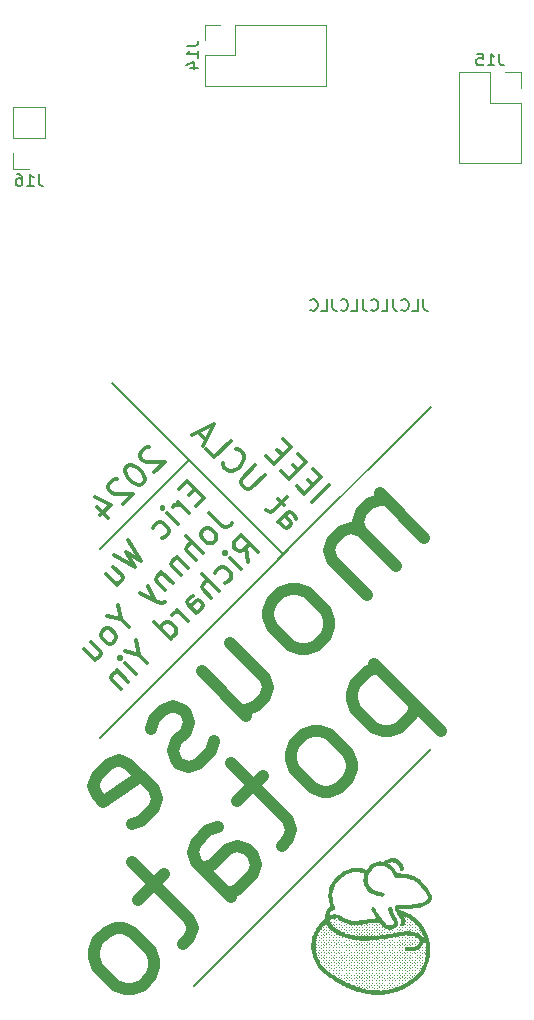
<source format=gbr>
%TF.GenerationSoftware,KiCad,Pcbnew,7.0.9*%
%TF.CreationDate,2024-02-03T23:05:04-08:00*%
%TF.ProjectId,micromouse,6d696372-6f6d-46f7-9573-652e6b696361,rev?*%
%TF.SameCoordinates,Original*%
%TF.FileFunction,Legend,Bot*%
%TF.FilePolarity,Positive*%
%FSLAX46Y46*%
G04 Gerber Fmt 4.6, Leading zero omitted, Abs format (unit mm)*
G04 Created by KiCad (PCBNEW 7.0.9) date 2024-02-03 23:05:04*
%MOMM*%
%LPD*%
G01*
G04 APERTURE LIST*
%ADD10C,0.150000*%
%ADD11C,0.300000*%
%ADD12C,1.000000*%
%ADD13C,0.120000*%
G04 APERTURE END LIST*
D10*
X133000000Y-118000000D02*
X149000000Y-102000000D01*
X148500000Y-102500000D02*
X134000000Y-88000000D01*
X140500000Y-94500000D02*
X133000000Y-102000000D01*
X148000000Y-103000000D02*
X161000000Y-90000000D01*
X161000000Y-119000000D02*
X141000000Y-139000000D01*
D11*
X137127435Y-93445304D02*
X136992748Y-93445304D01*
X136992748Y-93445304D02*
X136790717Y-93512647D01*
X136790717Y-93512647D02*
X136454000Y-93849365D01*
X136454000Y-93849365D02*
X136386656Y-94051395D01*
X136386656Y-94051395D02*
X136386656Y-94186082D01*
X136386656Y-94186082D02*
X136454000Y-94388113D01*
X136454000Y-94388113D02*
X136588687Y-94522800D01*
X136588687Y-94522800D02*
X136858061Y-94657487D01*
X136858061Y-94657487D02*
X138474305Y-94657487D01*
X138474305Y-94657487D02*
X137598840Y-95532952D01*
X135309160Y-94994204D02*
X135174473Y-95128891D01*
X135174473Y-95128891D02*
X135107130Y-95330922D01*
X135107130Y-95330922D02*
X135107130Y-95465609D01*
X135107130Y-95465609D02*
X135174473Y-95667639D01*
X135174473Y-95667639D02*
X135376504Y-96004357D01*
X135376504Y-96004357D02*
X135713221Y-96341074D01*
X135713221Y-96341074D02*
X136049939Y-96543105D01*
X136049939Y-96543105D02*
X136251969Y-96610448D01*
X136251969Y-96610448D02*
X136386656Y-96610448D01*
X136386656Y-96610448D02*
X136588687Y-96543105D01*
X136588687Y-96543105D02*
X136723374Y-96408418D01*
X136723374Y-96408418D02*
X136790717Y-96206387D01*
X136790717Y-96206387D02*
X136790717Y-96071700D01*
X136790717Y-96071700D02*
X136723374Y-95869670D01*
X136723374Y-95869670D02*
X136521343Y-95532952D01*
X136521343Y-95532952D02*
X136184626Y-95196235D01*
X136184626Y-95196235D02*
X135847908Y-94994204D01*
X135847908Y-94994204D02*
X135645878Y-94926861D01*
X135645878Y-94926861D02*
X135511191Y-94926861D01*
X135511191Y-94926861D02*
X135309160Y-94994204D01*
X134433695Y-96139044D02*
X134299008Y-96139044D01*
X134299008Y-96139044D02*
X134096977Y-96206387D01*
X134096977Y-96206387D02*
X133760260Y-96543105D01*
X133760260Y-96543105D02*
X133692916Y-96745135D01*
X133692916Y-96745135D02*
X133692916Y-96879822D01*
X133692916Y-96879822D02*
X133760260Y-97081853D01*
X133760260Y-97081853D02*
X133894947Y-97216540D01*
X133894947Y-97216540D02*
X134164321Y-97351227D01*
X134164321Y-97351227D02*
X135780565Y-97351227D01*
X135780565Y-97351227D02*
X134905099Y-98226692D01*
X132750107Y-98496066D02*
X133692916Y-99438876D01*
X132548077Y-97620601D02*
X133894947Y-98294036D01*
X133894947Y-98294036D02*
X133019481Y-99169501D01*
D10*
D12*
X156187631Y-111811774D02*
X161844485Y-117468628D01*
X156457005Y-112081148D02*
X155648883Y-112350522D01*
X155648883Y-112350522D02*
X154571387Y-113428018D01*
X154571387Y-113428018D02*
X154302013Y-114236140D01*
X154302013Y-114236140D02*
X154302013Y-114774888D01*
X154302013Y-114774888D02*
X154571387Y-115583010D01*
X154571387Y-115583010D02*
X156187631Y-117199254D01*
X156187631Y-117199254D02*
X156995753Y-117468628D01*
X156995753Y-117468628D02*
X157534501Y-117468628D01*
X157534501Y-117468628D02*
X158342623Y-117199254D01*
X158342623Y-117199254D02*
X159420119Y-116121758D01*
X159420119Y-116121758D02*
X159689493Y-115313636D01*
X154032639Y-121509238D02*
X154302013Y-120701116D01*
X154302013Y-120701116D02*
X154302013Y-120162368D01*
X154302013Y-120162368D02*
X154032639Y-119354246D01*
X154032639Y-119354246D02*
X152416395Y-117738002D01*
X152416395Y-117738002D02*
X151608273Y-117468628D01*
X151608273Y-117468628D02*
X151069525Y-117468628D01*
X151069525Y-117468628D02*
X150261403Y-117738002D01*
X150261403Y-117738002D02*
X149453281Y-118546124D01*
X149453281Y-118546124D02*
X149183907Y-119354246D01*
X149183907Y-119354246D02*
X149183907Y-119892994D01*
X149183907Y-119892994D02*
X149453281Y-120701116D01*
X149453281Y-120701116D02*
X151069525Y-122317360D01*
X151069525Y-122317360D02*
X151877647Y-122586734D01*
X151877647Y-122586734D02*
X152416395Y-122586734D01*
X152416395Y-122586734D02*
X153224517Y-122317360D01*
X153224517Y-122317360D02*
X154032639Y-121509238D01*
X146759541Y-121239864D02*
X144604549Y-123394856D01*
X144065801Y-120162368D02*
X148914533Y-125011100D01*
X148914533Y-125011100D02*
X149183907Y-125819222D01*
X149183907Y-125819222D02*
X148914533Y-126627344D01*
X148914533Y-126627344D02*
X148375785Y-127166092D01*
X144065801Y-131476077D02*
X141102687Y-128512963D01*
X141102687Y-128512963D02*
X140833313Y-127704841D01*
X140833313Y-127704841D02*
X141102687Y-126896719D01*
X141102687Y-126896719D02*
X142180183Y-125819223D01*
X142180183Y-125819223D02*
X142988305Y-125549849D01*
X143796427Y-131206703D02*
X144604549Y-130937329D01*
X144604549Y-130937329D02*
X145951419Y-129590459D01*
X145951419Y-129590459D02*
X146220793Y-128782337D01*
X146220793Y-128782337D02*
X145951419Y-127974215D01*
X145951419Y-127974215D02*
X145412671Y-127435467D01*
X145412671Y-127435467D02*
X144604549Y-127166093D01*
X144604549Y-127166093D02*
X143796427Y-127435467D01*
X143796427Y-127435467D02*
X142449557Y-128782337D01*
X142449557Y-128782337D02*
X141641435Y-129051711D01*
X138408947Y-129590459D02*
X136253955Y-131745451D01*
X135715207Y-128512962D02*
X140563939Y-133361695D01*
X140563939Y-133361695D02*
X140833313Y-134169817D01*
X140833313Y-134169817D02*
X140563939Y-134977939D01*
X140563939Y-134977939D02*
X140025191Y-135516687D01*
X137331450Y-138210427D02*
X137600824Y-137402305D01*
X137600824Y-137402305D02*
X137600824Y-136863557D01*
X137600824Y-136863557D02*
X137331450Y-136055435D01*
X137331450Y-136055435D02*
X135715206Y-134439191D01*
X135715206Y-134439191D02*
X134907084Y-134169817D01*
X134907084Y-134169817D02*
X134368336Y-134169817D01*
X134368336Y-134169817D02*
X133560214Y-134439191D01*
X133560214Y-134439191D02*
X132752092Y-135247313D01*
X132752092Y-135247313D02*
X132482718Y-136055435D01*
X132482718Y-136055435D02*
X132482718Y-136594183D01*
X132482718Y-136594183D02*
X132752092Y-137402305D01*
X132752092Y-137402305D02*
X134368336Y-139018549D01*
X134368336Y-139018549D02*
X135176458Y-139287923D01*
X135176458Y-139287923D02*
X135715206Y-139287923D01*
X135715206Y-139287923D02*
X136523328Y-139018549D01*
X136523328Y-139018549D02*
X137331450Y-138210427D01*
D10*
X160377506Y-80869819D02*
X160377506Y-81584104D01*
X160377506Y-81584104D02*
X160425125Y-81726961D01*
X160425125Y-81726961D02*
X160520363Y-81822200D01*
X160520363Y-81822200D02*
X160663220Y-81869819D01*
X160663220Y-81869819D02*
X160758458Y-81869819D01*
X159425125Y-81869819D02*
X159901315Y-81869819D01*
X159901315Y-81869819D02*
X159901315Y-80869819D01*
X158520363Y-81774580D02*
X158567982Y-81822200D01*
X158567982Y-81822200D02*
X158710839Y-81869819D01*
X158710839Y-81869819D02*
X158806077Y-81869819D01*
X158806077Y-81869819D02*
X158948934Y-81822200D01*
X158948934Y-81822200D02*
X159044172Y-81726961D01*
X159044172Y-81726961D02*
X159091791Y-81631723D01*
X159091791Y-81631723D02*
X159139410Y-81441247D01*
X159139410Y-81441247D02*
X159139410Y-81298390D01*
X159139410Y-81298390D02*
X159091791Y-81107914D01*
X159091791Y-81107914D02*
X159044172Y-81012676D01*
X159044172Y-81012676D02*
X158948934Y-80917438D01*
X158948934Y-80917438D02*
X158806077Y-80869819D01*
X158806077Y-80869819D02*
X158710839Y-80869819D01*
X158710839Y-80869819D02*
X158567982Y-80917438D01*
X158567982Y-80917438D02*
X158520363Y-80965057D01*
X157806077Y-80869819D02*
X157806077Y-81584104D01*
X157806077Y-81584104D02*
X157853696Y-81726961D01*
X157853696Y-81726961D02*
X157948934Y-81822200D01*
X157948934Y-81822200D02*
X158091791Y-81869819D01*
X158091791Y-81869819D02*
X158187029Y-81869819D01*
X156853696Y-81869819D02*
X157329886Y-81869819D01*
X157329886Y-81869819D02*
X157329886Y-80869819D01*
X155948934Y-81774580D02*
X155996553Y-81822200D01*
X155996553Y-81822200D02*
X156139410Y-81869819D01*
X156139410Y-81869819D02*
X156234648Y-81869819D01*
X156234648Y-81869819D02*
X156377505Y-81822200D01*
X156377505Y-81822200D02*
X156472743Y-81726961D01*
X156472743Y-81726961D02*
X156520362Y-81631723D01*
X156520362Y-81631723D02*
X156567981Y-81441247D01*
X156567981Y-81441247D02*
X156567981Y-81298390D01*
X156567981Y-81298390D02*
X156520362Y-81107914D01*
X156520362Y-81107914D02*
X156472743Y-81012676D01*
X156472743Y-81012676D02*
X156377505Y-80917438D01*
X156377505Y-80917438D02*
X156234648Y-80869819D01*
X156234648Y-80869819D02*
X156139410Y-80869819D01*
X156139410Y-80869819D02*
X155996553Y-80917438D01*
X155996553Y-80917438D02*
X155948934Y-80965057D01*
X155234648Y-80869819D02*
X155234648Y-81584104D01*
X155234648Y-81584104D02*
X155282267Y-81726961D01*
X155282267Y-81726961D02*
X155377505Y-81822200D01*
X155377505Y-81822200D02*
X155520362Y-81869819D01*
X155520362Y-81869819D02*
X155615600Y-81869819D01*
X154282267Y-81869819D02*
X154758457Y-81869819D01*
X154758457Y-81869819D02*
X154758457Y-80869819D01*
X153377505Y-81774580D02*
X153425124Y-81822200D01*
X153425124Y-81822200D02*
X153567981Y-81869819D01*
X153567981Y-81869819D02*
X153663219Y-81869819D01*
X153663219Y-81869819D02*
X153806076Y-81822200D01*
X153806076Y-81822200D02*
X153901314Y-81726961D01*
X153901314Y-81726961D02*
X153948933Y-81631723D01*
X153948933Y-81631723D02*
X153996552Y-81441247D01*
X153996552Y-81441247D02*
X153996552Y-81298390D01*
X153996552Y-81298390D02*
X153948933Y-81107914D01*
X153948933Y-81107914D02*
X153901314Y-81012676D01*
X153901314Y-81012676D02*
X153806076Y-80917438D01*
X153806076Y-80917438D02*
X153663219Y-80869819D01*
X153663219Y-80869819D02*
X153567981Y-80869819D01*
X153567981Y-80869819D02*
X153425124Y-80917438D01*
X153425124Y-80917438D02*
X153377505Y-80965057D01*
X152663219Y-80869819D02*
X152663219Y-81584104D01*
X152663219Y-81584104D02*
X152710838Y-81726961D01*
X152710838Y-81726961D02*
X152806076Y-81822200D01*
X152806076Y-81822200D02*
X152948933Y-81869819D01*
X152948933Y-81869819D02*
X153044171Y-81869819D01*
X151710838Y-81869819D02*
X152187028Y-81869819D01*
X152187028Y-81869819D02*
X152187028Y-80869819D01*
X150806076Y-81774580D02*
X150853695Y-81822200D01*
X150853695Y-81822200D02*
X150996552Y-81869819D01*
X150996552Y-81869819D02*
X151091790Y-81869819D01*
X151091790Y-81869819D02*
X151234647Y-81822200D01*
X151234647Y-81822200D02*
X151329885Y-81726961D01*
X151329885Y-81726961D02*
X151377504Y-81631723D01*
X151377504Y-81631723D02*
X151425123Y-81441247D01*
X151425123Y-81441247D02*
X151425123Y-81298390D01*
X151425123Y-81298390D02*
X151377504Y-81107914D01*
X151377504Y-81107914D02*
X151329885Y-81012676D01*
X151329885Y-81012676D02*
X151234647Y-80917438D01*
X151234647Y-80917438D02*
X151091790Y-80869819D01*
X151091790Y-80869819D02*
X150996552Y-80869819D01*
X150996552Y-80869819D02*
X150853695Y-80917438D01*
X150853695Y-80917438D02*
X150806076Y-80965057D01*
D12*
X160458867Y-101083010D02*
X156687631Y-97311774D01*
X157226379Y-97850522D02*
X156687631Y-97850522D01*
X156687631Y-97850522D02*
X155879509Y-98119896D01*
X155879509Y-98119896D02*
X155071387Y-98928018D01*
X155071387Y-98928018D02*
X154802013Y-99736140D01*
X154802013Y-99736140D02*
X155071387Y-100544262D01*
X155071387Y-100544262D02*
X158034501Y-103507376D01*
X155071387Y-100544262D02*
X154263265Y-100274888D01*
X154263265Y-100274888D02*
X153455143Y-100544262D01*
X153455143Y-100544262D02*
X152647021Y-101352384D01*
X152647021Y-101352384D02*
X152377647Y-102160506D01*
X152377647Y-102160506D02*
X152647021Y-102968628D01*
X152647021Y-102968628D02*
X155610135Y-105931742D01*
X152108273Y-109433605D02*
X152377647Y-108625483D01*
X152377647Y-108625483D02*
X152377647Y-108086735D01*
X152377647Y-108086735D02*
X152108273Y-107278613D01*
X152108273Y-107278613D02*
X150492029Y-105662369D01*
X150492029Y-105662369D02*
X149683907Y-105392995D01*
X149683907Y-105392995D02*
X149145159Y-105392995D01*
X149145159Y-105392995D02*
X148337037Y-105662369D01*
X148337037Y-105662369D02*
X147528915Y-106470491D01*
X147528915Y-106470491D02*
X147259541Y-107278613D01*
X147259541Y-107278613D02*
X147259541Y-107817361D01*
X147259541Y-107817361D02*
X147528915Y-108625483D01*
X147528915Y-108625483D02*
X149145159Y-110241727D01*
X149145159Y-110241727D02*
X149953281Y-110511101D01*
X149953281Y-110511101D02*
X150492029Y-110511101D01*
X150492029Y-110511101D02*
X151300151Y-110241727D01*
X151300151Y-110241727D02*
X152108273Y-109433605D01*
X141602686Y-112396719D02*
X145373923Y-116167955D01*
X144027053Y-109972353D02*
X146990167Y-112935467D01*
X146990167Y-112935467D02*
X147259541Y-113743589D01*
X147259541Y-113743589D02*
X146990167Y-114551711D01*
X146990167Y-114551711D02*
X146182045Y-115359833D01*
X146182045Y-115359833D02*
X145373923Y-115629207D01*
X145373923Y-115629207D02*
X144835175Y-115629207D01*
X142680183Y-118322947D02*
X142410809Y-119131069D01*
X142410809Y-119131069D02*
X141333313Y-120208565D01*
X141333313Y-120208565D02*
X140525191Y-120477939D01*
X140525191Y-120477939D02*
X139717069Y-120208565D01*
X139717069Y-120208565D02*
X139447695Y-119939191D01*
X139447695Y-119939191D02*
X139178321Y-119131069D01*
X139178321Y-119131069D02*
X139447695Y-118322947D01*
X139447695Y-118322947D02*
X140255817Y-117514825D01*
X140255817Y-117514825D02*
X140525191Y-116706703D01*
X140525191Y-116706703D02*
X140255817Y-115898581D01*
X140255817Y-115898581D02*
X139986443Y-115629207D01*
X139986443Y-115629207D02*
X139178321Y-115359833D01*
X139178321Y-115359833D02*
X138370198Y-115629207D01*
X138370198Y-115629207D02*
X137562076Y-116437329D01*
X137562076Y-116437329D02*
X137292702Y-117245451D01*
X135676459Y-125326671D02*
X136484581Y-125057297D01*
X136484581Y-125057297D02*
X137562077Y-123979801D01*
X137562077Y-123979801D02*
X137831451Y-123171679D01*
X137831451Y-123171679D02*
X137562077Y-122363557D01*
X137562077Y-122363557D02*
X135407085Y-120208565D01*
X135407085Y-120208565D02*
X134598963Y-119939190D01*
X134598963Y-119939190D02*
X133790841Y-120208565D01*
X133790841Y-120208565D02*
X132713345Y-121286061D01*
X132713345Y-121286061D02*
X132443971Y-122094183D01*
X132443971Y-122094183D02*
X132713345Y-122902305D01*
X132713345Y-122902305D02*
X133252093Y-123441053D01*
X133252093Y-123441053D02*
X136484581Y-121286061D01*
D10*
D11*
X150984709Y-98062734D02*
X152398923Y-96648521D01*
X151052053Y-96648520D02*
X150580648Y-96177116D01*
X149637839Y-96715864D02*
X150311274Y-97389299D01*
X150311274Y-97389299D02*
X151725488Y-95975085D01*
X151725488Y-95975085D02*
X151052053Y-95301650D01*
X149772526Y-95368994D02*
X149301122Y-94897589D01*
X148358313Y-95436337D02*
X149031748Y-96109772D01*
X149031748Y-96109772D02*
X150445961Y-94695559D01*
X150445961Y-94695559D02*
X149772526Y-94022124D01*
X148492999Y-94089467D02*
X148021595Y-93618063D01*
X147078786Y-94156811D02*
X147752221Y-94830246D01*
X147752221Y-94830246D02*
X149166435Y-93416032D01*
X149166435Y-93416032D02*
X148492999Y-92742597D01*
X148101734Y-99733527D02*
X148842512Y-98992748D01*
X148842512Y-98992748D02*
X149044543Y-98925405D01*
X149044543Y-98925405D02*
X149246573Y-98992748D01*
X149246573Y-98992748D02*
X149515947Y-99262122D01*
X149515947Y-99262122D02*
X149583291Y-99464153D01*
X148169077Y-99666183D02*
X148236421Y-99868214D01*
X148236421Y-99868214D02*
X148573138Y-100204931D01*
X148573138Y-100204931D02*
X148775169Y-100272275D01*
X148775169Y-100272275D02*
X148977199Y-100204931D01*
X148977199Y-100204931D02*
X149111886Y-100070244D01*
X149111886Y-100070244D02*
X149179230Y-99868214D01*
X149179230Y-99868214D02*
X149111886Y-99666183D01*
X149111886Y-99666183D02*
X148775169Y-99329466D01*
X148775169Y-99329466D02*
X148707825Y-99127435D01*
X148573138Y-98319313D02*
X148034390Y-97780565D01*
X148842512Y-97645878D02*
X147630329Y-98858061D01*
X147630329Y-98858061D02*
X147428299Y-98925404D01*
X147428299Y-98925404D02*
X147226268Y-98858061D01*
X147226268Y-98858061D02*
X147091581Y-98723374D01*
X146956894Y-95760259D02*
X145812054Y-96905099D01*
X145812054Y-96905099D02*
X145610024Y-96972443D01*
X145610024Y-96972443D02*
X145475337Y-96972443D01*
X145475337Y-96972443D02*
X145273306Y-96905099D01*
X145273306Y-96905099D02*
X145003932Y-96635725D01*
X145003932Y-96635725D02*
X144936589Y-96433695D01*
X144936589Y-96433695D02*
X144936589Y-96299008D01*
X144936589Y-96299008D02*
X145003932Y-96096977D01*
X145003932Y-96096977D02*
X146148772Y-94952137D01*
X143387688Y-94750107D02*
X143387688Y-94884794D01*
X143387688Y-94884794D02*
X143522375Y-95154168D01*
X143522375Y-95154168D02*
X143657062Y-95288855D01*
X143657062Y-95288855D02*
X143926436Y-95423542D01*
X143926436Y-95423542D02*
X144195810Y-95423542D01*
X144195810Y-95423542D02*
X144397841Y-95356199D01*
X144397841Y-95356199D02*
X144734558Y-95154168D01*
X144734558Y-95154168D02*
X144936589Y-94952138D01*
X144936589Y-94952138D02*
X145138619Y-94615420D01*
X145138619Y-94615420D02*
X145205963Y-94413390D01*
X145205963Y-94413390D02*
X145205963Y-94144015D01*
X145205963Y-94144015D02*
X145071276Y-93874641D01*
X145071276Y-93874641D02*
X144936589Y-93739954D01*
X144936589Y-93739954D02*
X144667215Y-93605267D01*
X144667215Y-93605267D02*
X144532528Y-93605267D01*
X141973475Y-93605267D02*
X142646910Y-94278702D01*
X142646910Y-94278702D02*
X144061123Y-92864489D01*
X141973475Y-92797145D02*
X141300040Y-92123710D01*
X141704101Y-93335893D02*
X142646910Y-91450275D01*
X142646910Y-91450275D02*
X140761291Y-92393084D01*
X141045072Y-96997627D02*
X140573667Y-97469032D01*
X141112415Y-98411841D02*
X141785850Y-97738406D01*
X141785850Y-97738406D02*
X140371637Y-96324192D01*
X140371637Y-96324192D02*
X139698201Y-96997627D01*
X140506323Y-99017932D02*
X139563514Y-98075123D01*
X139832888Y-98344497D02*
X139630858Y-98277154D01*
X139630858Y-98277154D02*
X139496171Y-98277154D01*
X139496171Y-98277154D02*
X139294140Y-98344497D01*
X139294140Y-98344497D02*
X139159453Y-98479184D01*
X139630858Y-99893398D02*
X138688049Y-98950589D01*
X138216644Y-98479184D02*
X138351331Y-98479184D01*
X138351331Y-98479184D02*
X138351331Y-98613871D01*
X138351331Y-98613871D02*
X138216644Y-98613871D01*
X138216644Y-98613871D02*
X138216644Y-98479184D01*
X138216644Y-98479184D02*
X138351331Y-98613871D01*
X138283988Y-101105581D02*
X138486018Y-101038237D01*
X138486018Y-101038237D02*
X138755392Y-100768863D01*
X138755392Y-100768863D02*
X138822736Y-100566833D01*
X138822736Y-100566833D02*
X138822736Y-100432146D01*
X138822736Y-100432146D02*
X138755392Y-100230115D01*
X138755392Y-100230115D02*
X138351331Y-99826054D01*
X138351331Y-99826054D02*
X138149301Y-99758711D01*
X138149301Y-99758711D02*
X138014614Y-99758711D01*
X138014614Y-99758711D02*
X137812583Y-99826054D01*
X137812583Y-99826054D02*
X137543209Y-100095428D01*
X137543209Y-100095428D02*
X137475866Y-100297459D01*
X135388217Y-101307612D02*
X136465713Y-103058543D01*
X136465713Y-103058543D02*
X135186186Y-102317764D01*
X135186186Y-102317764D02*
X135926965Y-103597291D01*
X135926965Y-103597291D02*
X134176034Y-102519795D01*
X133502599Y-104136039D02*
X134445408Y-105078848D01*
X134108690Y-103529947D02*
X134849469Y-104270726D01*
X134849469Y-104270726D02*
X134916812Y-104472756D01*
X134916812Y-104472756D02*
X134849469Y-104674787D01*
X134849469Y-104674787D02*
X134647438Y-104876817D01*
X134647438Y-104876817D02*
X134445408Y-104944161D01*
X134445408Y-104944161D02*
X134310721Y-104944161D01*
X142244459Y-99005137D02*
X143254612Y-100015290D01*
X143254612Y-100015290D02*
X143523986Y-100149977D01*
X143523986Y-100149977D02*
X143793360Y-100149977D01*
X143793360Y-100149977D02*
X144062734Y-100015290D01*
X144062734Y-100015290D02*
X144197421Y-99880603D01*
X142783207Y-101294816D02*
X142850551Y-101092786D01*
X142850551Y-101092786D02*
X142850551Y-100958099D01*
X142850551Y-100958099D02*
X142783207Y-100756068D01*
X142783207Y-100756068D02*
X142379146Y-100352007D01*
X142379146Y-100352007D02*
X142177116Y-100284664D01*
X142177116Y-100284664D02*
X142042429Y-100284664D01*
X142042429Y-100284664D02*
X141840398Y-100352007D01*
X141840398Y-100352007D02*
X141638368Y-100554038D01*
X141638368Y-100554038D02*
X141571024Y-100756068D01*
X141571024Y-100756068D02*
X141571024Y-100890755D01*
X141571024Y-100890755D02*
X141638368Y-101092786D01*
X141638368Y-101092786D02*
X142042429Y-101496847D01*
X142042429Y-101496847D02*
X142244459Y-101564191D01*
X142244459Y-101564191D02*
X142379146Y-101564191D01*
X142379146Y-101564191D02*
X142581177Y-101496847D01*
X142581177Y-101496847D02*
X142783207Y-101294816D01*
X141705711Y-102372313D02*
X140291497Y-100958099D01*
X141099619Y-102978404D02*
X140358841Y-102237626D01*
X140358841Y-102237626D02*
X140291497Y-102035595D01*
X140291497Y-102035595D02*
X140358841Y-101833565D01*
X140358841Y-101833565D02*
X140560871Y-101631534D01*
X140560871Y-101631534D02*
X140762902Y-101564191D01*
X140762902Y-101564191D02*
X140897589Y-101564191D01*
X139483375Y-102709030D02*
X140426184Y-103651839D01*
X139618062Y-102843717D02*
X139483375Y-102843717D01*
X139483375Y-102843717D02*
X139281345Y-102911061D01*
X139281345Y-102911061D02*
X139079314Y-103113091D01*
X139079314Y-103113091D02*
X139011971Y-103315122D01*
X139011971Y-103315122D02*
X139079314Y-103517152D01*
X139079314Y-103517152D02*
X139820093Y-104257931D01*
X138203849Y-103988557D02*
X139146658Y-104931366D01*
X138338536Y-104123244D02*
X138203849Y-104123244D01*
X138203849Y-104123244D02*
X138001818Y-104190588D01*
X138001818Y-104190588D02*
X137799788Y-104392618D01*
X137799788Y-104392618D02*
X137732444Y-104594649D01*
X137732444Y-104594649D02*
X137799788Y-104796679D01*
X137799788Y-104796679D02*
X138540566Y-105537458D01*
X137059009Y-105133397D02*
X137665100Y-106412923D01*
X136385574Y-105806832D02*
X137665100Y-106412923D01*
X137665100Y-106412923D02*
X138136505Y-106614954D01*
X138136505Y-106614954D02*
X138271192Y-106614954D01*
X138271192Y-106614954D02*
X138473222Y-106547610D01*
X134769329Y-107961824D02*
X135442764Y-108635260D01*
X134499955Y-106749641D02*
X134769329Y-107961824D01*
X134769329Y-107961824D02*
X133557146Y-107692450D01*
X134297924Y-109780099D02*
X134365268Y-109578069D01*
X134365268Y-109578069D02*
X134365268Y-109443382D01*
X134365268Y-109443382D02*
X134297924Y-109241351D01*
X134297924Y-109241351D02*
X133893863Y-108837290D01*
X133893863Y-108837290D02*
X133691833Y-108769947D01*
X133691833Y-108769947D02*
X133557146Y-108769947D01*
X133557146Y-108769947D02*
X133355115Y-108837290D01*
X133355115Y-108837290D02*
X133153085Y-109039321D01*
X133153085Y-109039321D02*
X133085741Y-109241351D01*
X133085741Y-109241351D02*
X133085741Y-109376038D01*
X133085741Y-109376038D02*
X133153085Y-109578069D01*
X133153085Y-109578069D02*
X133557146Y-109982130D01*
X133557146Y-109982130D02*
X133759176Y-110049473D01*
X133759176Y-110049473D02*
X133893863Y-110049473D01*
X133893863Y-110049473D02*
X134095894Y-109982130D01*
X134095894Y-109982130D02*
X134297924Y-109780099D01*
X131671528Y-110520878D02*
X132614337Y-111463687D01*
X132277619Y-109914786D02*
X133018398Y-110655565D01*
X133018398Y-110655565D02*
X133085741Y-110857595D01*
X133085741Y-110857595D02*
X133018398Y-111059626D01*
X133018398Y-111059626D02*
X132816367Y-111261656D01*
X132816367Y-111261656D02*
X132614337Y-111329000D01*
X132614337Y-111329000D02*
X132479650Y-111329000D01*
X145531496Y-103100296D02*
X145329466Y-101955456D01*
X146339618Y-102292174D02*
X144925405Y-100877960D01*
X144925405Y-100877960D02*
X144386656Y-101416708D01*
X144386656Y-101416708D02*
X144319313Y-101618739D01*
X144319313Y-101618739D02*
X144319313Y-101753426D01*
X144319313Y-101753426D02*
X144386656Y-101955456D01*
X144386656Y-101955456D02*
X144588687Y-102157487D01*
X144588687Y-102157487D02*
X144790717Y-102224830D01*
X144790717Y-102224830D02*
X144925405Y-102224830D01*
X144925405Y-102224830D02*
X145127435Y-102157487D01*
X145127435Y-102157487D02*
X145666183Y-101618739D01*
X144925405Y-103706387D02*
X143982595Y-102763578D01*
X143511191Y-102292174D02*
X143645878Y-102292174D01*
X143645878Y-102292174D02*
X143645878Y-102426861D01*
X143645878Y-102426861D02*
X143511191Y-102426861D01*
X143511191Y-102426861D02*
X143511191Y-102292174D01*
X143511191Y-102292174D02*
X143645878Y-102426861D01*
X143578534Y-104918570D02*
X143780565Y-104851227D01*
X143780565Y-104851227D02*
X144049939Y-104581853D01*
X144049939Y-104581853D02*
X144117282Y-104379822D01*
X144117282Y-104379822D02*
X144117282Y-104245135D01*
X144117282Y-104245135D02*
X144049939Y-104043105D01*
X144049939Y-104043105D02*
X143645878Y-103639044D01*
X143645878Y-103639044D02*
X143443847Y-103571700D01*
X143443847Y-103571700D02*
X143309160Y-103571700D01*
X143309160Y-103571700D02*
X143107130Y-103639044D01*
X143107130Y-103639044D02*
X142837756Y-103908418D01*
X142837756Y-103908418D02*
X142770412Y-104110448D01*
X143039786Y-105592005D02*
X141625573Y-104177792D01*
X142433695Y-106198097D02*
X141692916Y-105457318D01*
X141692916Y-105457318D02*
X141625573Y-105255288D01*
X141625573Y-105255288D02*
X141692916Y-105053257D01*
X141692916Y-105053257D02*
X141894947Y-104851227D01*
X141894947Y-104851227D02*
X142096977Y-104783883D01*
X142096977Y-104783883D02*
X142231664Y-104783883D01*
X141154168Y-107477624D02*
X140413389Y-106736845D01*
X140413389Y-106736845D02*
X140346046Y-106534815D01*
X140346046Y-106534815D02*
X140413389Y-106332784D01*
X140413389Y-106332784D02*
X140682763Y-106063410D01*
X140682763Y-106063410D02*
X140884794Y-105996067D01*
X141086824Y-107410280D02*
X141288855Y-107342937D01*
X141288855Y-107342937D02*
X141625572Y-107006219D01*
X141625572Y-107006219D02*
X141692916Y-106804189D01*
X141692916Y-106804189D02*
X141625572Y-106602158D01*
X141625572Y-106602158D02*
X141490885Y-106467471D01*
X141490885Y-106467471D02*
X141288855Y-106400128D01*
X141288855Y-106400128D02*
X141086824Y-106467471D01*
X141086824Y-106467471D02*
X140750107Y-106804189D01*
X140750107Y-106804189D02*
X140548076Y-106871532D01*
X140480733Y-108151059D02*
X139537924Y-107208250D01*
X139807298Y-107477624D02*
X139605267Y-107410280D01*
X139605267Y-107410280D02*
X139470580Y-107410280D01*
X139470580Y-107410280D02*
X139268550Y-107477624D01*
X139268550Y-107477624D02*
X139133863Y-107612311D01*
X138999176Y-109632616D02*
X137584962Y-108218402D01*
X138931832Y-109565272D02*
X139133863Y-109497929D01*
X139133863Y-109497929D02*
X139403237Y-109228555D01*
X139403237Y-109228555D02*
X139470580Y-109026524D01*
X139470580Y-109026524D02*
X139470580Y-108891837D01*
X139470580Y-108891837D02*
X139403237Y-108689807D01*
X139403237Y-108689807D02*
X138999176Y-108285746D01*
X138999176Y-108285746D02*
X138797145Y-108218402D01*
X138797145Y-108218402D02*
X138662458Y-108218402D01*
X138662458Y-108218402D02*
X138460428Y-108285746D01*
X138460428Y-108285746D02*
X138191054Y-108555120D01*
X138191054Y-108555120D02*
X138123710Y-108757150D01*
X136305435Y-110979486D02*
X136978870Y-111652921D01*
X136036061Y-109767303D02*
X136305435Y-110979486D01*
X136305435Y-110979486D02*
X135093252Y-110710112D01*
X136036061Y-112595731D02*
X135093252Y-111652922D01*
X134621848Y-111181517D02*
X134756535Y-111181517D01*
X134756535Y-111181517D02*
X134756535Y-111316204D01*
X134756535Y-111316204D02*
X134621848Y-111316204D01*
X134621848Y-111316204D02*
X134621848Y-111181517D01*
X134621848Y-111181517D02*
X134756535Y-111316204D01*
X134419817Y-112326357D02*
X135362626Y-113269166D01*
X134554504Y-112461044D02*
X134419817Y-112461044D01*
X134419817Y-112461044D02*
X134217786Y-112528387D01*
X134217786Y-112528387D02*
X134015756Y-112730418D01*
X134015756Y-112730418D02*
X133948412Y-112932448D01*
X133948412Y-112932448D02*
X134015756Y-113134479D01*
X134015756Y-113134479D02*
X134756535Y-113875257D01*
D10*
X166814523Y-60099820D02*
X166814523Y-60814105D01*
X166814523Y-60814105D02*
X166862142Y-60956962D01*
X166862142Y-60956962D02*
X166957380Y-61052201D01*
X166957380Y-61052201D02*
X167100237Y-61099820D01*
X167100237Y-61099820D02*
X167195475Y-61099820D01*
X165814523Y-61099820D02*
X166385951Y-61099820D01*
X166100237Y-61099820D02*
X166100237Y-60099820D01*
X166100237Y-60099820D02*
X166195475Y-60242677D01*
X166195475Y-60242677D02*
X166290713Y-60337915D01*
X166290713Y-60337915D02*
X166385951Y-60385534D01*
X164909761Y-60099820D02*
X165385951Y-60099820D01*
X165385951Y-60099820D02*
X165433570Y-60576010D01*
X165433570Y-60576010D02*
X165385951Y-60528391D01*
X165385951Y-60528391D02*
X165290713Y-60480772D01*
X165290713Y-60480772D02*
X165052618Y-60480772D01*
X165052618Y-60480772D02*
X164957380Y-60528391D01*
X164957380Y-60528391D02*
X164909761Y-60576010D01*
X164909761Y-60576010D02*
X164862142Y-60671248D01*
X164862142Y-60671248D02*
X164862142Y-60909343D01*
X164862142Y-60909343D02*
X164909761Y-61004581D01*
X164909761Y-61004581D02*
X164957380Y-61052201D01*
X164957380Y-61052201D02*
X165052618Y-61099820D01*
X165052618Y-61099820D02*
X165290713Y-61099820D01*
X165290713Y-61099820D02*
X165385951Y-61052201D01*
X165385951Y-61052201D02*
X165433570Y-61004581D01*
X140324819Y-59435477D02*
X141039104Y-59435477D01*
X141039104Y-59435477D02*
X141181961Y-59387858D01*
X141181961Y-59387858D02*
X141277200Y-59292620D01*
X141277200Y-59292620D02*
X141324819Y-59149763D01*
X141324819Y-59149763D02*
X141324819Y-59054525D01*
X141324819Y-60435477D02*
X141324819Y-59864049D01*
X141324819Y-60149763D02*
X140324819Y-60149763D01*
X140324819Y-60149763D02*
X140467676Y-60054525D01*
X140467676Y-60054525D02*
X140562914Y-59959287D01*
X140562914Y-59959287D02*
X140610533Y-59864049D01*
X140658152Y-61292620D02*
X141324819Y-61292620D01*
X140277200Y-61054525D02*
X140991485Y-60816430D01*
X140991485Y-60816430D02*
X140991485Y-61435477D01*
X127809523Y-70284819D02*
X127809523Y-70999104D01*
X127809523Y-70999104D02*
X127857142Y-71141961D01*
X127857142Y-71141961D02*
X127952380Y-71237200D01*
X127952380Y-71237200D02*
X128095237Y-71284819D01*
X128095237Y-71284819D02*
X128190475Y-71284819D01*
X126809523Y-71284819D02*
X127380951Y-71284819D01*
X127095237Y-71284819D02*
X127095237Y-70284819D01*
X127095237Y-70284819D02*
X127190475Y-70427676D01*
X127190475Y-70427676D02*
X127285713Y-70522914D01*
X127285713Y-70522914D02*
X127380951Y-70570533D01*
X125952380Y-70284819D02*
X126142856Y-70284819D01*
X126142856Y-70284819D02*
X126238094Y-70332438D01*
X126238094Y-70332438D02*
X126285713Y-70380057D01*
X126285713Y-70380057D02*
X126380951Y-70522914D01*
X126380951Y-70522914D02*
X126428570Y-70713390D01*
X126428570Y-70713390D02*
X126428570Y-71094342D01*
X126428570Y-71094342D02*
X126380951Y-71189580D01*
X126380951Y-71189580D02*
X126333332Y-71237200D01*
X126333332Y-71237200D02*
X126238094Y-71284819D01*
X126238094Y-71284819D02*
X126047618Y-71284819D01*
X126047618Y-71284819D02*
X125952380Y-71237200D01*
X125952380Y-71237200D02*
X125904761Y-71189580D01*
X125904761Y-71189580D02*
X125857142Y-71094342D01*
X125857142Y-71094342D02*
X125857142Y-70856247D01*
X125857142Y-70856247D02*
X125904761Y-70761009D01*
X125904761Y-70761009D02*
X125952380Y-70713390D01*
X125952380Y-70713390D02*
X126047618Y-70665771D01*
X126047618Y-70665771D02*
X126238094Y-70665771D01*
X126238094Y-70665771D02*
X126333332Y-70713390D01*
X126333332Y-70713390D02*
X126380951Y-70761009D01*
X126380951Y-70761009D02*
X126428570Y-70856247D01*
%TO.C,G\u002A\u002A\u002A*%
G36*
X160437125Y-136691261D02*
G01*
X160465464Y-136710046D01*
X160474363Y-136743340D01*
X160457636Y-136771766D01*
X160422308Y-136776262D01*
X160395183Y-136754724D01*
X160392379Y-136719429D01*
X160400036Y-136706970D01*
X160431818Y-136690892D01*
X160437125Y-136691261D01*
G37*
G36*
X160437125Y-136411261D02*
G01*
X160465464Y-136430046D01*
X160474363Y-136463340D01*
X160457636Y-136491766D01*
X160422308Y-136496262D01*
X160395183Y-136474724D01*
X160392379Y-136439429D01*
X160400036Y-136426970D01*
X160431818Y-136410892D01*
X160437125Y-136411261D01*
G37*
G36*
X160437125Y-136131261D02*
G01*
X160465464Y-136150046D01*
X160474363Y-136183340D01*
X160457636Y-136211766D01*
X160422308Y-136216262D01*
X160395183Y-136194724D01*
X160392379Y-136159429D01*
X160400036Y-136146970D01*
X160431818Y-136130892D01*
X160437125Y-136131261D01*
G37*
G36*
X160437125Y-135851261D02*
G01*
X160465464Y-135870046D01*
X160474363Y-135903340D01*
X160457636Y-135931766D01*
X160422308Y-135936262D01*
X160395183Y-135914724D01*
X160392379Y-135879429D01*
X160400036Y-135866970D01*
X160431818Y-135850892D01*
X160437125Y-135851261D01*
G37*
G36*
X160437125Y-135571261D02*
G01*
X160465464Y-135590046D01*
X160474363Y-135623340D01*
X160457636Y-135651766D01*
X160422308Y-135656262D01*
X160395183Y-135634724D01*
X160392379Y-135599429D01*
X160400036Y-135586970D01*
X160431818Y-135570892D01*
X160437125Y-135571261D01*
G37*
G36*
X160305578Y-137113392D02*
G01*
X160332336Y-137139387D01*
X160331450Y-137181849D01*
X160326536Y-137192436D01*
X160300545Y-137209688D01*
X160264613Y-137188454D01*
X160251110Y-137159890D01*
X160260011Y-137126297D01*
X160290010Y-137110892D01*
X160305578Y-137113392D01*
G37*
G36*
X160305578Y-136833392D02*
G01*
X160332336Y-136859387D01*
X160331450Y-136901849D01*
X160326536Y-136912436D01*
X160300545Y-136929688D01*
X160264613Y-136908454D01*
X160251110Y-136879890D01*
X160260011Y-136846297D01*
X160290010Y-136830892D01*
X160305578Y-136833392D01*
G37*
G36*
X160305578Y-136553392D02*
G01*
X160332336Y-136579387D01*
X160331450Y-136621849D01*
X160326536Y-136632436D01*
X160300545Y-136649688D01*
X160264613Y-136628454D01*
X160251110Y-136599890D01*
X160260011Y-136566297D01*
X160290010Y-136550892D01*
X160305578Y-136553392D01*
G37*
G36*
X160305578Y-136273392D02*
G01*
X160332336Y-136299387D01*
X160331450Y-136341849D01*
X160326536Y-136352436D01*
X160300545Y-136369688D01*
X160264613Y-136348454D01*
X160251110Y-136319890D01*
X160260011Y-136286297D01*
X160290010Y-136270892D01*
X160305578Y-136273392D01*
G37*
G36*
X160305578Y-135993392D02*
G01*
X160332336Y-136019387D01*
X160331450Y-136061849D01*
X160326536Y-136072436D01*
X160300545Y-136089688D01*
X160264613Y-136068454D01*
X160251110Y-136039890D01*
X160260011Y-136006297D01*
X160290010Y-135990892D01*
X160305578Y-135993392D01*
G37*
G36*
X160305578Y-135713392D02*
G01*
X160332336Y-135739387D01*
X160331450Y-135781849D01*
X160326536Y-135792436D01*
X160300545Y-135809688D01*
X160264613Y-135788454D01*
X160251110Y-135759890D01*
X160260011Y-135726297D01*
X160290010Y-135710892D01*
X160305578Y-135713392D01*
G37*
G36*
X160157125Y-137251261D02*
G01*
X160185464Y-137270046D01*
X160194363Y-137303340D01*
X160177636Y-137331766D01*
X160142308Y-137336262D01*
X160115183Y-137314724D01*
X160112379Y-137279429D01*
X160120036Y-137266970D01*
X160151818Y-137250892D01*
X160157125Y-137251261D01*
G37*
G36*
X160157125Y-136971261D02*
G01*
X160185464Y-136990046D01*
X160194363Y-137023340D01*
X160177636Y-137051766D01*
X160142308Y-137056262D01*
X160115183Y-137034724D01*
X160112379Y-136999429D01*
X160120036Y-136986970D01*
X160151818Y-136970892D01*
X160157125Y-136971261D01*
G37*
G36*
X160157125Y-136691261D02*
G01*
X160185464Y-136710046D01*
X160194363Y-136743340D01*
X160177636Y-136771766D01*
X160142308Y-136776262D01*
X160115183Y-136754724D01*
X160112379Y-136719429D01*
X160120036Y-136706970D01*
X160151818Y-136690892D01*
X160157125Y-136691261D01*
G37*
G36*
X160157125Y-136411261D02*
G01*
X160185464Y-136430046D01*
X160194363Y-136463340D01*
X160177636Y-136491766D01*
X160142308Y-136496262D01*
X160115183Y-136474724D01*
X160112379Y-136439429D01*
X160120036Y-136426970D01*
X160151818Y-136410892D01*
X160157125Y-136411261D01*
G37*
G36*
X160157125Y-136131261D02*
G01*
X160185464Y-136150046D01*
X160194363Y-136183340D01*
X160177636Y-136211766D01*
X160142308Y-136216262D01*
X160115183Y-136194724D01*
X160112379Y-136159429D01*
X160120036Y-136146970D01*
X160151818Y-136130892D01*
X160157125Y-136131261D01*
G37*
G36*
X160157125Y-135851261D02*
G01*
X160185464Y-135870046D01*
X160194363Y-135903340D01*
X160177636Y-135931766D01*
X160142308Y-135936262D01*
X160115183Y-135914724D01*
X160112379Y-135879429D01*
X160120036Y-135866970D01*
X160151818Y-135850892D01*
X160157125Y-135851261D01*
G37*
G36*
X160157125Y-134451261D02*
G01*
X160185464Y-134470046D01*
X160194363Y-134503340D01*
X160177636Y-134531766D01*
X160142308Y-134536262D01*
X160115183Y-134514724D01*
X160112379Y-134479429D01*
X160120036Y-134466970D01*
X160151818Y-134450892D01*
X160157125Y-134451261D01*
G37*
G36*
X160025578Y-137673392D02*
G01*
X160052336Y-137699387D01*
X160051450Y-137741849D01*
X160046536Y-137752436D01*
X160020545Y-137769688D01*
X159984613Y-137748454D01*
X159971110Y-137719890D01*
X159980011Y-137686297D01*
X160010010Y-137670892D01*
X160025578Y-137673392D01*
G37*
G36*
X160025578Y-137393392D02*
G01*
X160052336Y-137419387D01*
X160051450Y-137461849D01*
X160046536Y-137472436D01*
X160020545Y-137489688D01*
X159984613Y-137468454D01*
X159971110Y-137439890D01*
X159980011Y-137406297D01*
X160010010Y-137390892D01*
X160025578Y-137393392D01*
G37*
G36*
X160025578Y-137113392D02*
G01*
X160052336Y-137139387D01*
X160051450Y-137181849D01*
X160046536Y-137192436D01*
X160020545Y-137209688D01*
X159984613Y-137188454D01*
X159971110Y-137159890D01*
X159980011Y-137126297D01*
X160010010Y-137110892D01*
X160025578Y-137113392D01*
G37*
G36*
X160025578Y-136833392D02*
G01*
X160052336Y-136859387D01*
X160051450Y-136901849D01*
X160046536Y-136912436D01*
X160020545Y-136929688D01*
X159984613Y-136908454D01*
X159971110Y-136879890D01*
X159980011Y-136846297D01*
X160010010Y-136830892D01*
X160025578Y-136833392D01*
G37*
G36*
X160025578Y-136553392D02*
G01*
X160052336Y-136579387D01*
X160051450Y-136621849D01*
X160046536Y-136632436D01*
X160020545Y-136649688D01*
X159984613Y-136628454D01*
X159971110Y-136599890D01*
X159980011Y-136566297D01*
X160010010Y-136550892D01*
X160025578Y-136553392D01*
G37*
G36*
X160025578Y-136273392D02*
G01*
X160052336Y-136299387D01*
X160051450Y-136341849D01*
X160046536Y-136352436D01*
X160020545Y-136369688D01*
X159984613Y-136348454D01*
X159971110Y-136319890D01*
X159980011Y-136286297D01*
X160010010Y-136270892D01*
X160025578Y-136273392D01*
G37*
G36*
X160025578Y-135993392D02*
G01*
X160052336Y-136019387D01*
X160051450Y-136061849D01*
X160046536Y-136072436D01*
X160020545Y-136089688D01*
X159984613Y-136068454D01*
X159971110Y-136039890D01*
X159980011Y-136006297D01*
X160010010Y-135990892D01*
X160025578Y-135993392D01*
G37*
G36*
X160025578Y-134313392D02*
G01*
X160052336Y-134339387D01*
X160051450Y-134381849D01*
X160046536Y-134392436D01*
X160020545Y-134409688D01*
X159984613Y-134388454D01*
X159971110Y-134359890D01*
X159980011Y-134326297D01*
X160010010Y-134310892D01*
X160025578Y-134313392D01*
G37*
G36*
X159877125Y-137811261D02*
G01*
X159905464Y-137830046D01*
X159914363Y-137863340D01*
X159897636Y-137891766D01*
X159862308Y-137896262D01*
X159835183Y-137874724D01*
X159832379Y-137839429D01*
X159840036Y-137826970D01*
X159871818Y-137810892D01*
X159877125Y-137811261D01*
G37*
G36*
X159877125Y-137531261D02*
G01*
X159905464Y-137550046D01*
X159914363Y-137583340D01*
X159897636Y-137611766D01*
X159862308Y-137616262D01*
X159835183Y-137594724D01*
X159832379Y-137559429D01*
X159840036Y-137546970D01*
X159871818Y-137530892D01*
X159877125Y-137531261D01*
G37*
G36*
X159877125Y-137251261D02*
G01*
X159905464Y-137270046D01*
X159914363Y-137303340D01*
X159897636Y-137331766D01*
X159862308Y-137336262D01*
X159835183Y-137314724D01*
X159832379Y-137279429D01*
X159840036Y-137266970D01*
X159871818Y-137250892D01*
X159877125Y-137251261D01*
G37*
G36*
X159877125Y-136971261D02*
G01*
X159905464Y-136990046D01*
X159914363Y-137023340D01*
X159897636Y-137051766D01*
X159862308Y-137056262D01*
X159835183Y-137034724D01*
X159832379Y-136999429D01*
X159840036Y-136986970D01*
X159871818Y-136970892D01*
X159877125Y-136971261D01*
G37*
G36*
X159877125Y-136691261D02*
G01*
X159905464Y-136710046D01*
X159914363Y-136743340D01*
X159897636Y-136771766D01*
X159862308Y-136776262D01*
X159835183Y-136754724D01*
X159832379Y-136719429D01*
X159840036Y-136706970D01*
X159871818Y-136690892D01*
X159877125Y-136691261D01*
G37*
G36*
X159877125Y-136411261D02*
G01*
X159905464Y-136430046D01*
X159914363Y-136463340D01*
X159897636Y-136491766D01*
X159862308Y-136496262D01*
X159835183Y-136474724D01*
X159832379Y-136439429D01*
X159840036Y-136426970D01*
X159871818Y-136410892D01*
X159877125Y-136411261D01*
G37*
G36*
X159877125Y-136131261D02*
G01*
X159905464Y-136150046D01*
X159914363Y-136183340D01*
X159897636Y-136211766D01*
X159862308Y-136216262D01*
X159835183Y-136194724D01*
X159832379Y-136159429D01*
X159840036Y-136146970D01*
X159871818Y-136130892D01*
X159877125Y-136131261D01*
G37*
G36*
X159877125Y-135291261D02*
G01*
X159905464Y-135310046D01*
X159914363Y-135343340D01*
X159897636Y-135371766D01*
X159862308Y-135376262D01*
X159835183Y-135354724D01*
X159832379Y-135319429D01*
X159840036Y-135306970D01*
X159871818Y-135290892D01*
X159877125Y-135291261D01*
G37*
G36*
X159877125Y-135011261D02*
G01*
X159905464Y-135030046D01*
X159914363Y-135063340D01*
X159897636Y-135091766D01*
X159862308Y-135096262D01*
X159835183Y-135074724D01*
X159832379Y-135039429D01*
X159840036Y-135026970D01*
X159871818Y-135010892D01*
X159877125Y-135011261D01*
G37*
G36*
X159877125Y-134171261D02*
G01*
X159905464Y-134190046D01*
X159914363Y-134223340D01*
X159897636Y-134251766D01*
X159862308Y-134256262D01*
X159835183Y-134234724D01*
X159832379Y-134199429D01*
X159840036Y-134186970D01*
X159871818Y-134170892D01*
X159877125Y-134171261D01*
G37*
G36*
X159745578Y-137953392D02*
G01*
X159772336Y-137979387D01*
X159771450Y-138021849D01*
X159766536Y-138032436D01*
X159740545Y-138049688D01*
X159704613Y-138028454D01*
X159691110Y-137999890D01*
X159700011Y-137966297D01*
X159730010Y-137950892D01*
X159745578Y-137953392D01*
G37*
G36*
X159745578Y-137673392D02*
G01*
X159772336Y-137699387D01*
X159771450Y-137741849D01*
X159766536Y-137752436D01*
X159740545Y-137769688D01*
X159704613Y-137748454D01*
X159691110Y-137719890D01*
X159700011Y-137686297D01*
X159730010Y-137670892D01*
X159745578Y-137673392D01*
G37*
G36*
X159745578Y-137393392D02*
G01*
X159772336Y-137419387D01*
X159771450Y-137461849D01*
X159766536Y-137472436D01*
X159740545Y-137489688D01*
X159704613Y-137468454D01*
X159691110Y-137439890D01*
X159700011Y-137406297D01*
X159730010Y-137390892D01*
X159745578Y-137393392D01*
G37*
G36*
X159745578Y-137113392D02*
G01*
X159772336Y-137139387D01*
X159771450Y-137181849D01*
X159766536Y-137192436D01*
X159740545Y-137209688D01*
X159704613Y-137188454D01*
X159691110Y-137159890D01*
X159700011Y-137126297D01*
X159730010Y-137110892D01*
X159745578Y-137113392D01*
G37*
G36*
X159745578Y-136833392D02*
G01*
X159772336Y-136859387D01*
X159771450Y-136901849D01*
X159766536Y-136912436D01*
X159740545Y-136929688D01*
X159704613Y-136908454D01*
X159691110Y-136879890D01*
X159700011Y-136846297D01*
X159730010Y-136830892D01*
X159745578Y-136833392D01*
G37*
G36*
X159745578Y-136553392D02*
G01*
X159772336Y-136579387D01*
X159771450Y-136621849D01*
X159766536Y-136632436D01*
X159740545Y-136649688D01*
X159704613Y-136628454D01*
X159691110Y-136599890D01*
X159700011Y-136566297D01*
X159730010Y-136550892D01*
X159745578Y-136553392D01*
G37*
G36*
X159745578Y-136273392D02*
G01*
X159772336Y-136299387D01*
X159771450Y-136341849D01*
X159766536Y-136352436D01*
X159740545Y-136369688D01*
X159704613Y-136348454D01*
X159691110Y-136319890D01*
X159700011Y-136286297D01*
X159730010Y-136270892D01*
X159745578Y-136273392D01*
G37*
G36*
X159745578Y-135433392D02*
G01*
X159772336Y-135459387D01*
X159771450Y-135501849D01*
X159766536Y-135512436D01*
X159740545Y-135529688D01*
X159704613Y-135508454D01*
X159691110Y-135479890D01*
X159700011Y-135446297D01*
X159730010Y-135430892D01*
X159745578Y-135433392D01*
G37*
G36*
X159745578Y-135153392D02*
G01*
X159772336Y-135179387D01*
X159771450Y-135221849D01*
X159766536Y-135232436D01*
X159740545Y-135249688D01*
X159704613Y-135228454D01*
X159691110Y-135199890D01*
X159700011Y-135166297D01*
X159730010Y-135150892D01*
X159745578Y-135153392D01*
G37*
G36*
X159745578Y-134313392D02*
G01*
X159772336Y-134339387D01*
X159771450Y-134381849D01*
X159766536Y-134392436D01*
X159740545Y-134409688D01*
X159704613Y-134388454D01*
X159691110Y-134359890D01*
X159700011Y-134326297D01*
X159730010Y-134310892D01*
X159745578Y-134313392D01*
G37*
G36*
X159745578Y-134033392D02*
G01*
X159772336Y-134059387D01*
X159771450Y-134101849D01*
X159766536Y-134112436D01*
X159740545Y-134129688D01*
X159704613Y-134108454D01*
X159691110Y-134079890D01*
X159700011Y-134046297D01*
X159730010Y-134030892D01*
X159745578Y-134033392D01*
G37*
G36*
X159597125Y-138091261D02*
G01*
X159625464Y-138110046D01*
X159634363Y-138143340D01*
X159617636Y-138171766D01*
X159582308Y-138176262D01*
X159555183Y-138154724D01*
X159552379Y-138119429D01*
X159560036Y-138106970D01*
X159591818Y-138090892D01*
X159597125Y-138091261D01*
G37*
G36*
X159597125Y-137811261D02*
G01*
X159625464Y-137830046D01*
X159634363Y-137863340D01*
X159617636Y-137891766D01*
X159582308Y-137896262D01*
X159555183Y-137874724D01*
X159552379Y-137839429D01*
X159560036Y-137826970D01*
X159591818Y-137810892D01*
X159597125Y-137811261D01*
G37*
G36*
X159597125Y-137531261D02*
G01*
X159625464Y-137550046D01*
X159634363Y-137583340D01*
X159617636Y-137611766D01*
X159582308Y-137616262D01*
X159555183Y-137594724D01*
X159552379Y-137559429D01*
X159560036Y-137546970D01*
X159591818Y-137530892D01*
X159597125Y-137531261D01*
G37*
G36*
X159597125Y-137251261D02*
G01*
X159625464Y-137270046D01*
X159634363Y-137303340D01*
X159617636Y-137331766D01*
X159582308Y-137336262D01*
X159555183Y-137314724D01*
X159552379Y-137279429D01*
X159560036Y-137266970D01*
X159591818Y-137250892D01*
X159597125Y-137251261D01*
G37*
G36*
X159597125Y-136971261D02*
G01*
X159625464Y-136990046D01*
X159634363Y-137023340D01*
X159617636Y-137051766D01*
X159582308Y-137056262D01*
X159555183Y-137034724D01*
X159552379Y-136999429D01*
X159560036Y-136986970D01*
X159591818Y-136970892D01*
X159597125Y-136971261D01*
G37*
G36*
X159597125Y-136691261D02*
G01*
X159625464Y-136710046D01*
X159634363Y-136743340D01*
X159617636Y-136771766D01*
X159582308Y-136776262D01*
X159555183Y-136754724D01*
X159552379Y-136719429D01*
X159560036Y-136706970D01*
X159591818Y-136690892D01*
X159597125Y-136691261D01*
G37*
G36*
X159597125Y-136411261D02*
G01*
X159625464Y-136430046D01*
X159634363Y-136463340D01*
X159617636Y-136491766D01*
X159582308Y-136496262D01*
X159555183Y-136474724D01*
X159552379Y-136439429D01*
X159560036Y-136426970D01*
X159591818Y-136410892D01*
X159597125Y-136411261D01*
G37*
G36*
X159597125Y-136131261D02*
G01*
X159625464Y-136150046D01*
X159634363Y-136183340D01*
X159617636Y-136211766D01*
X159582308Y-136216262D01*
X159555183Y-136194724D01*
X159552379Y-136159429D01*
X159560036Y-136146970D01*
X159591818Y-136130892D01*
X159597125Y-136131261D01*
G37*
G36*
X159597125Y-135571261D02*
G01*
X159625464Y-135590046D01*
X159634363Y-135623340D01*
X159617636Y-135651766D01*
X159582308Y-135656262D01*
X159555183Y-135634724D01*
X159552379Y-135599429D01*
X159560036Y-135586970D01*
X159591818Y-135570892D01*
X159597125Y-135571261D01*
G37*
G36*
X159597125Y-135291261D02*
G01*
X159625464Y-135310046D01*
X159634363Y-135343340D01*
X159617636Y-135371766D01*
X159582308Y-135376262D01*
X159555183Y-135354724D01*
X159552379Y-135319429D01*
X159560036Y-135306970D01*
X159591818Y-135290892D01*
X159597125Y-135291261D01*
G37*
G36*
X159597125Y-135011261D02*
G01*
X159625464Y-135030046D01*
X159634363Y-135063340D01*
X159617636Y-135091766D01*
X159582308Y-135096262D01*
X159555183Y-135074724D01*
X159552379Y-135039429D01*
X159560036Y-135026970D01*
X159591818Y-135010892D01*
X159597125Y-135011261D01*
G37*
G36*
X159597125Y-134171261D02*
G01*
X159625464Y-134190046D01*
X159634363Y-134223340D01*
X159617636Y-134251766D01*
X159582308Y-134256262D01*
X159555183Y-134234724D01*
X159552379Y-134199429D01*
X159560036Y-134186970D01*
X159591818Y-134170892D01*
X159597125Y-134171261D01*
G37*
G36*
X159597125Y-133891261D02*
G01*
X159625464Y-133910046D01*
X159634363Y-133943340D01*
X159617636Y-133971766D01*
X159582308Y-133976262D01*
X159555183Y-133954724D01*
X159552379Y-133919429D01*
X159560036Y-133906970D01*
X159591818Y-133890892D01*
X159597125Y-133891261D01*
G37*
G36*
X159465578Y-138233392D02*
G01*
X159492336Y-138259387D01*
X159491450Y-138301849D01*
X159486536Y-138312436D01*
X159460545Y-138329688D01*
X159424613Y-138308454D01*
X159411110Y-138279890D01*
X159420011Y-138246297D01*
X159450010Y-138230892D01*
X159465578Y-138233392D01*
G37*
G36*
X159465578Y-137953392D02*
G01*
X159492336Y-137979387D01*
X159491450Y-138021849D01*
X159486536Y-138032436D01*
X159460545Y-138049688D01*
X159424613Y-138028454D01*
X159411110Y-137999890D01*
X159420011Y-137966297D01*
X159450010Y-137950892D01*
X159465578Y-137953392D01*
G37*
G36*
X159465578Y-137673392D02*
G01*
X159492336Y-137699387D01*
X159491450Y-137741849D01*
X159486536Y-137752436D01*
X159460545Y-137769688D01*
X159424613Y-137748454D01*
X159411110Y-137719890D01*
X159420011Y-137686297D01*
X159450010Y-137670892D01*
X159465578Y-137673392D01*
G37*
G36*
X159465578Y-137393392D02*
G01*
X159492336Y-137419387D01*
X159491450Y-137461849D01*
X159486536Y-137472436D01*
X159460545Y-137489688D01*
X159424613Y-137468454D01*
X159411110Y-137439890D01*
X159420011Y-137406297D01*
X159450010Y-137390892D01*
X159465578Y-137393392D01*
G37*
G36*
X159465578Y-137113392D02*
G01*
X159492336Y-137139387D01*
X159491450Y-137181849D01*
X159486536Y-137192436D01*
X159460545Y-137209688D01*
X159424613Y-137188454D01*
X159411110Y-137159890D01*
X159420011Y-137126297D01*
X159450010Y-137110892D01*
X159465578Y-137113392D01*
G37*
G36*
X159465578Y-136833392D02*
G01*
X159492336Y-136859387D01*
X159491450Y-136901849D01*
X159486536Y-136912436D01*
X159460545Y-136929688D01*
X159424613Y-136908454D01*
X159411110Y-136879890D01*
X159420011Y-136846297D01*
X159450010Y-136830892D01*
X159465578Y-136833392D01*
G37*
G36*
X159465578Y-136553392D02*
G01*
X159492336Y-136579387D01*
X159491450Y-136621849D01*
X159486536Y-136632436D01*
X159460545Y-136649688D01*
X159424613Y-136628454D01*
X159411110Y-136599890D01*
X159420011Y-136566297D01*
X159450010Y-136550892D01*
X159465578Y-136553392D01*
G37*
G36*
X159465578Y-136273392D02*
G01*
X159492336Y-136299387D01*
X159491450Y-136341849D01*
X159486536Y-136352436D01*
X159460545Y-136369688D01*
X159424613Y-136348454D01*
X159411110Y-136319890D01*
X159420011Y-136286297D01*
X159450010Y-136270892D01*
X159465578Y-136273392D01*
G37*
G36*
X159465578Y-135433392D02*
G01*
X159492336Y-135459387D01*
X159491450Y-135501849D01*
X159486536Y-135512436D01*
X159460545Y-135529688D01*
X159424613Y-135508454D01*
X159411110Y-135479890D01*
X159420011Y-135446297D01*
X159450010Y-135430892D01*
X159465578Y-135433392D01*
G37*
G36*
X159465578Y-135153392D02*
G01*
X159492336Y-135179387D01*
X159491450Y-135221849D01*
X159486536Y-135232436D01*
X159460545Y-135249688D01*
X159424613Y-135228454D01*
X159411110Y-135199890D01*
X159420011Y-135166297D01*
X159450010Y-135150892D01*
X159465578Y-135153392D01*
G37*
G36*
X159465578Y-134873392D02*
G01*
X159492336Y-134899387D01*
X159491450Y-134941849D01*
X159486536Y-134952436D01*
X159460545Y-134969688D01*
X159424613Y-134948454D01*
X159411110Y-134919890D01*
X159420011Y-134886297D01*
X159450010Y-134870892D01*
X159465578Y-134873392D01*
G37*
G36*
X159465578Y-134313392D02*
G01*
X159492336Y-134339387D01*
X159491450Y-134381849D01*
X159486536Y-134392436D01*
X159460545Y-134409688D01*
X159424613Y-134388454D01*
X159411110Y-134359890D01*
X159420011Y-134326297D01*
X159450010Y-134310892D01*
X159465578Y-134313392D01*
G37*
G36*
X159465578Y-134033392D02*
G01*
X159492336Y-134059387D01*
X159491450Y-134101849D01*
X159486536Y-134112436D01*
X159460545Y-134129688D01*
X159424613Y-134108454D01*
X159411110Y-134079890D01*
X159420011Y-134046297D01*
X159450010Y-134030892D01*
X159465578Y-134033392D01*
G37*
G36*
X159465578Y-133753392D02*
G01*
X159492336Y-133779387D01*
X159491450Y-133821849D01*
X159486536Y-133832436D01*
X159460545Y-133849688D01*
X159424613Y-133828454D01*
X159411110Y-133799890D01*
X159420011Y-133766297D01*
X159450010Y-133750892D01*
X159465578Y-133753392D01*
G37*
G36*
X159317125Y-138371261D02*
G01*
X159345464Y-138390046D01*
X159354363Y-138423340D01*
X159337636Y-138451766D01*
X159302308Y-138456262D01*
X159275183Y-138434724D01*
X159272379Y-138399429D01*
X159280036Y-138386970D01*
X159311818Y-138370892D01*
X159317125Y-138371261D01*
G37*
G36*
X159317125Y-138091261D02*
G01*
X159345464Y-138110046D01*
X159354363Y-138143340D01*
X159337636Y-138171766D01*
X159302308Y-138176262D01*
X159275183Y-138154724D01*
X159272379Y-138119429D01*
X159280036Y-138106970D01*
X159311818Y-138090892D01*
X159317125Y-138091261D01*
G37*
G36*
X159317125Y-137811261D02*
G01*
X159345464Y-137830046D01*
X159354363Y-137863340D01*
X159337636Y-137891766D01*
X159302308Y-137896262D01*
X159275183Y-137874724D01*
X159272379Y-137839429D01*
X159280036Y-137826970D01*
X159311818Y-137810892D01*
X159317125Y-137811261D01*
G37*
G36*
X159317125Y-137531261D02*
G01*
X159345464Y-137550046D01*
X159354363Y-137583340D01*
X159337636Y-137611766D01*
X159302308Y-137616262D01*
X159275183Y-137594724D01*
X159272379Y-137559429D01*
X159280036Y-137546970D01*
X159311818Y-137530892D01*
X159317125Y-137531261D01*
G37*
G36*
X159317125Y-137251261D02*
G01*
X159345464Y-137270046D01*
X159354363Y-137303340D01*
X159337636Y-137331766D01*
X159302308Y-137336262D01*
X159275183Y-137314724D01*
X159272379Y-137279429D01*
X159280036Y-137266970D01*
X159311818Y-137250892D01*
X159317125Y-137251261D01*
G37*
G36*
X159317125Y-136971261D02*
G01*
X159345464Y-136990046D01*
X159354363Y-137023340D01*
X159337636Y-137051766D01*
X159302308Y-137056262D01*
X159275183Y-137034724D01*
X159272379Y-136999429D01*
X159280036Y-136986970D01*
X159311818Y-136970892D01*
X159317125Y-136971261D01*
G37*
G36*
X159317125Y-136691261D02*
G01*
X159345464Y-136710046D01*
X159354363Y-136743340D01*
X159337636Y-136771766D01*
X159302308Y-136776262D01*
X159275183Y-136754724D01*
X159272379Y-136719429D01*
X159280036Y-136706970D01*
X159311818Y-136690892D01*
X159317125Y-136691261D01*
G37*
G36*
X159317125Y-136411261D02*
G01*
X159345464Y-136430046D01*
X159354363Y-136463340D01*
X159337636Y-136491766D01*
X159302308Y-136496262D01*
X159275183Y-136474724D01*
X159272379Y-136439429D01*
X159280036Y-136426970D01*
X159311818Y-136410892D01*
X159317125Y-136411261D01*
G37*
G36*
X159317125Y-136131261D02*
G01*
X159345464Y-136150046D01*
X159354363Y-136183340D01*
X159337636Y-136211766D01*
X159302308Y-136216262D01*
X159275183Y-136194724D01*
X159272379Y-136159429D01*
X159280036Y-136146970D01*
X159311818Y-136130892D01*
X159317125Y-136131261D01*
G37*
G36*
X159317125Y-135571261D02*
G01*
X159345464Y-135590046D01*
X159354363Y-135623340D01*
X159337636Y-135651766D01*
X159302308Y-135656262D01*
X159275183Y-135634724D01*
X159272379Y-135599429D01*
X159280036Y-135586970D01*
X159311818Y-135570892D01*
X159317125Y-135571261D01*
G37*
G36*
X159317125Y-135291261D02*
G01*
X159345464Y-135310046D01*
X159354363Y-135343340D01*
X159337636Y-135371766D01*
X159302308Y-135376262D01*
X159275183Y-135354724D01*
X159272379Y-135319429D01*
X159280036Y-135306970D01*
X159311818Y-135290892D01*
X159317125Y-135291261D01*
G37*
G36*
X159317125Y-135011261D02*
G01*
X159345464Y-135030046D01*
X159354363Y-135063340D01*
X159337636Y-135091766D01*
X159302308Y-135096262D01*
X159275183Y-135074724D01*
X159272379Y-135039429D01*
X159280036Y-135026970D01*
X159311818Y-135010892D01*
X159317125Y-135011261D01*
G37*
G36*
X159317125Y-134171261D02*
G01*
X159345464Y-134190046D01*
X159354363Y-134223340D01*
X159337636Y-134251766D01*
X159302308Y-134256262D01*
X159275183Y-134234724D01*
X159272379Y-134199429D01*
X159280036Y-134186970D01*
X159311818Y-134170892D01*
X159317125Y-134171261D01*
G37*
G36*
X159317125Y-133891261D02*
G01*
X159345464Y-133910046D01*
X159354363Y-133943340D01*
X159337636Y-133971766D01*
X159302308Y-133976262D01*
X159275183Y-133954724D01*
X159272379Y-133919429D01*
X159280036Y-133906970D01*
X159311818Y-133890892D01*
X159317125Y-133891261D01*
G37*
G36*
X159317125Y-133611261D02*
G01*
X159345464Y-133630046D01*
X159354363Y-133663340D01*
X159337636Y-133691766D01*
X159302308Y-133696262D01*
X159275183Y-133674724D01*
X159272379Y-133639429D01*
X159280036Y-133626970D01*
X159311818Y-133610892D01*
X159317125Y-133611261D01*
G37*
G36*
X159185578Y-138233392D02*
G01*
X159212336Y-138259387D01*
X159211450Y-138301849D01*
X159206536Y-138312436D01*
X159180545Y-138329688D01*
X159144613Y-138308454D01*
X159131110Y-138279890D01*
X159140011Y-138246297D01*
X159170010Y-138230892D01*
X159185578Y-138233392D01*
G37*
G36*
X159185578Y-137953392D02*
G01*
X159212336Y-137979387D01*
X159211450Y-138021849D01*
X159206536Y-138032436D01*
X159180545Y-138049688D01*
X159144613Y-138028454D01*
X159131110Y-137999890D01*
X159140011Y-137966297D01*
X159170010Y-137950892D01*
X159185578Y-137953392D01*
G37*
G36*
X159185578Y-137673392D02*
G01*
X159212336Y-137699387D01*
X159211450Y-137741849D01*
X159206536Y-137752436D01*
X159180545Y-137769688D01*
X159144613Y-137748454D01*
X159131110Y-137719890D01*
X159140011Y-137686297D01*
X159170010Y-137670892D01*
X159185578Y-137673392D01*
G37*
G36*
X159185578Y-137393392D02*
G01*
X159212336Y-137419387D01*
X159211450Y-137461849D01*
X159206536Y-137472436D01*
X159180545Y-137489688D01*
X159144613Y-137468454D01*
X159131110Y-137439890D01*
X159140011Y-137406297D01*
X159170010Y-137390892D01*
X159185578Y-137393392D01*
G37*
G36*
X159185578Y-137113392D02*
G01*
X159212336Y-137139387D01*
X159211450Y-137181849D01*
X159206536Y-137192436D01*
X159180545Y-137209688D01*
X159144613Y-137188454D01*
X159131110Y-137159890D01*
X159140011Y-137126297D01*
X159170010Y-137110892D01*
X159185578Y-137113392D01*
G37*
G36*
X159185578Y-136833392D02*
G01*
X159212336Y-136859387D01*
X159211450Y-136901849D01*
X159206536Y-136912436D01*
X159180545Y-136929688D01*
X159144613Y-136908454D01*
X159131110Y-136879890D01*
X159140011Y-136846297D01*
X159170010Y-136830892D01*
X159185578Y-136833392D01*
G37*
G36*
X159185578Y-136553392D02*
G01*
X159212336Y-136579387D01*
X159211450Y-136621849D01*
X159206536Y-136632436D01*
X159180545Y-136649688D01*
X159144613Y-136628454D01*
X159131110Y-136599890D01*
X159140011Y-136566297D01*
X159170010Y-136550892D01*
X159185578Y-136553392D01*
G37*
G36*
X159185578Y-136273392D02*
G01*
X159212336Y-136299387D01*
X159211450Y-136341849D01*
X159206536Y-136352436D01*
X159180545Y-136369688D01*
X159144613Y-136348454D01*
X159131110Y-136319890D01*
X159140011Y-136286297D01*
X159170010Y-136270892D01*
X159185578Y-136273392D01*
G37*
G36*
X159185578Y-135433392D02*
G01*
X159212336Y-135459387D01*
X159211450Y-135501849D01*
X159206536Y-135512436D01*
X159180545Y-135529688D01*
X159144613Y-135508454D01*
X159131110Y-135479890D01*
X159140011Y-135446297D01*
X159170010Y-135430892D01*
X159185578Y-135433392D01*
G37*
G36*
X159185578Y-135153392D02*
G01*
X159212336Y-135179387D01*
X159211450Y-135221849D01*
X159206536Y-135232436D01*
X159180545Y-135249688D01*
X159144613Y-135228454D01*
X159131110Y-135199890D01*
X159140011Y-135166297D01*
X159170010Y-135150892D01*
X159185578Y-135153392D01*
G37*
G36*
X159185578Y-134873392D02*
G01*
X159212336Y-134899387D01*
X159211450Y-134941849D01*
X159206536Y-134952436D01*
X159180545Y-134969688D01*
X159144613Y-134948454D01*
X159131110Y-134919890D01*
X159140011Y-134886297D01*
X159170010Y-134870892D01*
X159185578Y-134873392D01*
G37*
G36*
X159185578Y-134033392D02*
G01*
X159212336Y-134059387D01*
X159211450Y-134101849D01*
X159206536Y-134112436D01*
X159180545Y-134129688D01*
X159144613Y-134108454D01*
X159131110Y-134079890D01*
X159140011Y-134046297D01*
X159170010Y-134030892D01*
X159185578Y-134033392D01*
G37*
G36*
X159185578Y-133753392D02*
G01*
X159212336Y-133779387D01*
X159211450Y-133821849D01*
X159206536Y-133832436D01*
X159180545Y-133849688D01*
X159144613Y-133828454D01*
X159131110Y-133799890D01*
X159140011Y-133766297D01*
X159170010Y-133750892D01*
X159185578Y-133753392D01*
G37*
G36*
X159185578Y-133473392D02*
G01*
X159212336Y-133499387D01*
X159211450Y-133541849D01*
X159206536Y-133552436D01*
X159180545Y-133569688D01*
X159144613Y-133548454D01*
X159131110Y-133519890D01*
X159140011Y-133486297D01*
X159170010Y-133470892D01*
X159185578Y-133473392D01*
G37*
G36*
X159037125Y-138371261D02*
G01*
X159065464Y-138390046D01*
X159074363Y-138423340D01*
X159057636Y-138451766D01*
X159022308Y-138456262D01*
X158995183Y-138434724D01*
X158992379Y-138399429D01*
X159000036Y-138386970D01*
X159031818Y-138370892D01*
X159037125Y-138371261D01*
G37*
G36*
X159037125Y-138091261D02*
G01*
X159065464Y-138110046D01*
X159074363Y-138143340D01*
X159057636Y-138171766D01*
X159022308Y-138176262D01*
X158995183Y-138154724D01*
X158992379Y-138119429D01*
X159000036Y-138106970D01*
X159031818Y-138090892D01*
X159037125Y-138091261D01*
G37*
G36*
X159037125Y-137811261D02*
G01*
X159065464Y-137830046D01*
X159074363Y-137863340D01*
X159057636Y-137891766D01*
X159022308Y-137896262D01*
X158995183Y-137874724D01*
X158992379Y-137839429D01*
X159000036Y-137826970D01*
X159031818Y-137810892D01*
X159037125Y-137811261D01*
G37*
G36*
X159037125Y-137531261D02*
G01*
X159065464Y-137550046D01*
X159074363Y-137583340D01*
X159057636Y-137611766D01*
X159022308Y-137616262D01*
X158995183Y-137594724D01*
X158992379Y-137559429D01*
X159000036Y-137546970D01*
X159031818Y-137530892D01*
X159037125Y-137531261D01*
G37*
G36*
X159037125Y-137251261D02*
G01*
X159065464Y-137270046D01*
X159074363Y-137303340D01*
X159057636Y-137331766D01*
X159022308Y-137336262D01*
X158995183Y-137314724D01*
X158992379Y-137279429D01*
X159000036Y-137266970D01*
X159031818Y-137250892D01*
X159037125Y-137251261D01*
G37*
G36*
X159037125Y-136971261D02*
G01*
X159065464Y-136990046D01*
X159074363Y-137023340D01*
X159057636Y-137051766D01*
X159022308Y-137056262D01*
X158995183Y-137034724D01*
X158992379Y-136999429D01*
X159000036Y-136986970D01*
X159031818Y-136970892D01*
X159037125Y-136971261D01*
G37*
G36*
X159037125Y-136691261D02*
G01*
X159065464Y-136710046D01*
X159074363Y-136743340D01*
X159057636Y-136771766D01*
X159022308Y-136776262D01*
X158995183Y-136754724D01*
X158992379Y-136719429D01*
X159000036Y-136706970D01*
X159031818Y-136690892D01*
X159037125Y-136691261D01*
G37*
G36*
X159037125Y-136411261D02*
G01*
X159065464Y-136430046D01*
X159074363Y-136463340D01*
X159057636Y-136491766D01*
X159022308Y-136496262D01*
X158995183Y-136474724D01*
X158992379Y-136439429D01*
X159000036Y-136426970D01*
X159031818Y-136410892D01*
X159037125Y-136411261D01*
G37*
G36*
X159037125Y-136131261D02*
G01*
X159065464Y-136150046D01*
X159074363Y-136183340D01*
X159057636Y-136211766D01*
X159022308Y-136216262D01*
X158995183Y-136194724D01*
X158992379Y-136159429D01*
X159000036Y-136146970D01*
X159031818Y-136130892D01*
X159037125Y-136131261D01*
G37*
G36*
X159037125Y-135571261D02*
G01*
X159065464Y-135590046D01*
X159074363Y-135623340D01*
X159057636Y-135651766D01*
X159022308Y-135656262D01*
X158995183Y-135634724D01*
X158992379Y-135599429D01*
X159000036Y-135586970D01*
X159031818Y-135570892D01*
X159037125Y-135571261D01*
G37*
G36*
X159037125Y-135291261D02*
G01*
X159065464Y-135310046D01*
X159074363Y-135343340D01*
X159057636Y-135371766D01*
X159022308Y-135376262D01*
X158995183Y-135354724D01*
X158992379Y-135319429D01*
X159000036Y-135306970D01*
X159031818Y-135290892D01*
X159037125Y-135291261D01*
G37*
G36*
X159037125Y-135011261D02*
G01*
X159065464Y-135030046D01*
X159074363Y-135063340D01*
X159057636Y-135091766D01*
X159022308Y-135096262D01*
X158995183Y-135074724D01*
X158992379Y-135039429D01*
X159000036Y-135026970D01*
X159031818Y-135010892D01*
X159037125Y-135011261D01*
G37*
G36*
X159037125Y-134171261D02*
G01*
X159065464Y-134190046D01*
X159074363Y-134223340D01*
X159057636Y-134251766D01*
X159022308Y-134256262D01*
X158995183Y-134234724D01*
X158992379Y-134199429D01*
X159000036Y-134186970D01*
X159031818Y-134170892D01*
X159037125Y-134171261D01*
G37*
G36*
X159037125Y-133891261D02*
G01*
X159065464Y-133910046D01*
X159074363Y-133943340D01*
X159057636Y-133971766D01*
X159022308Y-133976262D01*
X158995183Y-133954724D01*
X158992379Y-133919429D01*
X159000036Y-133906970D01*
X159031818Y-133890892D01*
X159037125Y-133891261D01*
G37*
G36*
X159037125Y-133611261D02*
G01*
X159065464Y-133630046D01*
X159074363Y-133663340D01*
X159057636Y-133691766D01*
X159022308Y-133696262D01*
X158995183Y-133674724D01*
X158992379Y-133639429D01*
X159000036Y-133626970D01*
X159031818Y-133610892D01*
X159037125Y-133611261D01*
G37*
G36*
X159037125Y-133331261D02*
G01*
X159065464Y-133350046D01*
X159074363Y-133383340D01*
X159057636Y-133411766D01*
X159022308Y-133416262D01*
X158995183Y-133394724D01*
X158992379Y-133359429D01*
X159000036Y-133346970D01*
X159031818Y-133330892D01*
X159037125Y-133331261D01*
G37*
G36*
X158905578Y-138513392D02*
G01*
X158932336Y-138539387D01*
X158931450Y-138581849D01*
X158926536Y-138592436D01*
X158900545Y-138609688D01*
X158864613Y-138588454D01*
X158851110Y-138559890D01*
X158860011Y-138526297D01*
X158890010Y-138510892D01*
X158905578Y-138513392D01*
G37*
G36*
X158905578Y-138233392D02*
G01*
X158932336Y-138259387D01*
X158931450Y-138301849D01*
X158926536Y-138312436D01*
X158900545Y-138329688D01*
X158864613Y-138308454D01*
X158851110Y-138279890D01*
X158860011Y-138246297D01*
X158890010Y-138230892D01*
X158905578Y-138233392D01*
G37*
G36*
X158905578Y-137953392D02*
G01*
X158932336Y-137979387D01*
X158931450Y-138021849D01*
X158926536Y-138032436D01*
X158900545Y-138049688D01*
X158864613Y-138028454D01*
X158851110Y-137999890D01*
X158860011Y-137966297D01*
X158890010Y-137950892D01*
X158905578Y-137953392D01*
G37*
G36*
X158905578Y-137673392D02*
G01*
X158932336Y-137699387D01*
X158931450Y-137741849D01*
X158926536Y-137752436D01*
X158900545Y-137769688D01*
X158864613Y-137748454D01*
X158851110Y-137719890D01*
X158860011Y-137686297D01*
X158890010Y-137670892D01*
X158905578Y-137673392D01*
G37*
G36*
X158905578Y-137393392D02*
G01*
X158932336Y-137419387D01*
X158931450Y-137461849D01*
X158926536Y-137472436D01*
X158900545Y-137489688D01*
X158864613Y-137468454D01*
X158851110Y-137439890D01*
X158860011Y-137406297D01*
X158890010Y-137390892D01*
X158905578Y-137393392D01*
G37*
G36*
X158905578Y-137113392D02*
G01*
X158932336Y-137139387D01*
X158931450Y-137181849D01*
X158926536Y-137192436D01*
X158900545Y-137209688D01*
X158864613Y-137188454D01*
X158851110Y-137159890D01*
X158860011Y-137126297D01*
X158890010Y-137110892D01*
X158905578Y-137113392D01*
G37*
G36*
X158905578Y-136833392D02*
G01*
X158932336Y-136859387D01*
X158931450Y-136901849D01*
X158926536Y-136912436D01*
X158900545Y-136929688D01*
X158864613Y-136908454D01*
X158851110Y-136879890D01*
X158860011Y-136846297D01*
X158890010Y-136830892D01*
X158905578Y-136833392D01*
G37*
G36*
X158905578Y-136553392D02*
G01*
X158932336Y-136579387D01*
X158931450Y-136621849D01*
X158926536Y-136632436D01*
X158900545Y-136649688D01*
X158864613Y-136628454D01*
X158851110Y-136599890D01*
X158860011Y-136566297D01*
X158890010Y-136550892D01*
X158905578Y-136553392D01*
G37*
G36*
X158905578Y-136273392D02*
G01*
X158932336Y-136299387D01*
X158931450Y-136341849D01*
X158926536Y-136352436D01*
X158900545Y-136369688D01*
X158864613Y-136348454D01*
X158851110Y-136319890D01*
X158860011Y-136286297D01*
X158890010Y-136270892D01*
X158905578Y-136273392D01*
G37*
G36*
X158905578Y-135433392D02*
G01*
X158932336Y-135459387D01*
X158931450Y-135501849D01*
X158926536Y-135512436D01*
X158900545Y-135529688D01*
X158864613Y-135508454D01*
X158851110Y-135479890D01*
X158860011Y-135446297D01*
X158890010Y-135430892D01*
X158905578Y-135433392D01*
G37*
G36*
X158905578Y-135153392D02*
G01*
X158932336Y-135179387D01*
X158931450Y-135221849D01*
X158926536Y-135232436D01*
X158900545Y-135249688D01*
X158864613Y-135228454D01*
X158851110Y-135199890D01*
X158860011Y-135166297D01*
X158890010Y-135150892D01*
X158905578Y-135153392D01*
G37*
G36*
X158905578Y-134873392D02*
G01*
X158932336Y-134899387D01*
X158931450Y-134941849D01*
X158926536Y-134952436D01*
X158900545Y-134969688D01*
X158864613Y-134948454D01*
X158851110Y-134919890D01*
X158860011Y-134886297D01*
X158890010Y-134870892D01*
X158905578Y-134873392D01*
G37*
G36*
X158905578Y-134033392D02*
G01*
X158932336Y-134059387D01*
X158931450Y-134101849D01*
X158926536Y-134112436D01*
X158900545Y-134129688D01*
X158864613Y-134108454D01*
X158851110Y-134079890D01*
X158860011Y-134046297D01*
X158890010Y-134030892D01*
X158905578Y-134033392D01*
G37*
G36*
X158905578Y-133753392D02*
G01*
X158932336Y-133779387D01*
X158931450Y-133821849D01*
X158926536Y-133832436D01*
X158900545Y-133849688D01*
X158864613Y-133828454D01*
X158851110Y-133799890D01*
X158860011Y-133766297D01*
X158890010Y-133750892D01*
X158905578Y-133753392D01*
G37*
G36*
X158905578Y-133193392D02*
G01*
X158932336Y-133219387D01*
X158931450Y-133261849D01*
X158926536Y-133272436D01*
X158900545Y-133289688D01*
X158864613Y-133268454D01*
X158851110Y-133239890D01*
X158860011Y-133206297D01*
X158890010Y-133190892D01*
X158905578Y-133193392D01*
G37*
G36*
X158757125Y-138651261D02*
G01*
X158785464Y-138670046D01*
X158794363Y-138703340D01*
X158777636Y-138731766D01*
X158742308Y-138736262D01*
X158715183Y-138714724D01*
X158712379Y-138679429D01*
X158720036Y-138666970D01*
X158751818Y-138650892D01*
X158757125Y-138651261D01*
G37*
G36*
X158757125Y-138371261D02*
G01*
X158785464Y-138390046D01*
X158794363Y-138423340D01*
X158777636Y-138451766D01*
X158742308Y-138456262D01*
X158715183Y-138434724D01*
X158712379Y-138399429D01*
X158720036Y-138386970D01*
X158751818Y-138370892D01*
X158757125Y-138371261D01*
G37*
G36*
X158757125Y-138091261D02*
G01*
X158785464Y-138110046D01*
X158794363Y-138143340D01*
X158777636Y-138171766D01*
X158742308Y-138176262D01*
X158715183Y-138154724D01*
X158712379Y-138119429D01*
X158720036Y-138106970D01*
X158751818Y-138090892D01*
X158757125Y-138091261D01*
G37*
G36*
X158757125Y-137811261D02*
G01*
X158785464Y-137830046D01*
X158794363Y-137863340D01*
X158777636Y-137891766D01*
X158742308Y-137896262D01*
X158715183Y-137874724D01*
X158712379Y-137839429D01*
X158720036Y-137826970D01*
X158751818Y-137810892D01*
X158757125Y-137811261D01*
G37*
G36*
X158757125Y-137531261D02*
G01*
X158785464Y-137550046D01*
X158794363Y-137583340D01*
X158777636Y-137611766D01*
X158742308Y-137616262D01*
X158715183Y-137594724D01*
X158712379Y-137559429D01*
X158720036Y-137546970D01*
X158751818Y-137530892D01*
X158757125Y-137531261D01*
G37*
G36*
X158757125Y-137251261D02*
G01*
X158785464Y-137270046D01*
X158794363Y-137303340D01*
X158777636Y-137331766D01*
X158742308Y-137336262D01*
X158715183Y-137314724D01*
X158712379Y-137279429D01*
X158720036Y-137266970D01*
X158751818Y-137250892D01*
X158757125Y-137251261D01*
G37*
G36*
X158757125Y-136971261D02*
G01*
X158785464Y-136990046D01*
X158794363Y-137023340D01*
X158777636Y-137051766D01*
X158742308Y-137056262D01*
X158715183Y-137034724D01*
X158712379Y-136999429D01*
X158720036Y-136986970D01*
X158751818Y-136970892D01*
X158757125Y-136971261D01*
G37*
G36*
X158757125Y-136691261D02*
G01*
X158785464Y-136710046D01*
X158794363Y-136743340D01*
X158777636Y-136771766D01*
X158742308Y-136776262D01*
X158715183Y-136754724D01*
X158712379Y-136719429D01*
X158720036Y-136706970D01*
X158751818Y-136690892D01*
X158757125Y-136691261D01*
G37*
G36*
X158757125Y-136411261D02*
G01*
X158785464Y-136430046D01*
X158794363Y-136463340D01*
X158777636Y-136491766D01*
X158742308Y-136496262D01*
X158715183Y-136474724D01*
X158712379Y-136439429D01*
X158720036Y-136426970D01*
X158751818Y-136410892D01*
X158757125Y-136411261D01*
G37*
G36*
X158757125Y-136131261D02*
G01*
X158785464Y-136150046D01*
X158794363Y-136183340D01*
X158777636Y-136211766D01*
X158742308Y-136216262D01*
X158715183Y-136194724D01*
X158712379Y-136159429D01*
X158720036Y-136146970D01*
X158751818Y-136130892D01*
X158757125Y-136131261D01*
G37*
G36*
X158757125Y-135851261D02*
G01*
X158785464Y-135870046D01*
X158794363Y-135903340D01*
X158777636Y-135931766D01*
X158742308Y-135936262D01*
X158715183Y-135914724D01*
X158712379Y-135879429D01*
X158720036Y-135866970D01*
X158751818Y-135850892D01*
X158757125Y-135851261D01*
G37*
G36*
X158757125Y-135571261D02*
G01*
X158785464Y-135590046D01*
X158794363Y-135623340D01*
X158777636Y-135651766D01*
X158742308Y-135656262D01*
X158715183Y-135634724D01*
X158712379Y-135599429D01*
X158720036Y-135586970D01*
X158751818Y-135570892D01*
X158757125Y-135571261D01*
G37*
G36*
X158757125Y-135291261D02*
G01*
X158785464Y-135310046D01*
X158794363Y-135343340D01*
X158777636Y-135371766D01*
X158742308Y-135376262D01*
X158715183Y-135354724D01*
X158712379Y-135319429D01*
X158720036Y-135306970D01*
X158751818Y-135290892D01*
X158757125Y-135291261D01*
G37*
G36*
X158757125Y-135011261D02*
G01*
X158785464Y-135030046D01*
X158794363Y-135063340D01*
X158777636Y-135091766D01*
X158742308Y-135096262D01*
X158715183Y-135074724D01*
X158712379Y-135039429D01*
X158720036Y-135026970D01*
X158751818Y-135010892D01*
X158757125Y-135011261D01*
G37*
G36*
X158757125Y-134171261D02*
G01*
X158785464Y-134190046D01*
X158794363Y-134223340D01*
X158777636Y-134251766D01*
X158742308Y-134256262D01*
X158715183Y-134234724D01*
X158712379Y-134199429D01*
X158720036Y-134186970D01*
X158751818Y-134170892D01*
X158757125Y-134171261D01*
G37*
G36*
X158625578Y-138793392D02*
G01*
X158652336Y-138819387D01*
X158651450Y-138861849D01*
X158646536Y-138872436D01*
X158620545Y-138889688D01*
X158584613Y-138868454D01*
X158571110Y-138839890D01*
X158580011Y-138806297D01*
X158610010Y-138790892D01*
X158625578Y-138793392D01*
G37*
G36*
X158625578Y-138513392D02*
G01*
X158652336Y-138539387D01*
X158651450Y-138581849D01*
X158646536Y-138592436D01*
X158620545Y-138609688D01*
X158584613Y-138588454D01*
X158571110Y-138559890D01*
X158580011Y-138526297D01*
X158610010Y-138510892D01*
X158625578Y-138513392D01*
G37*
G36*
X158625578Y-138233392D02*
G01*
X158652336Y-138259387D01*
X158651450Y-138301849D01*
X158646536Y-138312436D01*
X158620545Y-138329688D01*
X158584613Y-138308454D01*
X158571110Y-138279890D01*
X158580011Y-138246297D01*
X158610010Y-138230892D01*
X158625578Y-138233392D01*
G37*
G36*
X158625578Y-137953392D02*
G01*
X158652336Y-137979387D01*
X158651450Y-138021849D01*
X158646536Y-138032436D01*
X158620545Y-138049688D01*
X158584613Y-138028454D01*
X158571110Y-137999890D01*
X158580011Y-137966297D01*
X158610010Y-137950892D01*
X158625578Y-137953392D01*
G37*
G36*
X158625578Y-137673392D02*
G01*
X158652336Y-137699387D01*
X158651450Y-137741849D01*
X158646536Y-137752436D01*
X158620545Y-137769688D01*
X158584613Y-137748454D01*
X158571110Y-137719890D01*
X158580011Y-137686297D01*
X158610010Y-137670892D01*
X158625578Y-137673392D01*
G37*
G36*
X158625578Y-137393392D02*
G01*
X158652336Y-137419387D01*
X158651450Y-137461849D01*
X158646536Y-137472436D01*
X158620545Y-137489688D01*
X158584613Y-137468454D01*
X158571110Y-137439890D01*
X158580011Y-137406297D01*
X158610010Y-137390892D01*
X158625578Y-137393392D01*
G37*
G36*
X158625578Y-137113392D02*
G01*
X158652336Y-137139387D01*
X158651450Y-137181849D01*
X158646536Y-137192436D01*
X158620545Y-137209688D01*
X158584613Y-137188454D01*
X158571110Y-137159890D01*
X158580011Y-137126297D01*
X158610010Y-137110892D01*
X158625578Y-137113392D01*
G37*
G36*
X158625578Y-136833392D02*
G01*
X158652336Y-136859387D01*
X158651450Y-136901849D01*
X158646536Y-136912436D01*
X158620545Y-136929688D01*
X158584613Y-136908454D01*
X158571110Y-136879890D01*
X158580011Y-136846297D01*
X158610010Y-136830892D01*
X158625578Y-136833392D01*
G37*
G36*
X158625578Y-136553392D02*
G01*
X158652336Y-136579387D01*
X158651450Y-136621849D01*
X158646536Y-136632436D01*
X158620545Y-136649688D01*
X158584613Y-136628454D01*
X158571110Y-136599890D01*
X158580011Y-136566297D01*
X158610010Y-136550892D01*
X158625578Y-136553392D01*
G37*
G36*
X158625578Y-136273392D02*
G01*
X158652336Y-136299387D01*
X158651450Y-136341849D01*
X158646536Y-136352436D01*
X158620545Y-136369688D01*
X158584613Y-136348454D01*
X158571110Y-136319890D01*
X158580011Y-136286297D01*
X158610010Y-136270892D01*
X158625578Y-136273392D01*
G37*
G36*
X158625578Y-135993392D02*
G01*
X158652336Y-136019387D01*
X158651450Y-136061849D01*
X158646536Y-136072436D01*
X158620545Y-136089688D01*
X158584613Y-136068454D01*
X158571110Y-136039890D01*
X158580011Y-136006297D01*
X158610010Y-135990892D01*
X158625578Y-135993392D01*
G37*
G36*
X158625578Y-135713392D02*
G01*
X158652336Y-135739387D01*
X158651450Y-135781849D01*
X158646536Y-135792436D01*
X158620545Y-135809688D01*
X158584613Y-135788454D01*
X158571110Y-135759890D01*
X158580011Y-135726297D01*
X158610010Y-135710892D01*
X158625578Y-135713392D01*
G37*
G36*
X158625578Y-135433392D02*
G01*
X158652336Y-135459387D01*
X158651450Y-135501849D01*
X158646536Y-135512436D01*
X158620545Y-135529688D01*
X158584613Y-135508454D01*
X158571110Y-135479890D01*
X158580011Y-135446297D01*
X158610010Y-135430892D01*
X158625578Y-135433392D01*
G37*
G36*
X158625578Y-135153392D02*
G01*
X158652336Y-135179387D01*
X158651450Y-135221849D01*
X158646536Y-135232436D01*
X158620545Y-135249688D01*
X158584613Y-135228454D01*
X158571110Y-135199890D01*
X158580011Y-135166297D01*
X158610010Y-135150892D01*
X158625578Y-135153392D01*
G37*
G36*
X158625578Y-134873392D02*
G01*
X158652336Y-134899387D01*
X158651450Y-134941849D01*
X158646536Y-134952436D01*
X158620545Y-134969688D01*
X158584613Y-134948454D01*
X158571110Y-134919890D01*
X158580011Y-134886297D01*
X158610010Y-134870892D01*
X158625578Y-134873392D01*
G37*
G36*
X158625578Y-134313392D02*
G01*
X158652336Y-134339387D01*
X158651450Y-134381849D01*
X158646536Y-134392436D01*
X158620545Y-134409688D01*
X158584613Y-134388454D01*
X158571110Y-134359890D01*
X158580011Y-134326297D01*
X158610010Y-134310892D01*
X158625578Y-134313392D01*
G37*
G36*
X158625578Y-134033392D02*
G01*
X158652336Y-134059387D01*
X158651450Y-134101849D01*
X158646536Y-134112436D01*
X158620545Y-134129688D01*
X158584613Y-134108454D01*
X158571110Y-134079890D01*
X158580011Y-134046297D01*
X158610010Y-134030892D01*
X158625578Y-134033392D01*
G37*
G36*
X158477125Y-138651261D02*
G01*
X158505464Y-138670046D01*
X158514363Y-138703340D01*
X158497636Y-138731766D01*
X158462308Y-138736262D01*
X158435183Y-138714724D01*
X158432379Y-138679429D01*
X158440036Y-138666970D01*
X158471818Y-138650892D01*
X158477125Y-138651261D01*
G37*
G36*
X158477125Y-138371261D02*
G01*
X158505464Y-138390046D01*
X158514363Y-138423340D01*
X158497636Y-138451766D01*
X158462308Y-138456262D01*
X158435183Y-138434724D01*
X158432379Y-138399429D01*
X158440036Y-138386970D01*
X158471818Y-138370892D01*
X158477125Y-138371261D01*
G37*
G36*
X158477125Y-138091261D02*
G01*
X158505464Y-138110046D01*
X158514363Y-138143340D01*
X158497636Y-138171766D01*
X158462308Y-138176262D01*
X158435183Y-138154724D01*
X158432379Y-138119429D01*
X158440036Y-138106970D01*
X158471818Y-138090892D01*
X158477125Y-138091261D01*
G37*
G36*
X158477125Y-137811261D02*
G01*
X158505464Y-137830046D01*
X158514363Y-137863340D01*
X158497636Y-137891766D01*
X158462308Y-137896262D01*
X158435183Y-137874724D01*
X158432379Y-137839429D01*
X158440036Y-137826970D01*
X158471818Y-137810892D01*
X158477125Y-137811261D01*
G37*
G36*
X158477125Y-137531261D02*
G01*
X158505464Y-137550046D01*
X158514363Y-137583340D01*
X158497636Y-137611766D01*
X158462308Y-137616262D01*
X158435183Y-137594724D01*
X158432379Y-137559429D01*
X158440036Y-137546970D01*
X158471818Y-137530892D01*
X158477125Y-137531261D01*
G37*
G36*
X158477125Y-137251261D02*
G01*
X158505464Y-137270046D01*
X158514363Y-137303340D01*
X158497636Y-137331766D01*
X158462308Y-137336262D01*
X158435183Y-137314724D01*
X158432379Y-137279429D01*
X158440036Y-137266970D01*
X158471818Y-137250892D01*
X158477125Y-137251261D01*
G37*
G36*
X158477125Y-136971261D02*
G01*
X158505464Y-136990046D01*
X158514363Y-137023340D01*
X158497636Y-137051766D01*
X158462308Y-137056262D01*
X158435183Y-137034724D01*
X158432379Y-136999429D01*
X158440036Y-136986970D01*
X158471818Y-136970892D01*
X158477125Y-136971261D01*
G37*
G36*
X158477125Y-136691261D02*
G01*
X158505464Y-136710046D01*
X158514363Y-136743340D01*
X158497636Y-136771766D01*
X158462308Y-136776262D01*
X158435183Y-136754724D01*
X158432379Y-136719429D01*
X158440036Y-136706970D01*
X158471818Y-136690892D01*
X158477125Y-136691261D01*
G37*
G36*
X158477125Y-136411261D02*
G01*
X158505464Y-136430046D01*
X158514363Y-136463340D01*
X158497636Y-136491766D01*
X158462308Y-136496262D01*
X158435183Y-136474724D01*
X158432379Y-136439429D01*
X158440036Y-136426970D01*
X158471818Y-136410892D01*
X158477125Y-136411261D01*
G37*
G36*
X158477125Y-136131261D02*
G01*
X158505464Y-136150046D01*
X158514363Y-136183340D01*
X158497636Y-136211766D01*
X158462308Y-136216262D01*
X158435183Y-136194724D01*
X158432379Y-136159429D01*
X158440036Y-136146970D01*
X158471818Y-136130892D01*
X158477125Y-136131261D01*
G37*
G36*
X158477125Y-135851261D02*
G01*
X158505464Y-135870046D01*
X158514363Y-135903340D01*
X158497636Y-135931766D01*
X158462308Y-135936262D01*
X158435183Y-135914724D01*
X158432379Y-135879429D01*
X158440036Y-135866970D01*
X158471818Y-135850892D01*
X158477125Y-135851261D01*
G37*
G36*
X158477125Y-135571261D02*
G01*
X158505464Y-135590046D01*
X158514363Y-135623340D01*
X158497636Y-135651766D01*
X158462308Y-135656262D01*
X158435183Y-135634724D01*
X158432379Y-135599429D01*
X158440036Y-135586970D01*
X158471818Y-135570892D01*
X158477125Y-135571261D01*
G37*
G36*
X158477125Y-135291261D02*
G01*
X158505464Y-135310046D01*
X158514363Y-135343340D01*
X158497636Y-135371766D01*
X158462308Y-135376262D01*
X158435183Y-135354724D01*
X158432379Y-135319429D01*
X158440036Y-135306970D01*
X158471818Y-135290892D01*
X158477125Y-135291261D01*
G37*
G36*
X158477125Y-135011261D02*
G01*
X158505464Y-135030046D01*
X158514363Y-135063340D01*
X158497636Y-135091766D01*
X158462308Y-135096262D01*
X158435183Y-135074724D01*
X158432379Y-135039429D01*
X158440036Y-135026970D01*
X158471818Y-135010892D01*
X158477125Y-135011261D01*
G37*
G36*
X158477125Y-134171261D02*
G01*
X158505464Y-134190046D01*
X158514363Y-134223340D01*
X158497636Y-134251766D01*
X158462308Y-134256262D01*
X158435183Y-134234724D01*
X158432379Y-134199429D01*
X158440036Y-134186970D01*
X158471818Y-134170892D01*
X158477125Y-134171261D01*
G37*
G36*
X158345578Y-138793392D02*
G01*
X158372336Y-138819387D01*
X158371450Y-138861849D01*
X158366536Y-138872436D01*
X158340545Y-138889688D01*
X158304613Y-138868454D01*
X158291110Y-138839890D01*
X158300011Y-138806297D01*
X158330010Y-138790892D01*
X158345578Y-138793392D01*
G37*
G36*
X158345578Y-138513392D02*
G01*
X158372336Y-138539387D01*
X158371450Y-138581849D01*
X158366536Y-138592436D01*
X158340545Y-138609688D01*
X158304613Y-138588454D01*
X158291110Y-138559890D01*
X158300011Y-138526297D01*
X158330010Y-138510892D01*
X158345578Y-138513392D01*
G37*
G36*
X158345578Y-138233392D02*
G01*
X158372336Y-138259387D01*
X158371450Y-138301849D01*
X158366536Y-138312436D01*
X158340545Y-138329688D01*
X158304613Y-138308454D01*
X158291110Y-138279890D01*
X158300011Y-138246297D01*
X158330010Y-138230892D01*
X158345578Y-138233392D01*
G37*
G36*
X158345578Y-137953392D02*
G01*
X158372336Y-137979387D01*
X158371450Y-138021849D01*
X158366536Y-138032436D01*
X158340545Y-138049688D01*
X158304613Y-138028454D01*
X158291110Y-137999890D01*
X158300011Y-137966297D01*
X158330010Y-137950892D01*
X158345578Y-137953392D01*
G37*
G36*
X158345578Y-137673392D02*
G01*
X158372336Y-137699387D01*
X158371450Y-137741849D01*
X158366536Y-137752436D01*
X158340545Y-137769688D01*
X158304613Y-137748454D01*
X158291110Y-137719890D01*
X158300011Y-137686297D01*
X158330010Y-137670892D01*
X158345578Y-137673392D01*
G37*
G36*
X158345578Y-137393392D02*
G01*
X158372336Y-137419387D01*
X158371450Y-137461849D01*
X158366536Y-137472436D01*
X158340545Y-137489688D01*
X158304613Y-137468454D01*
X158291110Y-137439890D01*
X158300011Y-137406297D01*
X158330010Y-137390892D01*
X158345578Y-137393392D01*
G37*
G36*
X158345578Y-137113392D02*
G01*
X158372336Y-137139387D01*
X158371450Y-137181849D01*
X158366536Y-137192436D01*
X158340545Y-137209688D01*
X158304613Y-137188454D01*
X158291110Y-137159890D01*
X158300011Y-137126297D01*
X158330010Y-137110892D01*
X158345578Y-137113392D01*
G37*
G36*
X158345578Y-136833392D02*
G01*
X158372336Y-136859387D01*
X158371450Y-136901849D01*
X158366536Y-136912436D01*
X158340545Y-136929688D01*
X158304613Y-136908454D01*
X158291110Y-136879890D01*
X158300011Y-136846297D01*
X158330010Y-136830892D01*
X158345578Y-136833392D01*
G37*
G36*
X158345578Y-136553392D02*
G01*
X158372336Y-136579387D01*
X158371450Y-136621849D01*
X158366536Y-136632436D01*
X158340545Y-136649688D01*
X158304613Y-136628454D01*
X158291110Y-136599890D01*
X158300011Y-136566297D01*
X158330010Y-136550892D01*
X158345578Y-136553392D01*
G37*
G36*
X158345578Y-136273392D02*
G01*
X158372336Y-136299387D01*
X158371450Y-136341849D01*
X158366536Y-136352436D01*
X158340545Y-136369688D01*
X158304613Y-136348454D01*
X158291110Y-136319890D01*
X158300011Y-136286297D01*
X158330010Y-136270892D01*
X158345578Y-136273392D01*
G37*
G36*
X158345578Y-135993392D02*
G01*
X158372336Y-136019387D01*
X158371450Y-136061849D01*
X158366536Y-136072436D01*
X158340545Y-136089688D01*
X158304613Y-136068454D01*
X158291110Y-136039890D01*
X158300011Y-136006297D01*
X158330010Y-135990892D01*
X158345578Y-135993392D01*
G37*
G36*
X158345578Y-135713392D02*
G01*
X158372336Y-135739387D01*
X158371450Y-135781849D01*
X158366536Y-135792436D01*
X158340545Y-135809688D01*
X158304613Y-135788454D01*
X158291110Y-135759890D01*
X158300011Y-135726297D01*
X158330010Y-135710892D01*
X158345578Y-135713392D01*
G37*
G36*
X158345578Y-135433392D02*
G01*
X158372336Y-135459387D01*
X158371450Y-135501849D01*
X158366536Y-135512436D01*
X158340545Y-135529688D01*
X158304613Y-135508454D01*
X158291110Y-135479890D01*
X158300011Y-135446297D01*
X158330010Y-135430892D01*
X158345578Y-135433392D01*
G37*
G36*
X158345578Y-135153392D02*
G01*
X158372336Y-135179387D01*
X158371450Y-135221849D01*
X158366536Y-135232436D01*
X158340545Y-135249688D01*
X158304613Y-135228454D01*
X158291110Y-135199890D01*
X158300011Y-135166297D01*
X158330010Y-135150892D01*
X158345578Y-135153392D01*
G37*
G36*
X158345578Y-134873392D02*
G01*
X158372336Y-134899387D01*
X158371450Y-134941849D01*
X158366536Y-134952436D01*
X158340545Y-134969688D01*
X158304613Y-134948454D01*
X158291110Y-134919890D01*
X158300011Y-134886297D01*
X158330010Y-134870892D01*
X158345578Y-134873392D01*
G37*
G36*
X158345578Y-134313392D02*
G01*
X158372336Y-134339387D01*
X158371450Y-134381849D01*
X158366536Y-134392436D01*
X158340545Y-134409688D01*
X158304613Y-134388454D01*
X158291110Y-134359890D01*
X158300011Y-134326297D01*
X158330010Y-134310892D01*
X158345578Y-134313392D01*
G37*
G36*
X158345578Y-134033392D02*
G01*
X158372336Y-134059387D01*
X158371450Y-134101849D01*
X158366536Y-134112436D01*
X158340545Y-134129688D01*
X158304613Y-134108454D01*
X158291110Y-134079890D01*
X158300011Y-134046297D01*
X158330010Y-134030892D01*
X158345578Y-134033392D01*
G37*
G36*
X158197125Y-138931261D02*
G01*
X158225464Y-138950046D01*
X158234363Y-138983340D01*
X158217636Y-139011766D01*
X158182308Y-139016262D01*
X158155183Y-138994724D01*
X158152379Y-138959429D01*
X158160036Y-138946970D01*
X158191818Y-138930892D01*
X158197125Y-138931261D01*
G37*
G36*
X158197125Y-138651261D02*
G01*
X158225464Y-138670046D01*
X158234363Y-138703340D01*
X158217636Y-138731766D01*
X158182308Y-138736262D01*
X158155183Y-138714724D01*
X158152379Y-138679429D01*
X158160036Y-138666970D01*
X158191818Y-138650892D01*
X158197125Y-138651261D01*
G37*
G36*
X158197125Y-138371261D02*
G01*
X158225464Y-138390046D01*
X158234363Y-138423340D01*
X158217636Y-138451766D01*
X158182308Y-138456262D01*
X158155183Y-138434724D01*
X158152379Y-138399429D01*
X158160036Y-138386970D01*
X158191818Y-138370892D01*
X158197125Y-138371261D01*
G37*
G36*
X158197125Y-138091261D02*
G01*
X158225464Y-138110046D01*
X158234363Y-138143340D01*
X158217636Y-138171766D01*
X158182308Y-138176262D01*
X158155183Y-138154724D01*
X158152379Y-138119429D01*
X158160036Y-138106970D01*
X158191818Y-138090892D01*
X158197125Y-138091261D01*
G37*
G36*
X158197125Y-137811261D02*
G01*
X158225464Y-137830046D01*
X158234363Y-137863340D01*
X158217636Y-137891766D01*
X158182308Y-137896262D01*
X158155183Y-137874724D01*
X158152379Y-137839429D01*
X158160036Y-137826970D01*
X158191818Y-137810892D01*
X158197125Y-137811261D01*
G37*
G36*
X158197125Y-137531261D02*
G01*
X158225464Y-137550046D01*
X158234363Y-137583340D01*
X158217636Y-137611766D01*
X158182308Y-137616262D01*
X158155183Y-137594724D01*
X158152379Y-137559429D01*
X158160036Y-137546970D01*
X158191818Y-137530892D01*
X158197125Y-137531261D01*
G37*
G36*
X158197125Y-137251261D02*
G01*
X158225464Y-137270046D01*
X158234363Y-137303340D01*
X158217636Y-137331766D01*
X158182308Y-137336262D01*
X158155183Y-137314724D01*
X158152379Y-137279429D01*
X158160036Y-137266970D01*
X158191818Y-137250892D01*
X158197125Y-137251261D01*
G37*
G36*
X158197125Y-136971261D02*
G01*
X158225464Y-136990046D01*
X158234363Y-137023340D01*
X158217636Y-137051766D01*
X158182308Y-137056262D01*
X158155183Y-137034724D01*
X158152379Y-136999429D01*
X158160036Y-136986970D01*
X158191818Y-136970892D01*
X158197125Y-136971261D01*
G37*
G36*
X158197125Y-136691261D02*
G01*
X158225464Y-136710046D01*
X158234363Y-136743340D01*
X158217636Y-136771766D01*
X158182308Y-136776262D01*
X158155183Y-136754724D01*
X158152379Y-136719429D01*
X158160036Y-136706970D01*
X158191818Y-136690892D01*
X158197125Y-136691261D01*
G37*
G36*
X158197125Y-136411261D02*
G01*
X158225464Y-136430046D01*
X158234363Y-136463340D01*
X158217636Y-136491766D01*
X158182308Y-136496262D01*
X158155183Y-136474724D01*
X158152379Y-136439429D01*
X158160036Y-136426970D01*
X158191818Y-136410892D01*
X158197125Y-136411261D01*
G37*
G36*
X158197125Y-136131261D02*
G01*
X158225464Y-136150046D01*
X158234363Y-136183340D01*
X158217636Y-136211766D01*
X158182308Y-136216262D01*
X158155183Y-136194724D01*
X158152379Y-136159429D01*
X158160036Y-136146970D01*
X158191818Y-136130892D01*
X158197125Y-136131261D01*
G37*
G36*
X158197125Y-135851261D02*
G01*
X158225464Y-135870046D01*
X158234363Y-135903340D01*
X158217636Y-135931766D01*
X158182308Y-135936262D01*
X158155183Y-135914724D01*
X158152379Y-135879429D01*
X158160036Y-135866970D01*
X158191818Y-135850892D01*
X158197125Y-135851261D01*
G37*
G36*
X158197125Y-135571261D02*
G01*
X158225464Y-135590046D01*
X158234363Y-135623340D01*
X158217636Y-135651766D01*
X158182308Y-135656262D01*
X158155183Y-135634724D01*
X158152379Y-135599429D01*
X158160036Y-135586970D01*
X158191818Y-135570892D01*
X158197125Y-135571261D01*
G37*
G36*
X158197125Y-135291261D02*
G01*
X158225464Y-135310046D01*
X158234363Y-135343340D01*
X158217636Y-135371766D01*
X158182308Y-135376262D01*
X158155183Y-135354724D01*
X158152379Y-135319429D01*
X158160036Y-135306970D01*
X158191818Y-135290892D01*
X158197125Y-135291261D01*
G37*
G36*
X158197125Y-135011261D02*
G01*
X158225464Y-135030046D01*
X158234363Y-135063340D01*
X158217636Y-135091766D01*
X158182308Y-135096262D01*
X158155183Y-135074724D01*
X158152379Y-135039429D01*
X158160036Y-135026970D01*
X158191818Y-135010892D01*
X158197125Y-135011261D01*
G37*
G36*
X158197125Y-134171261D02*
G01*
X158225464Y-134190046D01*
X158234363Y-134223340D01*
X158217636Y-134251766D01*
X158182308Y-134256262D01*
X158155183Y-134234724D01*
X158152379Y-134199429D01*
X158160036Y-134186970D01*
X158191818Y-134170892D01*
X158197125Y-134171261D01*
G37*
G36*
X158065578Y-138793392D02*
G01*
X158092336Y-138819387D01*
X158091450Y-138861849D01*
X158086536Y-138872436D01*
X158060545Y-138889688D01*
X158024613Y-138868454D01*
X158011110Y-138839890D01*
X158020011Y-138806297D01*
X158050010Y-138790892D01*
X158065578Y-138793392D01*
G37*
G36*
X158065578Y-138513392D02*
G01*
X158092336Y-138539387D01*
X158091450Y-138581849D01*
X158086536Y-138592436D01*
X158060545Y-138609688D01*
X158024613Y-138588454D01*
X158011110Y-138559890D01*
X158020011Y-138526297D01*
X158050010Y-138510892D01*
X158065578Y-138513392D01*
G37*
G36*
X158065578Y-138233392D02*
G01*
X158092336Y-138259387D01*
X158091450Y-138301849D01*
X158086536Y-138312436D01*
X158060545Y-138329688D01*
X158024613Y-138308454D01*
X158011110Y-138279890D01*
X158020011Y-138246297D01*
X158050010Y-138230892D01*
X158065578Y-138233392D01*
G37*
G36*
X158065578Y-137953392D02*
G01*
X158092336Y-137979387D01*
X158091450Y-138021849D01*
X158086536Y-138032436D01*
X158060545Y-138049688D01*
X158024613Y-138028454D01*
X158011110Y-137999890D01*
X158020011Y-137966297D01*
X158050010Y-137950892D01*
X158065578Y-137953392D01*
G37*
G36*
X158065578Y-137673392D02*
G01*
X158092336Y-137699387D01*
X158091450Y-137741849D01*
X158086536Y-137752436D01*
X158060545Y-137769688D01*
X158024613Y-137748454D01*
X158011110Y-137719890D01*
X158020011Y-137686297D01*
X158050010Y-137670892D01*
X158065578Y-137673392D01*
G37*
G36*
X158065578Y-137393392D02*
G01*
X158092336Y-137419387D01*
X158091450Y-137461849D01*
X158086536Y-137472436D01*
X158060545Y-137489688D01*
X158024613Y-137468454D01*
X158011110Y-137439890D01*
X158020011Y-137406297D01*
X158050010Y-137390892D01*
X158065578Y-137393392D01*
G37*
G36*
X158065578Y-137113392D02*
G01*
X158092336Y-137139387D01*
X158091450Y-137181849D01*
X158086536Y-137192436D01*
X158060545Y-137209688D01*
X158024613Y-137188454D01*
X158011110Y-137159890D01*
X158020011Y-137126297D01*
X158050010Y-137110892D01*
X158065578Y-137113392D01*
G37*
G36*
X158065578Y-136833392D02*
G01*
X158092336Y-136859387D01*
X158091450Y-136901849D01*
X158086536Y-136912436D01*
X158060545Y-136929688D01*
X158024613Y-136908454D01*
X158011110Y-136879890D01*
X158020011Y-136846297D01*
X158050010Y-136830892D01*
X158065578Y-136833392D01*
G37*
G36*
X158065578Y-136553392D02*
G01*
X158092336Y-136579387D01*
X158091450Y-136621849D01*
X158086536Y-136632436D01*
X158060545Y-136649688D01*
X158024613Y-136628454D01*
X158011110Y-136599890D01*
X158020011Y-136566297D01*
X158050010Y-136550892D01*
X158065578Y-136553392D01*
G37*
G36*
X158065578Y-136273392D02*
G01*
X158092336Y-136299387D01*
X158091450Y-136341849D01*
X158086536Y-136352436D01*
X158060545Y-136369688D01*
X158024613Y-136348454D01*
X158011110Y-136319890D01*
X158020011Y-136286297D01*
X158050010Y-136270892D01*
X158065578Y-136273392D01*
G37*
G36*
X158065578Y-135993392D02*
G01*
X158092336Y-136019387D01*
X158091450Y-136061849D01*
X158086536Y-136072436D01*
X158060545Y-136089688D01*
X158024613Y-136068454D01*
X158011110Y-136039890D01*
X158020011Y-136006297D01*
X158050010Y-135990892D01*
X158065578Y-135993392D01*
G37*
G36*
X158065578Y-135713392D02*
G01*
X158092336Y-135739387D01*
X158091450Y-135781849D01*
X158086536Y-135792436D01*
X158060545Y-135809688D01*
X158024613Y-135788454D01*
X158011110Y-135759890D01*
X158020011Y-135726297D01*
X158050010Y-135710892D01*
X158065578Y-135713392D01*
G37*
G36*
X158065578Y-135433392D02*
G01*
X158092336Y-135459387D01*
X158091450Y-135501849D01*
X158086536Y-135512436D01*
X158060545Y-135529688D01*
X158024613Y-135508454D01*
X158011110Y-135479890D01*
X158020011Y-135446297D01*
X158050010Y-135430892D01*
X158065578Y-135433392D01*
G37*
G36*
X158065578Y-135153392D02*
G01*
X158092336Y-135179387D01*
X158091450Y-135221849D01*
X158086536Y-135232436D01*
X158060545Y-135249688D01*
X158024613Y-135228454D01*
X158011110Y-135199890D01*
X158020011Y-135166297D01*
X158050010Y-135150892D01*
X158065578Y-135153392D01*
G37*
G36*
X158065578Y-134313392D02*
G01*
X158092336Y-134339387D01*
X158091450Y-134381849D01*
X158086536Y-134392436D01*
X158060545Y-134409688D01*
X158024613Y-134388454D01*
X158011110Y-134359890D01*
X158020011Y-134326297D01*
X158050010Y-134310892D01*
X158065578Y-134313392D01*
G37*
G36*
X157917125Y-138931261D02*
G01*
X157945464Y-138950046D01*
X157954363Y-138983340D01*
X157937636Y-139011766D01*
X157902308Y-139016262D01*
X157875183Y-138994724D01*
X157872379Y-138959429D01*
X157880036Y-138946970D01*
X157911818Y-138930892D01*
X157917125Y-138931261D01*
G37*
G36*
X157917125Y-138651261D02*
G01*
X157945464Y-138670046D01*
X157954363Y-138703340D01*
X157937636Y-138731766D01*
X157902308Y-138736262D01*
X157875183Y-138714724D01*
X157872379Y-138679429D01*
X157880036Y-138666970D01*
X157911818Y-138650892D01*
X157917125Y-138651261D01*
G37*
G36*
X157917125Y-138371261D02*
G01*
X157945464Y-138390046D01*
X157954363Y-138423340D01*
X157937636Y-138451766D01*
X157902308Y-138456262D01*
X157875183Y-138434724D01*
X157872379Y-138399429D01*
X157880036Y-138386970D01*
X157911818Y-138370892D01*
X157917125Y-138371261D01*
G37*
G36*
X157917125Y-138091261D02*
G01*
X157945464Y-138110046D01*
X157954363Y-138143340D01*
X157937636Y-138171766D01*
X157902308Y-138176262D01*
X157875183Y-138154724D01*
X157872379Y-138119429D01*
X157880036Y-138106970D01*
X157911818Y-138090892D01*
X157917125Y-138091261D01*
G37*
G36*
X157917125Y-137811261D02*
G01*
X157945464Y-137830046D01*
X157954363Y-137863340D01*
X157937636Y-137891766D01*
X157902308Y-137896262D01*
X157875183Y-137874724D01*
X157872379Y-137839429D01*
X157880036Y-137826970D01*
X157911818Y-137810892D01*
X157917125Y-137811261D01*
G37*
G36*
X157917125Y-137531261D02*
G01*
X157945464Y-137550046D01*
X157954363Y-137583340D01*
X157937636Y-137611766D01*
X157902308Y-137616262D01*
X157875183Y-137594724D01*
X157872379Y-137559429D01*
X157880036Y-137546970D01*
X157911818Y-137530892D01*
X157917125Y-137531261D01*
G37*
G36*
X157917125Y-137251261D02*
G01*
X157945464Y-137270046D01*
X157954363Y-137303340D01*
X157937636Y-137331766D01*
X157902308Y-137336262D01*
X157875183Y-137314724D01*
X157872379Y-137279429D01*
X157880036Y-137266970D01*
X157911818Y-137250892D01*
X157917125Y-137251261D01*
G37*
G36*
X157917125Y-136971261D02*
G01*
X157945464Y-136990046D01*
X157954363Y-137023340D01*
X157937636Y-137051766D01*
X157902308Y-137056262D01*
X157875183Y-137034724D01*
X157872379Y-136999429D01*
X157880036Y-136986970D01*
X157911818Y-136970892D01*
X157917125Y-136971261D01*
G37*
G36*
X157917125Y-136691261D02*
G01*
X157945464Y-136710046D01*
X157954363Y-136743340D01*
X157937636Y-136771766D01*
X157902308Y-136776262D01*
X157875183Y-136754724D01*
X157872379Y-136719429D01*
X157880036Y-136706970D01*
X157911818Y-136690892D01*
X157917125Y-136691261D01*
G37*
G36*
X157917125Y-136411261D02*
G01*
X157945464Y-136430046D01*
X157954363Y-136463340D01*
X157937636Y-136491766D01*
X157902308Y-136496262D01*
X157875183Y-136474724D01*
X157872379Y-136439429D01*
X157880036Y-136426970D01*
X157911818Y-136410892D01*
X157917125Y-136411261D01*
G37*
G36*
X157917125Y-136131261D02*
G01*
X157945464Y-136150046D01*
X157954363Y-136183340D01*
X157937636Y-136211766D01*
X157902308Y-136216262D01*
X157875183Y-136194724D01*
X157872379Y-136159429D01*
X157880036Y-136146970D01*
X157911818Y-136130892D01*
X157917125Y-136131261D01*
G37*
G36*
X157917125Y-135851261D02*
G01*
X157945464Y-135870046D01*
X157954363Y-135903340D01*
X157937636Y-135931766D01*
X157902308Y-135936262D01*
X157875183Y-135914724D01*
X157872379Y-135879429D01*
X157880036Y-135866970D01*
X157911818Y-135850892D01*
X157917125Y-135851261D01*
G37*
G36*
X157917125Y-135571261D02*
G01*
X157945464Y-135590046D01*
X157954363Y-135623340D01*
X157937636Y-135651766D01*
X157902308Y-135656262D01*
X157875183Y-135634724D01*
X157872379Y-135599429D01*
X157880036Y-135586970D01*
X157911818Y-135570892D01*
X157917125Y-135571261D01*
G37*
G36*
X157917125Y-135291261D02*
G01*
X157945464Y-135310046D01*
X157954363Y-135343340D01*
X157937636Y-135371766D01*
X157902308Y-135376262D01*
X157875183Y-135354724D01*
X157872379Y-135319429D01*
X157880036Y-135306970D01*
X157911818Y-135290892D01*
X157917125Y-135291261D01*
G37*
G36*
X157917125Y-135011261D02*
G01*
X157945464Y-135030046D01*
X157954363Y-135063340D01*
X157937636Y-135091766D01*
X157902308Y-135096262D01*
X157875183Y-135074724D01*
X157872379Y-135039429D01*
X157880036Y-135026970D01*
X157911818Y-135010892D01*
X157917125Y-135011261D01*
G37*
G36*
X157917125Y-134451261D02*
G01*
X157945464Y-134470046D01*
X157954363Y-134503340D01*
X157937636Y-134531766D01*
X157902308Y-134536262D01*
X157875183Y-134514724D01*
X157872379Y-134479429D01*
X157880036Y-134466970D01*
X157911818Y-134450892D01*
X157917125Y-134451261D01*
G37*
G36*
X157785578Y-139073392D02*
G01*
X157812336Y-139099387D01*
X157811450Y-139141849D01*
X157806536Y-139152436D01*
X157780545Y-139169688D01*
X157744613Y-139148454D01*
X157731110Y-139119890D01*
X157740011Y-139086297D01*
X157770010Y-139070892D01*
X157785578Y-139073392D01*
G37*
G36*
X157785578Y-138793392D02*
G01*
X157812336Y-138819387D01*
X157811450Y-138861849D01*
X157806536Y-138872436D01*
X157780545Y-138889688D01*
X157744613Y-138868454D01*
X157731110Y-138839890D01*
X157740011Y-138806297D01*
X157770010Y-138790892D01*
X157785578Y-138793392D01*
G37*
G36*
X157785578Y-138513392D02*
G01*
X157812336Y-138539387D01*
X157811450Y-138581849D01*
X157806536Y-138592436D01*
X157780545Y-138609688D01*
X157744613Y-138588454D01*
X157731110Y-138559890D01*
X157740011Y-138526297D01*
X157770010Y-138510892D01*
X157785578Y-138513392D01*
G37*
G36*
X157785578Y-138233392D02*
G01*
X157812336Y-138259387D01*
X157811450Y-138301849D01*
X157806536Y-138312436D01*
X157780545Y-138329688D01*
X157744613Y-138308454D01*
X157731110Y-138279890D01*
X157740011Y-138246297D01*
X157770010Y-138230892D01*
X157785578Y-138233392D01*
G37*
G36*
X157785578Y-137953392D02*
G01*
X157812336Y-137979387D01*
X157811450Y-138021849D01*
X157806536Y-138032436D01*
X157780545Y-138049688D01*
X157744613Y-138028454D01*
X157731110Y-137999890D01*
X157740011Y-137966297D01*
X157770010Y-137950892D01*
X157785578Y-137953392D01*
G37*
G36*
X157785578Y-137673392D02*
G01*
X157812336Y-137699387D01*
X157811450Y-137741849D01*
X157806536Y-137752436D01*
X157780545Y-137769688D01*
X157744613Y-137748454D01*
X157731110Y-137719890D01*
X157740011Y-137686297D01*
X157770010Y-137670892D01*
X157785578Y-137673392D01*
G37*
G36*
X157785578Y-137393392D02*
G01*
X157812336Y-137419387D01*
X157811450Y-137461849D01*
X157806536Y-137472436D01*
X157780545Y-137489688D01*
X157744613Y-137468454D01*
X157731110Y-137439890D01*
X157740011Y-137406297D01*
X157770010Y-137390892D01*
X157785578Y-137393392D01*
G37*
G36*
X157785578Y-137113392D02*
G01*
X157812336Y-137139387D01*
X157811450Y-137181849D01*
X157806536Y-137192436D01*
X157780545Y-137209688D01*
X157744613Y-137188454D01*
X157731110Y-137159890D01*
X157740011Y-137126297D01*
X157770010Y-137110892D01*
X157785578Y-137113392D01*
G37*
G36*
X157785578Y-136833392D02*
G01*
X157812336Y-136859387D01*
X157811450Y-136901849D01*
X157806536Y-136912436D01*
X157780545Y-136929688D01*
X157744613Y-136908454D01*
X157731110Y-136879890D01*
X157740011Y-136846297D01*
X157770010Y-136830892D01*
X157785578Y-136833392D01*
G37*
G36*
X157785578Y-136553392D02*
G01*
X157812336Y-136579387D01*
X157811450Y-136621849D01*
X157806536Y-136632436D01*
X157780545Y-136649688D01*
X157744613Y-136628454D01*
X157731110Y-136599890D01*
X157740011Y-136566297D01*
X157770010Y-136550892D01*
X157785578Y-136553392D01*
G37*
G36*
X157785578Y-136273392D02*
G01*
X157812336Y-136299387D01*
X157811450Y-136341849D01*
X157806536Y-136352436D01*
X157780545Y-136369688D01*
X157744613Y-136348454D01*
X157731110Y-136319890D01*
X157740011Y-136286297D01*
X157770010Y-136270892D01*
X157785578Y-136273392D01*
G37*
G36*
X157785578Y-135993392D02*
G01*
X157812336Y-136019387D01*
X157811450Y-136061849D01*
X157806536Y-136072436D01*
X157780545Y-136089688D01*
X157744613Y-136068454D01*
X157731110Y-136039890D01*
X157740011Y-136006297D01*
X157770010Y-135990892D01*
X157785578Y-135993392D01*
G37*
G36*
X157785578Y-135713392D02*
G01*
X157812336Y-135739387D01*
X157811450Y-135781849D01*
X157806536Y-135792436D01*
X157780545Y-135809688D01*
X157744613Y-135788454D01*
X157731110Y-135759890D01*
X157740011Y-135726297D01*
X157770010Y-135710892D01*
X157785578Y-135713392D01*
G37*
G36*
X157785578Y-135433392D02*
G01*
X157812336Y-135459387D01*
X157811450Y-135501849D01*
X157806536Y-135512436D01*
X157780545Y-135529688D01*
X157744613Y-135508454D01*
X157731110Y-135479890D01*
X157740011Y-135446297D01*
X157770010Y-135430892D01*
X157785578Y-135433392D01*
G37*
G36*
X157785578Y-135153392D02*
G01*
X157812336Y-135179387D01*
X157811450Y-135221849D01*
X157806536Y-135232436D01*
X157780545Y-135249688D01*
X157744613Y-135228454D01*
X157731110Y-135199890D01*
X157740011Y-135166297D01*
X157770010Y-135150892D01*
X157785578Y-135153392D01*
G37*
G36*
X157785578Y-134313392D02*
G01*
X157812336Y-134339387D01*
X157811450Y-134381849D01*
X157806536Y-134392436D01*
X157780545Y-134409688D01*
X157744613Y-134388454D01*
X157731110Y-134359890D01*
X157740011Y-134326297D01*
X157770010Y-134310892D01*
X157785578Y-134313392D01*
G37*
G36*
X157637125Y-138931261D02*
G01*
X157665464Y-138950046D01*
X157674363Y-138983340D01*
X157657636Y-139011766D01*
X157622308Y-139016262D01*
X157595183Y-138994724D01*
X157592379Y-138959429D01*
X157600036Y-138946970D01*
X157631818Y-138930892D01*
X157637125Y-138931261D01*
G37*
G36*
X157637125Y-138651261D02*
G01*
X157665464Y-138670046D01*
X157674363Y-138703340D01*
X157657636Y-138731766D01*
X157622308Y-138736262D01*
X157595183Y-138714724D01*
X157592379Y-138679429D01*
X157600036Y-138666970D01*
X157631818Y-138650892D01*
X157637125Y-138651261D01*
G37*
G36*
X157637125Y-138371261D02*
G01*
X157665464Y-138390046D01*
X157674363Y-138423340D01*
X157657636Y-138451766D01*
X157622308Y-138456262D01*
X157595183Y-138434724D01*
X157592379Y-138399429D01*
X157600036Y-138386970D01*
X157631818Y-138370892D01*
X157637125Y-138371261D01*
G37*
G36*
X157637125Y-138091261D02*
G01*
X157665464Y-138110046D01*
X157674363Y-138143340D01*
X157657636Y-138171766D01*
X157622308Y-138176262D01*
X157595183Y-138154724D01*
X157592379Y-138119429D01*
X157600036Y-138106970D01*
X157631818Y-138090892D01*
X157637125Y-138091261D01*
G37*
G36*
X157637125Y-137811261D02*
G01*
X157665464Y-137830046D01*
X157674363Y-137863340D01*
X157657636Y-137891766D01*
X157622308Y-137896262D01*
X157595183Y-137874724D01*
X157592379Y-137839429D01*
X157600036Y-137826970D01*
X157631818Y-137810892D01*
X157637125Y-137811261D01*
G37*
G36*
X157637125Y-137531261D02*
G01*
X157665464Y-137550046D01*
X157674363Y-137583340D01*
X157657636Y-137611766D01*
X157622308Y-137616262D01*
X157595183Y-137594724D01*
X157592379Y-137559429D01*
X157600036Y-137546970D01*
X157631818Y-137530892D01*
X157637125Y-137531261D01*
G37*
G36*
X157637125Y-137251261D02*
G01*
X157665464Y-137270046D01*
X157674363Y-137303340D01*
X157657636Y-137331766D01*
X157622308Y-137336262D01*
X157595183Y-137314724D01*
X157592379Y-137279429D01*
X157600036Y-137266970D01*
X157631818Y-137250892D01*
X157637125Y-137251261D01*
G37*
G36*
X157637125Y-136971261D02*
G01*
X157665464Y-136990046D01*
X157674363Y-137023340D01*
X157657636Y-137051766D01*
X157622308Y-137056262D01*
X157595183Y-137034724D01*
X157592379Y-136999429D01*
X157600036Y-136986970D01*
X157631818Y-136970892D01*
X157637125Y-136971261D01*
G37*
G36*
X157637125Y-136691261D02*
G01*
X157665464Y-136710046D01*
X157674363Y-136743340D01*
X157657636Y-136771766D01*
X157622308Y-136776262D01*
X157595183Y-136754724D01*
X157592379Y-136719429D01*
X157600036Y-136706970D01*
X157631818Y-136690892D01*
X157637125Y-136691261D01*
G37*
G36*
X157637125Y-136411261D02*
G01*
X157665464Y-136430046D01*
X157674363Y-136463340D01*
X157657636Y-136491766D01*
X157622308Y-136496262D01*
X157595183Y-136474724D01*
X157592379Y-136439429D01*
X157600036Y-136426970D01*
X157631818Y-136410892D01*
X157637125Y-136411261D01*
G37*
G36*
X157637125Y-136131261D02*
G01*
X157665464Y-136150046D01*
X157674363Y-136183340D01*
X157657636Y-136211766D01*
X157622308Y-136216262D01*
X157595183Y-136194724D01*
X157592379Y-136159429D01*
X157600036Y-136146970D01*
X157631818Y-136130892D01*
X157637125Y-136131261D01*
G37*
G36*
X157637125Y-135851261D02*
G01*
X157665464Y-135870046D01*
X157674363Y-135903340D01*
X157657636Y-135931766D01*
X157622308Y-135936262D01*
X157595183Y-135914724D01*
X157592379Y-135879429D01*
X157600036Y-135866970D01*
X157631818Y-135850892D01*
X157637125Y-135851261D01*
G37*
G36*
X157637125Y-135571261D02*
G01*
X157665464Y-135590046D01*
X157674363Y-135623340D01*
X157657636Y-135651766D01*
X157622308Y-135656262D01*
X157595183Y-135634724D01*
X157592379Y-135599429D01*
X157600036Y-135586970D01*
X157631818Y-135570892D01*
X157637125Y-135571261D01*
G37*
G36*
X157637125Y-135291261D02*
G01*
X157665464Y-135310046D01*
X157674363Y-135343340D01*
X157657636Y-135371766D01*
X157622308Y-135376262D01*
X157595183Y-135354724D01*
X157592379Y-135319429D01*
X157600036Y-135306970D01*
X157631818Y-135290892D01*
X157637125Y-135291261D01*
G37*
G36*
X157637125Y-135011261D02*
G01*
X157665464Y-135030046D01*
X157674363Y-135063340D01*
X157657636Y-135091766D01*
X157622308Y-135096262D01*
X157595183Y-135074724D01*
X157592379Y-135039429D01*
X157600036Y-135026970D01*
X157631818Y-135010892D01*
X157637125Y-135011261D01*
G37*
G36*
X157637125Y-134451261D02*
G01*
X157665464Y-134470046D01*
X157674363Y-134503340D01*
X157657636Y-134531766D01*
X157622308Y-134536262D01*
X157595183Y-134514724D01*
X157592379Y-134479429D01*
X157600036Y-134466970D01*
X157631818Y-134450892D01*
X157637125Y-134451261D01*
G37*
G36*
X157505578Y-139073392D02*
G01*
X157532336Y-139099387D01*
X157531450Y-139141849D01*
X157526536Y-139152436D01*
X157500545Y-139169688D01*
X157464613Y-139148454D01*
X157451110Y-139119890D01*
X157460011Y-139086297D01*
X157490010Y-139070892D01*
X157505578Y-139073392D01*
G37*
G36*
X157505578Y-138793392D02*
G01*
X157532336Y-138819387D01*
X157531450Y-138861849D01*
X157526536Y-138872436D01*
X157500545Y-138889688D01*
X157464613Y-138868454D01*
X157451110Y-138839890D01*
X157460011Y-138806297D01*
X157490010Y-138790892D01*
X157505578Y-138793392D01*
G37*
G36*
X157505578Y-138513392D02*
G01*
X157532336Y-138539387D01*
X157531450Y-138581849D01*
X157526536Y-138592436D01*
X157500545Y-138609688D01*
X157464613Y-138588454D01*
X157451110Y-138559890D01*
X157460011Y-138526297D01*
X157490010Y-138510892D01*
X157505578Y-138513392D01*
G37*
G36*
X157505578Y-138233392D02*
G01*
X157532336Y-138259387D01*
X157531450Y-138301849D01*
X157526536Y-138312436D01*
X157500545Y-138329688D01*
X157464613Y-138308454D01*
X157451110Y-138279890D01*
X157460011Y-138246297D01*
X157490010Y-138230892D01*
X157505578Y-138233392D01*
G37*
G36*
X157505578Y-137953392D02*
G01*
X157532336Y-137979387D01*
X157531450Y-138021849D01*
X157526536Y-138032436D01*
X157500545Y-138049688D01*
X157464613Y-138028454D01*
X157451110Y-137999890D01*
X157460011Y-137966297D01*
X157490010Y-137950892D01*
X157505578Y-137953392D01*
G37*
G36*
X157505578Y-137673392D02*
G01*
X157532336Y-137699387D01*
X157531450Y-137741849D01*
X157526536Y-137752436D01*
X157500545Y-137769688D01*
X157464613Y-137748454D01*
X157451110Y-137719890D01*
X157460011Y-137686297D01*
X157490010Y-137670892D01*
X157505578Y-137673392D01*
G37*
G36*
X157505578Y-137393392D02*
G01*
X157532336Y-137419387D01*
X157531450Y-137461849D01*
X157526536Y-137472436D01*
X157500545Y-137489688D01*
X157464613Y-137468454D01*
X157451110Y-137439890D01*
X157460011Y-137406297D01*
X157490010Y-137390892D01*
X157505578Y-137393392D01*
G37*
G36*
X157505578Y-137113392D02*
G01*
X157532336Y-137139387D01*
X157531450Y-137181849D01*
X157526536Y-137192436D01*
X157500545Y-137209688D01*
X157464613Y-137188454D01*
X157451110Y-137159890D01*
X157460011Y-137126297D01*
X157490010Y-137110892D01*
X157505578Y-137113392D01*
G37*
G36*
X157505578Y-136833392D02*
G01*
X157532336Y-136859387D01*
X157531450Y-136901849D01*
X157526536Y-136912436D01*
X157500545Y-136929688D01*
X157464613Y-136908454D01*
X157451110Y-136879890D01*
X157460011Y-136846297D01*
X157490010Y-136830892D01*
X157505578Y-136833392D01*
G37*
G36*
X157505578Y-136553392D02*
G01*
X157532336Y-136579387D01*
X157531450Y-136621849D01*
X157526536Y-136632436D01*
X157500545Y-136649688D01*
X157464613Y-136628454D01*
X157451110Y-136599890D01*
X157460011Y-136566297D01*
X157490010Y-136550892D01*
X157505578Y-136553392D01*
G37*
G36*
X157505578Y-136273392D02*
G01*
X157532336Y-136299387D01*
X157531450Y-136341849D01*
X157526536Y-136352436D01*
X157500545Y-136369688D01*
X157464613Y-136348454D01*
X157451110Y-136319890D01*
X157460011Y-136286297D01*
X157490010Y-136270892D01*
X157505578Y-136273392D01*
G37*
G36*
X157505578Y-135993392D02*
G01*
X157532336Y-136019387D01*
X157531450Y-136061849D01*
X157526536Y-136072436D01*
X157500545Y-136089688D01*
X157464613Y-136068454D01*
X157451110Y-136039890D01*
X157460011Y-136006297D01*
X157490010Y-135990892D01*
X157505578Y-135993392D01*
G37*
G36*
X157505578Y-135713392D02*
G01*
X157532336Y-135739387D01*
X157531450Y-135781849D01*
X157526536Y-135792436D01*
X157500545Y-135809688D01*
X157464613Y-135788454D01*
X157451110Y-135759890D01*
X157460011Y-135726297D01*
X157490010Y-135710892D01*
X157505578Y-135713392D01*
G37*
G36*
X157505578Y-135433392D02*
G01*
X157532336Y-135459387D01*
X157531450Y-135501849D01*
X157526536Y-135512436D01*
X157500545Y-135529688D01*
X157464613Y-135508454D01*
X157451110Y-135479890D01*
X157460011Y-135446297D01*
X157490010Y-135430892D01*
X157505578Y-135433392D01*
G37*
G36*
X157505578Y-135153392D02*
G01*
X157532336Y-135179387D01*
X157531450Y-135221849D01*
X157526536Y-135232436D01*
X157500545Y-135249688D01*
X157464613Y-135228454D01*
X157451110Y-135199890D01*
X157460011Y-135166297D01*
X157490010Y-135150892D01*
X157505578Y-135153392D01*
G37*
G36*
X157505578Y-134313392D02*
G01*
X157532336Y-134339387D01*
X157531450Y-134381849D01*
X157526536Y-134392436D01*
X157500545Y-134409688D01*
X157464613Y-134388454D01*
X157451110Y-134359890D01*
X157460011Y-134326297D01*
X157490010Y-134310892D01*
X157505578Y-134313392D01*
G37*
G36*
X157357125Y-139211261D02*
G01*
X157385464Y-139230046D01*
X157394363Y-139263340D01*
X157377636Y-139291766D01*
X157342308Y-139296262D01*
X157315183Y-139274724D01*
X157312379Y-139239429D01*
X157320036Y-139226970D01*
X157351818Y-139210892D01*
X157357125Y-139211261D01*
G37*
G36*
X157357125Y-138931261D02*
G01*
X157385464Y-138950046D01*
X157394363Y-138983340D01*
X157377636Y-139011766D01*
X157342308Y-139016262D01*
X157315183Y-138994724D01*
X157312379Y-138959429D01*
X157320036Y-138946970D01*
X157351818Y-138930892D01*
X157357125Y-138931261D01*
G37*
G36*
X157357125Y-138651261D02*
G01*
X157385464Y-138670046D01*
X157394363Y-138703340D01*
X157377636Y-138731766D01*
X157342308Y-138736262D01*
X157315183Y-138714724D01*
X157312379Y-138679429D01*
X157320036Y-138666970D01*
X157351818Y-138650892D01*
X157357125Y-138651261D01*
G37*
G36*
X157357125Y-138371261D02*
G01*
X157385464Y-138390046D01*
X157394363Y-138423340D01*
X157377636Y-138451766D01*
X157342308Y-138456262D01*
X157315183Y-138434724D01*
X157312379Y-138399429D01*
X157320036Y-138386970D01*
X157351818Y-138370892D01*
X157357125Y-138371261D01*
G37*
G36*
X157357125Y-138091261D02*
G01*
X157385464Y-138110046D01*
X157394363Y-138143340D01*
X157377636Y-138171766D01*
X157342308Y-138176262D01*
X157315183Y-138154724D01*
X157312379Y-138119429D01*
X157320036Y-138106970D01*
X157351818Y-138090892D01*
X157357125Y-138091261D01*
G37*
G36*
X157357125Y-137811261D02*
G01*
X157385464Y-137830046D01*
X157394363Y-137863340D01*
X157377636Y-137891766D01*
X157342308Y-137896262D01*
X157315183Y-137874724D01*
X157312379Y-137839429D01*
X157320036Y-137826970D01*
X157351818Y-137810892D01*
X157357125Y-137811261D01*
G37*
G36*
X157357125Y-137531261D02*
G01*
X157385464Y-137550046D01*
X157394363Y-137583340D01*
X157377636Y-137611766D01*
X157342308Y-137616262D01*
X157315183Y-137594724D01*
X157312379Y-137559429D01*
X157320036Y-137546970D01*
X157351818Y-137530892D01*
X157357125Y-137531261D01*
G37*
G36*
X157357125Y-137251261D02*
G01*
X157385464Y-137270046D01*
X157394363Y-137303340D01*
X157377636Y-137331766D01*
X157342308Y-137336262D01*
X157315183Y-137314724D01*
X157312379Y-137279429D01*
X157320036Y-137266970D01*
X157351818Y-137250892D01*
X157357125Y-137251261D01*
G37*
G36*
X157357125Y-136971261D02*
G01*
X157385464Y-136990046D01*
X157394363Y-137023340D01*
X157377636Y-137051766D01*
X157342308Y-137056262D01*
X157315183Y-137034724D01*
X157312379Y-136999429D01*
X157320036Y-136986970D01*
X157351818Y-136970892D01*
X157357125Y-136971261D01*
G37*
G36*
X157357125Y-136691261D02*
G01*
X157385464Y-136710046D01*
X157394363Y-136743340D01*
X157377636Y-136771766D01*
X157342308Y-136776262D01*
X157315183Y-136754724D01*
X157312379Y-136719429D01*
X157320036Y-136706970D01*
X157351818Y-136690892D01*
X157357125Y-136691261D01*
G37*
G36*
X157357125Y-136411261D02*
G01*
X157385464Y-136430046D01*
X157394363Y-136463340D01*
X157377636Y-136491766D01*
X157342308Y-136496262D01*
X157315183Y-136474724D01*
X157312379Y-136439429D01*
X157320036Y-136426970D01*
X157351818Y-136410892D01*
X157357125Y-136411261D01*
G37*
G36*
X157357125Y-136131261D02*
G01*
X157385464Y-136150046D01*
X157394363Y-136183340D01*
X157377636Y-136211766D01*
X157342308Y-136216262D01*
X157315183Y-136194724D01*
X157312379Y-136159429D01*
X157320036Y-136146970D01*
X157351818Y-136130892D01*
X157357125Y-136131261D01*
G37*
G36*
X157357125Y-135851261D02*
G01*
X157385464Y-135870046D01*
X157394363Y-135903340D01*
X157377636Y-135931766D01*
X157342308Y-135936262D01*
X157315183Y-135914724D01*
X157312379Y-135879429D01*
X157320036Y-135866970D01*
X157351818Y-135850892D01*
X157357125Y-135851261D01*
G37*
G36*
X157357125Y-135571261D02*
G01*
X157385464Y-135590046D01*
X157394363Y-135623340D01*
X157377636Y-135651766D01*
X157342308Y-135656262D01*
X157315183Y-135634724D01*
X157312379Y-135599429D01*
X157320036Y-135586970D01*
X157351818Y-135570892D01*
X157357125Y-135571261D01*
G37*
G36*
X157357125Y-135291261D02*
G01*
X157385464Y-135310046D01*
X157394363Y-135343340D01*
X157377636Y-135371766D01*
X157342308Y-135376262D01*
X157315183Y-135354724D01*
X157312379Y-135319429D01*
X157320036Y-135306970D01*
X157351818Y-135290892D01*
X157357125Y-135291261D01*
G37*
G36*
X157357125Y-134451261D02*
G01*
X157385464Y-134470046D01*
X157394363Y-134503340D01*
X157377636Y-134531766D01*
X157342308Y-134536262D01*
X157315183Y-134514724D01*
X157312379Y-134479429D01*
X157320036Y-134466970D01*
X157351818Y-134450892D01*
X157357125Y-134451261D01*
G37*
G36*
X157225578Y-139073392D02*
G01*
X157252336Y-139099387D01*
X157251450Y-139141849D01*
X157246536Y-139152436D01*
X157220545Y-139169688D01*
X157184613Y-139148454D01*
X157171110Y-139119890D01*
X157180011Y-139086297D01*
X157210010Y-139070892D01*
X157225578Y-139073392D01*
G37*
G36*
X157225578Y-138793392D02*
G01*
X157252336Y-138819387D01*
X157251450Y-138861849D01*
X157246536Y-138872436D01*
X157220545Y-138889688D01*
X157184613Y-138868454D01*
X157171110Y-138839890D01*
X157180011Y-138806297D01*
X157210010Y-138790892D01*
X157225578Y-138793392D01*
G37*
G36*
X157225578Y-138513392D02*
G01*
X157252336Y-138539387D01*
X157251450Y-138581849D01*
X157246536Y-138592436D01*
X157220545Y-138609688D01*
X157184613Y-138588454D01*
X157171110Y-138559890D01*
X157180011Y-138526297D01*
X157210010Y-138510892D01*
X157225578Y-138513392D01*
G37*
G36*
X157225578Y-138233392D02*
G01*
X157252336Y-138259387D01*
X157251450Y-138301849D01*
X157246536Y-138312436D01*
X157220545Y-138329688D01*
X157184613Y-138308454D01*
X157171110Y-138279890D01*
X157180011Y-138246297D01*
X157210010Y-138230892D01*
X157225578Y-138233392D01*
G37*
G36*
X157225578Y-137953392D02*
G01*
X157252336Y-137979387D01*
X157251450Y-138021849D01*
X157246536Y-138032436D01*
X157220545Y-138049688D01*
X157184613Y-138028454D01*
X157171110Y-137999890D01*
X157180011Y-137966297D01*
X157210010Y-137950892D01*
X157225578Y-137953392D01*
G37*
G36*
X157225578Y-137673392D02*
G01*
X157252336Y-137699387D01*
X157251450Y-137741849D01*
X157246536Y-137752436D01*
X157220545Y-137769688D01*
X157184613Y-137748454D01*
X157171110Y-137719890D01*
X157180011Y-137686297D01*
X157210010Y-137670892D01*
X157225578Y-137673392D01*
G37*
G36*
X157225578Y-137393392D02*
G01*
X157252336Y-137419387D01*
X157251450Y-137461849D01*
X157246536Y-137472436D01*
X157220545Y-137489688D01*
X157184613Y-137468454D01*
X157171110Y-137439890D01*
X157180011Y-137406297D01*
X157210010Y-137390892D01*
X157225578Y-137393392D01*
G37*
G36*
X157225578Y-137113392D02*
G01*
X157252336Y-137139387D01*
X157251450Y-137181849D01*
X157246536Y-137192436D01*
X157220545Y-137209688D01*
X157184613Y-137188454D01*
X157171110Y-137159890D01*
X157180011Y-137126297D01*
X157210010Y-137110892D01*
X157225578Y-137113392D01*
G37*
G36*
X157225578Y-136833392D02*
G01*
X157252336Y-136859387D01*
X157251450Y-136901849D01*
X157246536Y-136912436D01*
X157220545Y-136929688D01*
X157184613Y-136908454D01*
X157171110Y-136879890D01*
X157180011Y-136846297D01*
X157210010Y-136830892D01*
X157225578Y-136833392D01*
G37*
G36*
X157225578Y-136553392D02*
G01*
X157252336Y-136579387D01*
X157251450Y-136621849D01*
X157246536Y-136632436D01*
X157220545Y-136649688D01*
X157184613Y-136628454D01*
X157171110Y-136599890D01*
X157180011Y-136566297D01*
X157210010Y-136550892D01*
X157225578Y-136553392D01*
G37*
G36*
X157225578Y-136273392D02*
G01*
X157252336Y-136299387D01*
X157251450Y-136341849D01*
X157246536Y-136352436D01*
X157220545Y-136369688D01*
X157184613Y-136348454D01*
X157171110Y-136319890D01*
X157180011Y-136286297D01*
X157210010Y-136270892D01*
X157225578Y-136273392D01*
G37*
G36*
X157225578Y-135993392D02*
G01*
X157252336Y-136019387D01*
X157251450Y-136061849D01*
X157246536Y-136072436D01*
X157220545Y-136089688D01*
X157184613Y-136068454D01*
X157171110Y-136039890D01*
X157180011Y-136006297D01*
X157210010Y-135990892D01*
X157225578Y-135993392D01*
G37*
G36*
X157225578Y-135713392D02*
G01*
X157252336Y-135739387D01*
X157251450Y-135781849D01*
X157246536Y-135792436D01*
X157220545Y-135809688D01*
X157184613Y-135788454D01*
X157171110Y-135759890D01*
X157180011Y-135726297D01*
X157210010Y-135710892D01*
X157225578Y-135713392D01*
G37*
G36*
X157225578Y-135433392D02*
G01*
X157252336Y-135459387D01*
X157251450Y-135501849D01*
X157246536Y-135512436D01*
X157220545Y-135529688D01*
X157184613Y-135508454D01*
X157171110Y-135479890D01*
X157180011Y-135446297D01*
X157210010Y-135430892D01*
X157225578Y-135433392D01*
G37*
G36*
X157225578Y-135153392D02*
G01*
X157252336Y-135179387D01*
X157251450Y-135221849D01*
X157246536Y-135232436D01*
X157220545Y-135249688D01*
X157184613Y-135228454D01*
X157171110Y-135199890D01*
X157180011Y-135166297D01*
X157210010Y-135150892D01*
X157225578Y-135153392D01*
G37*
G36*
X157225578Y-134313392D02*
G01*
X157252336Y-134339387D01*
X157251450Y-134381849D01*
X157246536Y-134392436D01*
X157220545Y-134409688D01*
X157184613Y-134388454D01*
X157171110Y-134359890D01*
X157180011Y-134326297D01*
X157210010Y-134310892D01*
X157225578Y-134313392D01*
G37*
G36*
X157077125Y-139211261D02*
G01*
X157105464Y-139230046D01*
X157114363Y-139263340D01*
X157097636Y-139291766D01*
X157062308Y-139296262D01*
X157035183Y-139274724D01*
X157032379Y-139239429D01*
X157040036Y-139226970D01*
X157071818Y-139210892D01*
X157077125Y-139211261D01*
G37*
G36*
X157077125Y-138931261D02*
G01*
X157105464Y-138950046D01*
X157114363Y-138983340D01*
X157097636Y-139011766D01*
X157062308Y-139016262D01*
X157035183Y-138994724D01*
X157032379Y-138959429D01*
X157040036Y-138946970D01*
X157071818Y-138930892D01*
X157077125Y-138931261D01*
G37*
G36*
X157077125Y-138651261D02*
G01*
X157105464Y-138670046D01*
X157114363Y-138703340D01*
X157097636Y-138731766D01*
X157062308Y-138736262D01*
X157035183Y-138714724D01*
X157032379Y-138679429D01*
X157040036Y-138666970D01*
X157071818Y-138650892D01*
X157077125Y-138651261D01*
G37*
G36*
X157077125Y-138371261D02*
G01*
X157105464Y-138390046D01*
X157114363Y-138423340D01*
X157097636Y-138451766D01*
X157062308Y-138456262D01*
X157035183Y-138434724D01*
X157032379Y-138399429D01*
X157040036Y-138386970D01*
X157071818Y-138370892D01*
X157077125Y-138371261D01*
G37*
G36*
X157077125Y-138091261D02*
G01*
X157105464Y-138110046D01*
X157114363Y-138143340D01*
X157097636Y-138171766D01*
X157062308Y-138176262D01*
X157035183Y-138154724D01*
X157032379Y-138119429D01*
X157040036Y-138106970D01*
X157071818Y-138090892D01*
X157077125Y-138091261D01*
G37*
G36*
X157077125Y-137811261D02*
G01*
X157105464Y-137830046D01*
X157114363Y-137863340D01*
X157097636Y-137891766D01*
X157062308Y-137896262D01*
X157035183Y-137874724D01*
X157032379Y-137839429D01*
X157040036Y-137826970D01*
X157071818Y-137810892D01*
X157077125Y-137811261D01*
G37*
G36*
X157077125Y-137531261D02*
G01*
X157105464Y-137550046D01*
X157114363Y-137583340D01*
X157097636Y-137611766D01*
X157062308Y-137616262D01*
X157035183Y-137594724D01*
X157032379Y-137559429D01*
X157040036Y-137546970D01*
X157071818Y-137530892D01*
X157077125Y-137531261D01*
G37*
G36*
X157077125Y-137251261D02*
G01*
X157105464Y-137270046D01*
X157114363Y-137303340D01*
X157097636Y-137331766D01*
X157062308Y-137336262D01*
X157035183Y-137314724D01*
X157032379Y-137279429D01*
X157040036Y-137266970D01*
X157071818Y-137250892D01*
X157077125Y-137251261D01*
G37*
G36*
X157077125Y-136971261D02*
G01*
X157105464Y-136990046D01*
X157114363Y-137023340D01*
X157097636Y-137051766D01*
X157062308Y-137056262D01*
X157035183Y-137034724D01*
X157032379Y-136999429D01*
X157040036Y-136986970D01*
X157071818Y-136970892D01*
X157077125Y-136971261D01*
G37*
G36*
X157077125Y-136691261D02*
G01*
X157105464Y-136710046D01*
X157114363Y-136743340D01*
X157097636Y-136771766D01*
X157062308Y-136776262D01*
X157035183Y-136754724D01*
X157032379Y-136719429D01*
X157040036Y-136706970D01*
X157071818Y-136690892D01*
X157077125Y-136691261D01*
G37*
G36*
X157077125Y-136411261D02*
G01*
X157105464Y-136430046D01*
X157114363Y-136463340D01*
X157097636Y-136491766D01*
X157062308Y-136496262D01*
X157035183Y-136474724D01*
X157032379Y-136439429D01*
X157040036Y-136426970D01*
X157071818Y-136410892D01*
X157077125Y-136411261D01*
G37*
G36*
X157077125Y-136131261D02*
G01*
X157105464Y-136150046D01*
X157114363Y-136183340D01*
X157097636Y-136211766D01*
X157062308Y-136216262D01*
X157035183Y-136194724D01*
X157032379Y-136159429D01*
X157040036Y-136146970D01*
X157071818Y-136130892D01*
X157077125Y-136131261D01*
G37*
G36*
X157077125Y-135851261D02*
G01*
X157105464Y-135870046D01*
X157114363Y-135903340D01*
X157097636Y-135931766D01*
X157062308Y-135936262D01*
X157035183Y-135914724D01*
X157032379Y-135879429D01*
X157040036Y-135866970D01*
X157071818Y-135850892D01*
X157077125Y-135851261D01*
G37*
G36*
X157077125Y-135571261D02*
G01*
X157105464Y-135590046D01*
X157114363Y-135623340D01*
X157097636Y-135651766D01*
X157062308Y-135656262D01*
X157035183Y-135634724D01*
X157032379Y-135599429D01*
X157040036Y-135586970D01*
X157071818Y-135570892D01*
X157077125Y-135571261D01*
G37*
G36*
X157077125Y-135291261D02*
G01*
X157105464Y-135310046D01*
X157114363Y-135343340D01*
X157097636Y-135371766D01*
X157062308Y-135376262D01*
X157035183Y-135354724D01*
X157032379Y-135319429D01*
X157040036Y-135306970D01*
X157071818Y-135290892D01*
X157077125Y-135291261D01*
G37*
G36*
X157077125Y-134451261D02*
G01*
X157105464Y-134470046D01*
X157114363Y-134503340D01*
X157097636Y-134531766D01*
X157062308Y-134536262D01*
X157035183Y-134514724D01*
X157032379Y-134479429D01*
X157040036Y-134466970D01*
X157071818Y-134450892D01*
X157077125Y-134451261D01*
G37*
G36*
X157077125Y-134171261D02*
G01*
X157105464Y-134190046D01*
X157114363Y-134223340D01*
X157097636Y-134251766D01*
X157062308Y-134256262D01*
X157035183Y-134234724D01*
X157032379Y-134199429D01*
X157040036Y-134186970D01*
X157071818Y-134170892D01*
X157077125Y-134171261D01*
G37*
G36*
X156945578Y-139073392D02*
G01*
X156972336Y-139099387D01*
X156971450Y-139141849D01*
X156966536Y-139152436D01*
X156940545Y-139169688D01*
X156904613Y-139148454D01*
X156891110Y-139119890D01*
X156900011Y-139086297D01*
X156930010Y-139070892D01*
X156945578Y-139073392D01*
G37*
G36*
X156945578Y-138793392D02*
G01*
X156972336Y-138819387D01*
X156971450Y-138861849D01*
X156966536Y-138872436D01*
X156940545Y-138889688D01*
X156904613Y-138868454D01*
X156891110Y-138839890D01*
X156900011Y-138806297D01*
X156930010Y-138790892D01*
X156945578Y-138793392D01*
G37*
G36*
X156945578Y-138513392D02*
G01*
X156972336Y-138539387D01*
X156971450Y-138581849D01*
X156966536Y-138592436D01*
X156940545Y-138609688D01*
X156904613Y-138588454D01*
X156891110Y-138559890D01*
X156900011Y-138526297D01*
X156930010Y-138510892D01*
X156945578Y-138513392D01*
G37*
G36*
X156945578Y-138233392D02*
G01*
X156972336Y-138259387D01*
X156971450Y-138301849D01*
X156966536Y-138312436D01*
X156940545Y-138329688D01*
X156904613Y-138308454D01*
X156891110Y-138279890D01*
X156900011Y-138246297D01*
X156930010Y-138230892D01*
X156945578Y-138233392D01*
G37*
G36*
X156945578Y-137953392D02*
G01*
X156972336Y-137979387D01*
X156971450Y-138021849D01*
X156966536Y-138032436D01*
X156940545Y-138049688D01*
X156904613Y-138028454D01*
X156891110Y-137999890D01*
X156900011Y-137966297D01*
X156930010Y-137950892D01*
X156945578Y-137953392D01*
G37*
G36*
X156945578Y-137673392D02*
G01*
X156972336Y-137699387D01*
X156971450Y-137741849D01*
X156966536Y-137752436D01*
X156940545Y-137769688D01*
X156904613Y-137748454D01*
X156891110Y-137719890D01*
X156900011Y-137686297D01*
X156930010Y-137670892D01*
X156945578Y-137673392D01*
G37*
G36*
X156945578Y-137393392D02*
G01*
X156972336Y-137419387D01*
X156971450Y-137461849D01*
X156966536Y-137472436D01*
X156940545Y-137489688D01*
X156904613Y-137468454D01*
X156891110Y-137439890D01*
X156900011Y-137406297D01*
X156930010Y-137390892D01*
X156945578Y-137393392D01*
G37*
G36*
X156945578Y-137113392D02*
G01*
X156972336Y-137139387D01*
X156971450Y-137181849D01*
X156966536Y-137192436D01*
X156940545Y-137209688D01*
X156904613Y-137188454D01*
X156891110Y-137159890D01*
X156900011Y-137126297D01*
X156930010Y-137110892D01*
X156945578Y-137113392D01*
G37*
G36*
X156945578Y-136833392D02*
G01*
X156972336Y-136859387D01*
X156971450Y-136901849D01*
X156966536Y-136912436D01*
X156940545Y-136929688D01*
X156904613Y-136908454D01*
X156891110Y-136879890D01*
X156900011Y-136846297D01*
X156930010Y-136830892D01*
X156945578Y-136833392D01*
G37*
G36*
X156945578Y-136553392D02*
G01*
X156972336Y-136579387D01*
X156971450Y-136621849D01*
X156966536Y-136632436D01*
X156940545Y-136649688D01*
X156904613Y-136628454D01*
X156891110Y-136599890D01*
X156900011Y-136566297D01*
X156930010Y-136550892D01*
X156945578Y-136553392D01*
G37*
G36*
X156945578Y-136273392D02*
G01*
X156972336Y-136299387D01*
X156971450Y-136341849D01*
X156966536Y-136352436D01*
X156940545Y-136369688D01*
X156904613Y-136348454D01*
X156891110Y-136319890D01*
X156900011Y-136286297D01*
X156930010Y-136270892D01*
X156945578Y-136273392D01*
G37*
G36*
X156945578Y-135993392D02*
G01*
X156972336Y-136019387D01*
X156971450Y-136061849D01*
X156966536Y-136072436D01*
X156940545Y-136089688D01*
X156904613Y-136068454D01*
X156891110Y-136039890D01*
X156900011Y-136006297D01*
X156930010Y-135990892D01*
X156945578Y-135993392D01*
G37*
G36*
X156945578Y-135713392D02*
G01*
X156972336Y-135739387D01*
X156971450Y-135781849D01*
X156966536Y-135792436D01*
X156940545Y-135809688D01*
X156904613Y-135788454D01*
X156891110Y-135759890D01*
X156900011Y-135726297D01*
X156930010Y-135710892D01*
X156945578Y-135713392D01*
G37*
G36*
X156945578Y-135433392D02*
G01*
X156972336Y-135459387D01*
X156971450Y-135501849D01*
X156966536Y-135512436D01*
X156940545Y-135529688D01*
X156904613Y-135508454D01*
X156891110Y-135479890D01*
X156900011Y-135446297D01*
X156930010Y-135430892D01*
X156945578Y-135433392D01*
G37*
G36*
X156945578Y-135153392D02*
G01*
X156972336Y-135179387D01*
X156971450Y-135221849D01*
X156966536Y-135232436D01*
X156940545Y-135249688D01*
X156904613Y-135228454D01*
X156891110Y-135199890D01*
X156900011Y-135166297D01*
X156930010Y-135150892D01*
X156945578Y-135153392D01*
G37*
G36*
X156945578Y-134593392D02*
G01*
X156972336Y-134619387D01*
X156971450Y-134661849D01*
X156966536Y-134672436D01*
X156940545Y-134689688D01*
X156904613Y-134668454D01*
X156891110Y-134639890D01*
X156900011Y-134606297D01*
X156930010Y-134590892D01*
X156945578Y-134593392D01*
G37*
G36*
X156945578Y-134313392D02*
G01*
X156972336Y-134339387D01*
X156971450Y-134381849D01*
X156966536Y-134392436D01*
X156940545Y-134409688D01*
X156904613Y-134388454D01*
X156891110Y-134359890D01*
X156900011Y-134326297D01*
X156930010Y-134310892D01*
X156945578Y-134313392D01*
G37*
G36*
X156945578Y-134033392D02*
G01*
X156972336Y-134059387D01*
X156971450Y-134101849D01*
X156966536Y-134112436D01*
X156940545Y-134129688D01*
X156904613Y-134108454D01*
X156891110Y-134079890D01*
X156900011Y-134046297D01*
X156930010Y-134030892D01*
X156945578Y-134033392D01*
G37*
G36*
X156797125Y-139211261D02*
G01*
X156825464Y-139230046D01*
X156834363Y-139263340D01*
X156817636Y-139291766D01*
X156782308Y-139296262D01*
X156755183Y-139274724D01*
X156752379Y-139239429D01*
X156760036Y-139226970D01*
X156791818Y-139210892D01*
X156797125Y-139211261D01*
G37*
G36*
X156797125Y-138931261D02*
G01*
X156825464Y-138950046D01*
X156834363Y-138983340D01*
X156817636Y-139011766D01*
X156782308Y-139016262D01*
X156755183Y-138994724D01*
X156752379Y-138959429D01*
X156760036Y-138946970D01*
X156791818Y-138930892D01*
X156797125Y-138931261D01*
G37*
G36*
X156797125Y-138651261D02*
G01*
X156825464Y-138670046D01*
X156834363Y-138703340D01*
X156817636Y-138731766D01*
X156782308Y-138736262D01*
X156755183Y-138714724D01*
X156752379Y-138679429D01*
X156760036Y-138666970D01*
X156791818Y-138650892D01*
X156797125Y-138651261D01*
G37*
G36*
X156797125Y-138371261D02*
G01*
X156825464Y-138390046D01*
X156834363Y-138423340D01*
X156817636Y-138451766D01*
X156782308Y-138456262D01*
X156755183Y-138434724D01*
X156752379Y-138399429D01*
X156760036Y-138386970D01*
X156791818Y-138370892D01*
X156797125Y-138371261D01*
G37*
G36*
X156797125Y-138091261D02*
G01*
X156825464Y-138110046D01*
X156834363Y-138143340D01*
X156817636Y-138171766D01*
X156782308Y-138176262D01*
X156755183Y-138154724D01*
X156752379Y-138119429D01*
X156760036Y-138106970D01*
X156791818Y-138090892D01*
X156797125Y-138091261D01*
G37*
G36*
X156797125Y-137811261D02*
G01*
X156825464Y-137830046D01*
X156834363Y-137863340D01*
X156817636Y-137891766D01*
X156782308Y-137896262D01*
X156755183Y-137874724D01*
X156752379Y-137839429D01*
X156760036Y-137826970D01*
X156791818Y-137810892D01*
X156797125Y-137811261D01*
G37*
G36*
X156797125Y-137531261D02*
G01*
X156825464Y-137550046D01*
X156834363Y-137583340D01*
X156817636Y-137611766D01*
X156782308Y-137616262D01*
X156755183Y-137594724D01*
X156752379Y-137559429D01*
X156760036Y-137546970D01*
X156791818Y-137530892D01*
X156797125Y-137531261D01*
G37*
G36*
X156797125Y-137251261D02*
G01*
X156825464Y-137270046D01*
X156834363Y-137303340D01*
X156817636Y-137331766D01*
X156782308Y-137336262D01*
X156755183Y-137314724D01*
X156752379Y-137279429D01*
X156760036Y-137266970D01*
X156791818Y-137250892D01*
X156797125Y-137251261D01*
G37*
G36*
X156797125Y-136971261D02*
G01*
X156825464Y-136990046D01*
X156834363Y-137023340D01*
X156817636Y-137051766D01*
X156782308Y-137056262D01*
X156755183Y-137034724D01*
X156752379Y-136999429D01*
X156760036Y-136986970D01*
X156791818Y-136970892D01*
X156797125Y-136971261D01*
G37*
G36*
X156797125Y-136691261D02*
G01*
X156825464Y-136710046D01*
X156834363Y-136743340D01*
X156817636Y-136771766D01*
X156782308Y-136776262D01*
X156755183Y-136754724D01*
X156752379Y-136719429D01*
X156760036Y-136706970D01*
X156791818Y-136690892D01*
X156797125Y-136691261D01*
G37*
G36*
X156797125Y-136411261D02*
G01*
X156825464Y-136430046D01*
X156834363Y-136463340D01*
X156817636Y-136491766D01*
X156782308Y-136496262D01*
X156755183Y-136474724D01*
X156752379Y-136439429D01*
X156760036Y-136426970D01*
X156791818Y-136410892D01*
X156797125Y-136411261D01*
G37*
G36*
X156797125Y-136131261D02*
G01*
X156825464Y-136150046D01*
X156834363Y-136183340D01*
X156817636Y-136211766D01*
X156782308Y-136216262D01*
X156755183Y-136194724D01*
X156752379Y-136159429D01*
X156760036Y-136146970D01*
X156791818Y-136130892D01*
X156797125Y-136131261D01*
G37*
G36*
X156797125Y-135851261D02*
G01*
X156825464Y-135870046D01*
X156834363Y-135903340D01*
X156817636Y-135931766D01*
X156782308Y-135936262D01*
X156755183Y-135914724D01*
X156752379Y-135879429D01*
X156760036Y-135866970D01*
X156791818Y-135850892D01*
X156797125Y-135851261D01*
G37*
G36*
X156797125Y-135571261D02*
G01*
X156825464Y-135590046D01*
X156834363Y-135623340D01*
X156817636Y-135651766D01*
X156782308Y-135656262D01*
X156755183Y-135634724D01*
X156752379Y-135599429D01*
X156760036Y-135586970D01*
X156791818Y-135570892D01*
X156797125Y-135571261D01*
G37*
G36*
X156797125Y-135291261D02*
G01*
X156825464Y-135310046D01*
X156834363Y-135343340D01*
X156817636Y-135371766D01*
X156782308Y-135376262D01*
X156755183Y-135354724D01*
X156752379Y-135319429D01*
X156760036Y-135306970D01*
X156791818Y-135290892D01*
X156797125Y-135291261D01*
G37*
G36*
X156797125Y-134451261D02*
G01*
X156825464Y-134470046D01*
X156834363Y-134503340D01*
X156817636Y-134531766D01*
X156782308Y-134536262D01*
X156755183Y-134514724D01*
X156752379Y-134479429D01*
X156760036Y-134466970D01*
X156791818Y-134450892D01*
X156797125Y-134451261D01*
G37*
G36*
X156797125Y-134171261D02*
G01*
X156825464Y-134190046D01*
X156834363Y-134223340D01*
X156817636Y-134251766D01*
X156782308Y-134256262D01*
X156755183Y-134234724D01*
X156752379Y-134199429D01*
X156760036Y-134186970D01*
X156791818Y-134170892D01*
X156797125Y-134171261D01*
G37*
G36*
X156797125Y-133891261D02*
G01*
X156825464Y-133910046D01*
X156834363Y-133943340D01*
X156817636Y-133971766D01*
X156782308Y-133976262D01*
X156755183Y-133954724D01*
X156752379Y-133919429D01*
X156760036Y-133906970D01*
X156791818Y-133890892D01*
X156797125Y-133891261D01*
G37*
G36*
X156665578Y-139073392D02*
G01*
X156692336Y-139099387D01*
X156691450Y-139141849D01*
X156686536Y-139152436D01*
X156660545Y-139169688D01*
X156624613Y-139148454D01*
X156611110Y-139119890D01*
X156620011Y-139086297D01*
X156650010Y-139070892D01*
X156665578Y-139073392D01*
G37*
G36*
X156665578Y-138793392D02*
G01*
X156692336Y-138819387D01*
X156691450Y-138861849D01*
X156686536Y-138872436D01*
X156660545Y-138889688D01*
X156624613Y-138868454D01*
X156611110Y-138839890D01*
X156620011Y-138806297D01*
X156650010Y-138790892D01*
X156665578Y-138793392D01*
G37*
G36*
X156665578Y-138513392D02*
G01*
X156692336Y-138539387D01*
X156691450Y-138581849D01*
X156686536Y-138592436D01*
X156660545Y-138609688D01*
X156624613Y-138588454D01*
X156611110Y-138559890D01*
X156620011Y-138526297D01*
X156650010Y-138510892D01*
X156665578Y-138513392D01*
G37*
G36*
X156665578Y-138233392D02*
G01*
X156692336Y-138259387D01*
X156691450Y-138301849D01*
X156686536Y-138312436D01*
X156660545Y-138329688D01*
X156624613Y-138308454D01*
X156611110Y-138279890D01*
X156620011Y-138246297D01*
X156650010Y-138230892D01*
X156665578Y-138233392D01*
G37*
G36*
X156665578Y-137953392D02*
G01*
X156692336Y-137979387D01*
X156691450Y-138021849D01*
X156686536Y-138032436D01*
X156660545Y-138049688D01*
X156624613Y-138028454D01*
X156611110Y-137999890D01*
X156620011Y-137966297D01*
X156650010Y-137950892D01*
X156665578Y-137953392D01*
G37*
G36*
X156665578Y-137673392D02*
G01*
X156692336Y-137699387D01*
X156691450Y-137741849D01*
X156686536Y-137752436D01*
X156660545Y-137769688D01*
X156624613Y-137748454D01*
X156611110Y-137719890D01*
X156620011Y-137686297D01*
X156650010Y-137670892D01*
X156665578Y-137673392D01*
G37*
G36*
X156665578Y-137393392D02*
G01*
X156692336Y-137419387D01*
X156691450Y-137461849D01*
X156686536Y-137472436D01*
X156660545Y-137489688D01*
X156624613Y-137468454D01*
X156611110Y-137439890D01*
X156620011Y-137406297D01*
X156650010Y-137390892D01*
X156665578Y-137393392D01*
G37*
G36*
X156665578Y-137113392D02*
G01*
X156692336Y-137139387D01*
X156691450Y-137181849D01*
X156686536Y-137192436D01*
X156660545Y-137209688D01*
X156624613Y-137188454D01*
X156611110Y-137159890D01*
X156620011Y-137126297D01*
X156650010Y-137110892D01*
X156665578Y-137113392D01*
G37*
G36*
X156665578Y-136833392D02*
G01*
X156692336Y-136859387D01*
X156691450Y-136901849D01*
X156686536Y-136912436D01*
X156660545Y-136929688D01*
X156624613Y-136908454D01*
X156611110Y-136879890D01*
X156620011Y-136846297D01*
X156650010Y-136830892D01*
X156665578Y-136833392D01*
G37*
G36*
X156665578Y-136553392D02*
G01*
X156692336Y-136579387D01*
X156691450Y-136621849D01*
X156686536Y-136632436D01*
X156660545Y-136649688D01*
X156624613Y-136628454D01*
X156611110Y-136599890D01*
X156620011Y-136566297D01*
X156650010Y-136550892D01*
X156665578Y-136553392D01*
G37*
G36*
X156665578Y-136273392D02*
G01*
X156692336Y-136299387D01*
X156691450Y-136341849D01*
X156686536Y-136352436D01*
X156660545Y-136369688D01*
X156624613Y-136348454D01*
X156611110Y-136319890D01*
X156620011Y-136286297D01*
X156650010Y-136270892D01*
X156665578Y-136273392D01*
G37*
G36*
X156665578Y-135993392D02*
G01*
X156692336Y-136019387D01*
X156691450Y-136061849D01*
X156686536Y-136072436D01*
X156660545Y-136089688D01*
X156624613Y-136068454D01*
X156611110Y-136039890D01*
X156620011Y-136006297D01*
X156650010Y-135990892D01*
X156665578Y-135993392D01*
G37*
G36*
X156665578Y-135713392D02*
G01*
X156692336Y-135739387D01*
X156691450Y-135781849D01*
X156686536Y-135792436D01*
X156660545Y-135809688D01*
X156624613Y-135788454D01*
X156611110Y-135759890D01*
X156620011Y-135726297D01*
X156650010Y-135710892D01*
X156665578Y-135713392D01*
G37*
G36*
X156665578Y-135433392D02*
G01*
X156692336Y-135459387D01*
X156691450Y-135501849D01*
X156686536Y-135512436D01*
X156660545Y-135529688D01*
X156624613Y-135508454D01*
X156611110Y-135479890D01*
X156620011Y-135446297D01*
X156650010Y-135430892D01*
X156665578Y-135433392D01*
G37*
G36*
X156665578Y-135153392D02*
G01*
X156692336Y-135179387D01*
X156691450Y-135221849D01*
X156686536Y-135232436D01*
X156660545Y-135249688D01*
X156624613Y-135228454D01*
X156611110Y-135199890D01*
X156620011Y-135166297D01*
X156650010Y-135150892D01*
X156665578Y-135153392D01*
G37*
G36*
X156665578Y-134593392D02*
G01*
X156692336Y-134619387D01*
X156691450Y-134661849D01*
X156686536Y-134672436D01*
X156660545Y-134689688D01*
X156624613Y-134668454D01*
X156611110Y-134639890D01*
X156620011Y-134606297D01*
X156650010Y-134590892D01*
X156665578Y-134593392D01*
G37*
G36*
X156665578Y-134313392D02*
G01*
X156692336Y-134339387D01*
X156691450Y-134381849D01*
X156686536Y-134392436D01*
X156660545Y-134409688D01*
X156624613Y-134388454D01*
X156611110Y-134359890D01*
X156620011Y-134326297D01*
X156650010Y-134310892D01*
X156665578Y-134313392D01*
G37*
G36*
X156665578Y-134033392D02*
G01*
X156692336Y-134059387D01*
X156691450Y-134101849D01*
X156686536Y-134112436D01*
X156660545Y-134129688D01*
X156624613Y-134108454D01*
X156611110Y-134079890D01*
X156620011Y-134046297D01*
X156650010Y-134030892D01*
X156665578Y-134033392D01*
G37*
G36*
X156665578Y-133753392D02*
G01*
X156692336Y-133779387D01*
X156691450Y-133821849D01*
X156686536Y-133832436D01*
X156660545Y-133849688D01*
X156624613Y-133828454D01*
X156611110Y-133799890D01*
X156620011Y-133766297D01*
X156650010Y-133750892D01*
X156665578Y-133753392D01*
G37*
G36*
X156517125Y-139211261D02*
G01*
X156545464Y-139230046D01*
X156554363Y-139263340D01*
X156537636Y-139291766D01*
X156502308Y-139296262D01*
X156475183Y-139274724D01*
X156472379Y-139239429D01*
X156480036Y-139226970D01*
X156511818Y-139210892D01*
X156517125Y-139211261D01*
G37*
G36*
X156517125Y-138931261D02*
G01*
X156545464Y-138950046D01*
X156554363Y-138983340D01*
X156537636Y-139011766D01*
X156502308Y-139016262D01*
X156475183Y-138994724D01*
X156472379Y-138959429D01*
X156480036Y-138946970D01*
X156511818Y-138930892D01*
X156517125Y-138931261D01*
G37*
G36*
X156517125Y-138651261D02*
G01*
X156545464Y-138670046D01*
X156554363Y-138703340D01*
X156537636Y-138731766D01*
X156502308Y-138736262D01*
X156475183Y-138714724D01*
X156472379Y-138679429D01*
X156480036Y-138666970D01*
X156511818Y-138650892D01*
X156517125Y-138651261D01*
G37*
G36*
X156517125Y-138371261D02*
G01*
X156545464Y-138390046D01*
X156554363Y-138423340D01*
X156537636Y-138451766D01*
X156502308Y-138456262D01*
X156475183Y-138434724D01*
X156472379Y-138399429D01*
X156480036Y-138386970D01*
X156511818Y-138370892D01*
X156517125Y-138371261D01*
G37*
G36*
X156517125Y-138091261D02*
G01*
X156545464Y-138110046D01*
X156554363Y-138143340D01*
X156537636Y-138171766D01*
X156502308Y-138176262D01*
X156475183Y-138154724D01*
X156472379Y-138119429D01*
X156480036Y-138106970D01*
X156511818Y-138090892D01*
X156517125Y-138091261D01*
G37*
G36*
X156517125Y-137811261D02*
G01*
X156545464Y-137830046D01*
X156554363Y-137863340D01*
X156537636Y-137891766D01*
X156502308Y-137896262D01*
X156475183Y-137874724D01*
X156472379Y-137839429D01*
X156480036Y-137826970D01*
X156511818Y-137810892D01*
X156517125Y-137811261D01*
G37*
G36*
X156517125Y-137531261D02*
G01*
X156545464Y-137550046D01*
X156554363Y-137583340D01*
X156537636Y-137611766D01*
X156502308Y-137616262D01*
X156475183Y-137594724D01*
X156472379Y-137559429D01*
X156480036Y-137546970D01*
X156511818Y-137530892D01*
X156517125Y-137531261D01*
G37*
G36*
X156517125Y-137251261D02*
G01*
X156545464Y-137270046D01*
X156554363Y-137303340D01*
X156537636Y-137331766D01*
X156502308Y-137336262D01*
X156475183Y-137314724D01*
X156472379Y-137279429D01*
X156480036Y-137266970D01*
X156511818Y-137250892D01*
X156517125Y-137251261D01*
G37*
G36*
X156517125Y-136971261D02*
G01*
X156545464Y-136990046D01*
X156554363Y-137023340D01*
X156537636Y-137051766D01*
X156502308Y-137056262D01*
X156475183Y-137034724D01*
X156472379Y-136999429D01*
X156480036Y-136986970D01*
X156511818Y-136970892D01*
X156517125Y-136971261D01*
G37*
G36*
X156517125Y-136691261D02*
G01*
X156545464Y-136710046D01*
X156554363Y-136743340D01*
X156537636Y-136771766D01*
X156502308Y-136776262D01*
X156475183Y-136754724D01*
X156472379Y-136719429D01*
X156480036Y-136706970D01*
X156511818Y-136690892D01*
X156517125Y-136691261D01*
G37*
G36*
X156517125Y-136411261D02*
G01*
X156545464Y-136430046D01*
X156554363Y-136463340D01*
X156537636Y-136491766D01*
X156502308Y-136496262D01*
X156475183Y-136474724D01*
X156472379Y-136439429D01*
X156480036Y-136426970D01*
X156511818Y-136410892D01*
X156517125Y-136411261D01*
G37*
G36*
X156517125Y-136131261D02*
G01*
X156545464Y-136150046D01*
X156554363Y-136183340D01*
X156537636Y-136211766D01*
X156502308Y-136216262D01*
X156475183Y-136194724D01*
X156472379Y-136159429D01*
X156480036Y-136146970D01*
X156511818Y-136130892D01*
X156517125Y-136131261D01*
G37*
G36*
X156517125Y-135851261D02*
G01*
X156545464Y-135870046D01*
X156554363Y-135903340D01*
X156537636Y-135931766D01*
X156502308Y-135936262D01*
X156475183Y-135914724D01*
X156472379Y-135879429D01*
X156480036Y-135866970D01*
X156511818Y-135850892D01*
X156517125Y-135851261D01*
G37*
G36*
X156517125Y-135571261D02*
G01*
X156545464Y-135590046D01*
X156554363Y-135623340D01*
X156537636Y-135651766D01*
X156502308Y-135656262D01*
X156475183Y-135634724D01*
X156472379Y-135599429D01*
X156480036Y-135586970D01*
X156511818Y-135570892D01*
X156517125Y-135571261D01*
G37*
G36*
X156517125Y-135291261D02*
G01*
X156545464Y-135310046D01*
X156554363Y-135343340D01*
X156537636Y-135371766D01*
X156502308Y-135376262D01*
X156475183Y-135354724D01*
X156472379Y-135319429D01*
X156480036Y-135306970D01*
X156511818Y-135290892D01*
X156517125Y-135291261D01*
G37*
G36*
X156517125Y-134451261D02*
G01*
X156545464Y-134470046D01*
X156554363Y-134503340D01*
X156537636Y-134531766D01*
X156502308Y-134536262D01*
X156475183Y-134514724D01*
X156472379Y-134479429D01*
X156480036Y-134466970D01*
X156511818Y-134450892D01*
X156517125Y-134451261D01*
G37*
G36*
X156517125Y-134171261D02*
G01*
X156545464Y-134190046D01*
X156554363Y-134223340D01*
X156537636Y-134251766D01*
X156502308Y-134256262D01*
X156475183Y-134234724D01*
X156472379Y-134199429D01*
X156480036Y-134186970D01*
X156511818Y-134170892D01*
X156517125Y-134171261D01*
G37*
G36*
X156517125Y-133891261D02*
G01*
X156545464Y-133910046D01*
X156554363Y-133943340D01*
X156537636Y-133971766D01*
X156502308Y-133976262D01*
X156475183Y-133954724D01*
X156472379Y-133919429D01*
X156480036Y-133906970D01*
X156511818Y-133890892D01*
X156517125Y-133891261D01*
G37*
G36*
X156385578Y-139073392D02*
G01*
X156412336Y-139099387D01*
X156411450Y-139141849D01*
X156406536Y-139152436D01*
X156380545Y-139169688D01*
X156344613Y-139148454D01*
X156331110Y-139119890D01*
X156340011Y-139086297D01*
X156370010Y-139070892D01*
X156385578Y-139073392D01*
G37*
G36*
X156385578Y-138793392D02*
G01*
X156412336Y-138819387D01*
X156411450Y-138861849D01*
X156406536Y-138872436D01*
X156380545Y-138889688D01*
X156344613Y-138868454D01*
X156331110Y-138839890D01*
X156340011Y-138806297D01*
X156370010Y-138790892D01*
X156385578Y-138793392D01*
G37*
G36*
X156385578Y-138513392D02*
G01*
X156412336Y-138539387D01*
X156411450Y-138581849D01*
X156406536Y-138592436D01*
X156380545Y-138609688D01*
X156344613Y-138588454D01*
X156331110Y-138559890D01*
X156340011Y-138526297D01*
X156370010Y-138510892D01*
X156385578Y-138513392D01*
G37*
G36*
X156385578Y-138233392D02*
G01*
X156412336Y-138259387D01*
X156411450Y-138301849D01*
X156406536Y-138312436D01*
X156380545Y-138329688D01*
X156344613Y-138308454D01*
X156331110Y-138279890D01*
X156340011Y-138246297D01*
X156370010Y-138230892D01*
X156385578Y-138233392D01*
G37*
G36*
X156385578Y-137953392D02*
G01*
X156412336Y-137979387D01*
X156411450Y-138021849D01*
X156406536Y-138032436D01*
X156380545Y-138049688D01*
X156344613Y-138028454D01*
X156331110Y-137999890D01*
X156340011Y-137966297D01*
X156370010Y-137950892D01*
X156385578Y-137953392D01*
G37*
G36*
X156385578Y-137673392D02*
G01*
X156412336Y-137699387D01*
X156411450Y-137741849D01*
X156406536Y-137752436D01*
X156380545Y-137769688D01*
X156344613Y-137748454D01*
X156331110Y-137719890D01*
X156340011Y-137686297D01*
X156370010Y-137670892D01*
X156385578Y-137673392D01*
G37*
G36*
X156385578Y-137393392D02*
G01*
X156412336Y-137419387D01*
X156411450Y-137461849D01*
X156406536Y-137472436D01*
X156380545Y-137489688D01*
X156344613Y-137468454D01*
X156331110Y-137439890D01*
X156340011Y-137406297D01*
X156370010Y-137390892D01*
X156385578Y-137393392D01*
G37*
G36*
X156385578Y-137113392D02*
G01*
X156412336Y-137139387D01*
X156411450Y-137181849D01*
X156406536Y-137192436D01*
X156380545Y-137209688D01*
X156344613Y-137188454D01*
X156331110Y-137159890D01*
X156340011Y-137126297D01*
X156370010Y-137110892D01*
X156385578Y-137113392D01*
G37*
G36*
X156385578Y-136833392D02*
G01*
X156412336Y-136859387D01*
X156411450Y-136901849D01*
X156406536Y-136912436D01*
X156380545Y-136929688D01*
X156344613Y-136908454D01*
X156331110Y-136879890D01*
X156340011Y-136846297D01*
X156370010Y-136830892D01*
X156385578Y-136833392D01*
G37*
G36*
X156385578Y-136553392D02*
G01*
X156412336Y-136579387D01*
X156411450Y-136621849D01*
X156406536Y-136632436D01*
X156380545Y-136649688D01*
X156344613Y-136628454D01*
X156331110Y-136599890D01*
X156340011Y-136566297D01*
X156370010Y-136550892D01*
X156385578Y-136553392D01*
G37*
G36*
X156385578Y-136273392D02*
G01*
X156412336Y-136299387D01*
X156411450Y-136341849D01*
X156406536Y-136352436D01*
X156380545Y-136369688D01*
X156344613Y-136348454D01*
X156331110Y-136319890D01*
X156340011Y-136286297D01*
X156370010Y-136270892D01*
X156385578Y-136273392D01*
G37*
G36*
X156385578Y-135993392D02*
G01*
X156412336Y-136019387D01*
X156411450Y-136061849D01*
X156406536Y-136072436D01*
X156380545Y-136089688D01*
X156344613Y-136068454D01*
X156331110Y-136039890D01*
X156340011Y-136006297D01*
X156370010Y-135990892D01*
X156385578Y-135993392D01*
G37*
G36*
X156385578Y-135713392D02*
G01*
X156412336Y-135739387D01*
X156411450Y-135781849D01*
X156406536Y-135792436D01*
X156380545Y-135809688D01*
X156344613Y-135788454D01*
X156331110Y-135759890D01*
X156340011Y-135726297D01*
X156370010Y-135710892D01*
X156385578Y-135713392D01*
G37*
G36*
X156385578Y-135433392D02*
G01*
X156412336Y-135459387D01*
X156411450Y-135501849D01*
X156406536Y-135512436D01*
X156380545Y-135529688D01*
X156344613Y-135508454D01*
X156331110Y-135479890D01*
X156340011Y-135446297D01*
X156370010Y-135430892D01*
X156385578Y-135433392D01*
G37*
G36*
X156385578Y-135153392D02*
G01*
X156412336Y-135179387D01*
X156411450Y-135221849D01*
X156406536Y-135232436D01*
X156380545Y-135249688D01*
X156344613Y-135228454D01*
X156331110Y-135199890D01*
X156340011Y-135166297D01*
X156370010Y-135150892D01*
X156385578Y-135153392D01*
G37*
G36*
X156385578Y-134593392D02*
G01*
X156412336Y-134619387D01*
X156411450Y-134661849D01*
X156406536Y-134672436D01*
X156380545Y-134689688D01*
X156344613Y-134668454D01*
X156331110Y-134639890D01*
X156340011Y-134606297D01*
X156370010Y-134590892D01*
X156385578Y-134593392D01*
G37*
G36*
X156385578Y-134313392D02*
G01*
X156412336Y-134339387D01*
X156411450Y-134381849D01*
X156406536Y-134392436D01*
X156380545Y-134409688D01*
X156344613Y-134388454D01*
X156331110Y-134359890D01*
X156340011Y-134326297D01*
X156370010Y-134310892D01*
X156385578Y-134313392D01*
G37*
G36*
X156385578Y-134033392D02*
G01*
X156412336Y-134059387D01*
X156411450Y-134101849D01*
X156406536Y-134112436D01*
X156380545Y-134129688D01*
X156344613Y-134108454D01*
X156331110Y-134079890D01*
X156340011Y-134046297D01*
X156370010Y-134030892D01*
X156385578Y-134033392D01*
G37*
G36*
X156385578Y-133753392D02*
G01*
X156412336Y-133779387D01*
X156411450Y-133821849D01*
X156406536Y-133832436D01*
X156380545Y-133849688D01*
X156344613Y-133828454D01*
X156331110Y-133799890D01*
X156340011Y-133766297D01*
X156370010Y-133750892D01*
X156385578Y-133753392D01*
G37*
G36*
X156237125Y-139211261D02*
G01*
X156265464Y-139230046D01*
X156274363Y-139263340D01*
X156257636Y-139291766D01*
X156222308Y-139296262D01*
X156195183Y-139274724D01*
X156192379Y-139239429D01*
X156200036Y-139226970D01*
X156231818Y-139210892D01*
X156237125Y-139211261D01*
G37*
G36*
X156237125Y-138931261D02*
G01*
X156265464Y-138950046D01*
X156274363Y-138983340D01*
X156257636Y-139011766D01*
X156222308Y-139016262D01*
X156195183Y-138994724D01*
X156192379Y-138959429D01*
X156200036Y-138946970D01*
X156231818Y-138930892D01*
X156237125Y-138931261D01*
G37*
G36*
X156237125Y-138651261D02*
G01*
X156265464Y-138670046D01*
X156274363Y-138703340D01*
X156257636Y-138731766D01*
X156222308Y-138736262D01*
X156195183Y-138714724D01*
X156192379Y-138679429D01*
X156200036Y-138666970D01*
X156231818Y-138650892D01*
X156237125Y-138651261D01*
G37*
G36*
X156237125Y-138371261D02*
G01*
X156265464Y-138390046D01*
X156274363Y-138423340D01*
X156257636Y-138451766D01*
X156222308Y-138456262D01*
X156195183Y-138434724D01*
X156192379Y-138399429D01*
X156200036Y-138386970D01*
X156231818Y-138370892D01*
X156237125Y-138371261D01*
G37*
G36*
X156237125Y-138091261D02*
G01*
X156265464Y-138110046D01*
X156274363Y-138143340D01*
X156257636Y-138171766D01*
X156222308Y-138176262D01*
X156195183Y-138154724D01*
X156192379Y-138119429D01*
X156200036Y-138106970D01*
X156231818Y-138090892D01*
X156237125Y-138091261D01*
G37*
G36*
X156237125Y-137811261D02*
G01*
X156265464Y-137830046D01*
X156274363Y-137863340D01*
X156257636Y-137891766D01*
X156222308Y-137896262D01*
X156195183Y-137874724D01*
X156192379Y-137839429D01*
X156200036Y-137826970D01*
X156231818Y-137810892D01*
X156237125Y-137811261D01*
G37*
G36*
X156237125Y-137531261D02*
G01*
X156265464Y-137550046D01*
X156274363Y-137583340D01*
X156257636Y-137611766D01*
X156222308Y-137616262D01*
X156195183Y-137594724D01*
X156192379Y-137559429D01*
X156200036Y-137546970D01*
X156231818Y-137530892D01*
X156237125Y-137531261D01*
G37*
G36*
X156237125Y-137251261D02*
G01*
X156265464Y-137270046D01*
X156274363Y-137303340D01*
X156257636Y-137331766D01*
X156222308Y-137336262D01*
X156195183Y-137314724D01*
X156192379Y-137279429D01*
X156200036Y-137266970D01*
X156231818Y-137250892D01*
X156237125Y-137251261D01*
G37*
G36*
X156237125Y-136971261D02*
G01*
X156265464Y-136990046D01*
X156274363Y-137023340D01*
X156257636Y-137051766D01*
X156222308Y-137056262D01*
X156195183Y-137034724D01*
X156192379Y-136999429D01*
X156200036Y-136986970D01*
X156231818Y-136970892D01*
X156237125Y-136971261D01*
G37*
G36*
X156237125Y-136691261D02*
G01*
X156265464Y-136710046D01*
X156274363Y-136743340D01*
X156257636Y-136771766D01*
X156222308Y-136776262D01*
X156195183Y-136754724D01*
X156192379Y-136719429D01*
X156200036Y-136706970D01*
X156231818Y-136690892D01*
X156237125Y-136691261D01*
G37*
G36*
X156237125Y-136411261D02*
G01*
X156265464Y-136430046D01*
X156274363Y-136463340D01*
X156257636Y-136491766D01*
X156222308Y-136496262D01*
X156195183Y-136474724D01*
X156192379Y-136439429D01*
X156200036Y-136426970D01*
X156231818Y-136410892D01*
X156237125Y-136411261D01*
G37*
G36*
X156237125Y-136131261D02*
G01*
X156265464Y-136150046D01*
X156274363Y-136183340D01*
X156257636Y-136211766D01*
X156222308Y-136216262D01*
X156195183Y-136194724D01*
X156192379Y-136159429D01*
X156200036Y-136146970D01*
X156231818Y-136130892D01*
X156237125Y-136131261D01*
G37*
G36*
X156237125Y-135851261D02*
G01*
X156265464Y-135870046D01*
X156274363Y-135903340D01*
X156257636Y-135931766D01*
X156222308Y-135936262D01*
X156195183Y-135914724D01*
X156192379Y-135879429D01*
X156200036Y-135866970D01*
X156231818Y-135850892D01*
X156237125Y-135851261D01*
G37*
G36*
X156237125Y-135571261D02*
G01*
X156265464Y-135590046D01*
X156274363Y-135623340D01*
X156257636Y-135651766D01*
X156222308Y-135656262D01*
X156195183Y-135634724D01*
X156192379Y-135599429D01*
X156200036Y-135586970D01*
X156231818Y-135570892D01*
X156237125Y-135571261D01*
G37*
G36*
X156237125Y-135291261D02*
G01*
X156265464Y-135310046D01*
X156274363Y-135343340D01*
X156257636Y-135371766D01*
X156222308Y-135376262D01*
X156195183Y-135354724D01*
X156192379Y-135319429D01*
X156200036Y-135306970D01*
X156231818Y-135290892D01*
X156237125Y-135291261D01*
G37*
G36*
X156237125Y-134451261D02*
G01*
X156265464Y-134470046D01*
X156274363Y-134503340D01*
X156257636Y-134531766D01*
X156222308Y-134536262D01*
X156195183Y-134514724D01*
X156192379Y-134479429D01*
X156200036Y-134466970D01*
X156231818Y-134450892D01*
X156237125Y-134451261D01*
G37*
G36*
X156237125Y-134171261D02*
G01*
X156265464Y-134190046D01*
X156274363Y-134223340D01*
X156257636Y-134251766D01*
X156222308Y-134256262D01*
X156195183Y-134234724D01*
X156192379Y-134199429D01*
X156200036Y-134186970D01*
X156231818Y-134170892D01*
X156237125Y-134171261D01*
G37*
G36*
X156237125Y-133891261D02*
G01*
X156265464Y-133910046D01*
X156274363Y-133943340D01*
X156257636Y-133971766D01*
X156222308Y-133976262D01*
X156195183Y-133954724D01*
X156192379Y-133919429D01*
X156200036Y-133906970D01*
X156231818Y-133890892D01*
X156237125Y-133891261D01*
G37*
G36*
X156105578Y-139073392D02*
G01*
X156132336Y-139099387D01*
X156131450Y-139141849D01*
X156126536Y-139152436D01*
X156100545Y-139169688D01*
X156064613Y-139148454D01*
X156051110Y-139119890D01*
X156060011Y-139086297D01*
X156090010Y-139070892D01*
X156105578Y-139073392D01*
G37*
G36*
X156105578Y-138793392D02*
G01*
X156132336Y-138819387D01*
X156131450Y-138861849D01*
X156126536Y-138872436D01*
X156100545Y-138889688D01*
X156064613Y-138868454D01*
X156051110Y-138839890D01*
X156060011Y-138806297D01*
X156090010Y-138790892D01*
X156105578Y-138793392D01*
G37*
G36*
X156105578Y-138513392D02*
G01*
X156132336Y-138539387D01*
X156131450Y-138581849D01*
X156126536Y-138592436D01*
X156100545Y-138609688D01*
X156064613Y-138588454D01*
X156051110Y-138559890D01*
X156060011Y-138526297D01*
X156090010Y-138510892D01*
X156105578Y-138513392D01*
G37*
G36*
X156105578Y-138233392D02*
G01*
X156132336Y-138259387D01*
X156131450Y-138301849D01*
X156126536Y-138312436D01*
X156100545Y-138329688D01*
X156064613Y-138308454D01*
X156051110Y-138279890D01*
X156060011Y-138246297D01*
X156090010Y-138230892D01*
X156105578Y-138233392D01*
G37*
G36*
X156105578Y-137953392D02*
G01*
X156132336Y-137979387D01*
X156131450Y-138021849D01*
X156126536Y-138032436D01*
X156100545Y-138049688D01*
X156064613Y-138028454D01*
X156051110Y-137999890D01*
X156060011Y-137966297D01*
X156090010Y-137950892D01*
X156105578Y-137953392D01*
G37*
G36*
X156105578Y-137673392D02*
G01*
X156132336Y-137699387D01*
X156131450Y-137741849D01*
X156126536Y-137752436D01*
X156100545Y-137769688D01*
X156064613Y-137748454D01*
X156051110Y-137719890D01*
X156060011Y-137686297D01*
X156090010Y-137670892D01*
X156105578Y-137673392D01*
G37*
G36*
X156105578Y-137393392D02*
G01*
X156132336Y-137419387D01*
X156131450Y-137461849D01*
X156126536Y-137472436D01*
X156100545Y-137489688D01*
X156064613Y-137468454D01*
X156051110Y-137439890D01*
X156060011Y-137406297D01*
X156090010Y-137390892D01*
X156105578Y-137393392D01*
G37*
G36*
X156105578Y-137113392D02*
G01*
X156132336Y-137139387D01*
X156131450Y-137181849D01*
X156126536Y-137192436D01*
X156100545Y-137209688D01*
X156064613Y-137188454D01*
X156051110Y-137159890D01*
X156060011Y-137126297D01*
X156090010Y-137110892D01*
X156105578Y-137113392D01*
G37*
G36*
X156105578Y-136833392D02*
G01*
X156132336Y-136859387D01*
X156131450Y-136901849D01*
X156126536Y-136912436D01*
X156100545Y-136929688D01*
X156064613Y-136908454D01*
X156051110Y-136879890D01*
X156060011Y-136846297D01*
X156090010Y-136830892D01*
X156105578Y-136833392D01*
G37*
G36*
X156105578Y-136553392D02*
G01*
X156132336Y-136579387D01*
X156131450Y-136621849D01*
X156126536Y-136632436D01*
X156100545Y-136649688D01*
X156064613Y-136628454D01*
X156051110Y-136599890D01*
X156060011Y-136566297D01*
X156090010Y-136550892D01*
X156105578Y-136553392D01*
G37*
G36*
X156105578Y-136273392D02*
G01*
X156132336Y-136299387D01*
X156131450Y-136341849D01*
X156126536Y-136352436D01*
X156100545Y-136369688D01*
X156064613Y-136348454D01*
X156051110Y-136319890D01*
X156060011Y-136286297D01*
X156090010Y-136270892D01*
X156105578Y-136273392D01*
G37*
G36*
X156105578Y-135993392D02*
G01*
X156132336Y-136019387D01*
X156131450Y-136061849D01*
X156126536Y-136072436D01*
X156100545Y-136089688D01*
X156064613Y-136068454D01*
X156051110Y-136039890D01*
X156060011Y-136006297D01*
X156090010Y-135990892D01*
X156105578Y-135993392D01*
G37*
G36*
X156105578Y-135713392D02*
G01*
X156132336Y-135739387D01*
X156131450Y-135781849D01*
X156126536Y-135792436D01*
X156100545Y-135809688D01*
X156064613Y-135788454D01*
X156051110Y-135759890D01*
X156060011Y-135726297D01*
X156090010Y-135710892D01*
X156105578Y-135713392D01*
G37*
G36*
X156105578Y-135433392D02*
G01*
X156132336Y-135459387D01*
X156131450Y-135501849D01*
X156126536Y-135512436D01*
X156100545Y-135529688D01*
X156064613Y-135508454D01*
X156051110Y-135479890D01*
X156060011Y-135446297D01*
X156090010Y-135430892D01*
X156105578Y-135433392D01*
G37*
G36*
X156105578Y-134593392D02*
G01*
X156132336Y-134619387D01*
X156131450Y-134661849D01*
X156126536Y-134672436D01*
X156100545Y-134689688D01*
X156064613Y-134668454D01*
X156051110Y-134639890D01*
X156060011Y-134606297D01*
X156090010Y-134590892D01*
X156105578Y-134593392D01*
G37*
G36*
X156105578Y-134313392D02*
G01*
X156132336Y-134339387D01*
X156131450Y-134381849D01*
X156126536Y-134392436D01*
X156100545Y-134409688D01*
X156064613Y-134388454D01*
X156051110Y-134359890D01*
X156060011Y-134326297D01*
X156090010Y-134310892D01*
X156105578Y-134313392D01*
G37*
G36*
X156105578Y-134033392D02*
G01*
X156132336Y-134059387D01*
X156131450Y-134101849D01*
X156126536Y-134112436D01*
X156100545Y-134129688D01*
X156064613Y-134108454D01*
X156051110Y-134079890D01*
X156060011Y-134046297D01*
X156090010Y-134030892D01*
X156105578Y-134033392D01*
G37*
G36*
X156105578Y-133753392D02*
G01*
X156132336Y-133779387D01*
X156131450Y-133821849D01*
X156126536Y-133832436D01*
X156100545Y-133849688D01*
X156064613Y-133828454D01*
X156051110Y-133799890D01*
X156060011Y-133766297D01*
X156090010Y-133750892D01*
X156105578Y-133753392D01*
G37*
G36*
X155957125Y-139211261D02*
G01*
X155985464Y-139230046D01*
X155994363Y-139263340D01*
X155977636Y-139291766D01*
X155942308Y-139296262D01*
X155915183Y-139274724D01*
X155912379Y-139239429D01*
X155920036Y-139226970D01*
X155951818Y-139210892D01*
X155957125Y-139211261D01*
G37*
G36*
X155957125Y-138931261D02*
G01*
X155985464Y-138950046D01*
X155994363Y-138983340D01*
X155977636Y-139011766D01*
X155942308Y-139016262D01*
X155915183Y-138994724D01*
X155912379Y-138959429D01*
X155920036Y-138946970D01*
X155951818Y-138930892D01*
X155957125Y-138931261D01*
G37*
G36*
X155957125Y-138651261D02*
G01*
X155985464Y-138670046D01*
X155994363Y-138703340D01*
X155977636Y-138731766D01*
X155942308Y-138736262D01*
X155915183Y-138714724D01*
X155912379Y-138679429D01*
X155920036Y-138666970D01*
X155951818Y-138650892D01*
X155957125Y-138651261D01*
G37*
G36*
X155957125Y-138371261D02*
G01*
X155985464Y-138390046D01*
X155994363Y-138423340D01*
X155977636Y-138451766D01*
X155942308Y-138456262D01*
X155915183Y-138434724D01*
X155912379Y-138399429D01*
X155920036Y-138386970D01*
X155951818Y-138370892D01*
X155957125Y-138371261D01*
G37*
G36*
X155957125Y-138091261D02*
G01*
X155985464Y-138110046D01*
X155994363Y-138143340D01*
X155977636Y-138171766D01*
X155942308Y-138176262D01*
X155915183Y-138154724D01*
X155912379Y-138119429D01*
X155920036Y-138106970D01*
X155951818Y-138090892D01*
X155957125Y-138091261D01*
G37*
G36*
X155957125Y-137811261D02*
G01*
X155985464Y-137830046D01*
X155994363Y-137863340D01*
X155977636Y-137891766D01*
X155942308Y-137896262D01*
X155915183Y-137874724D01*
X155912379Y-137839429D01*
X155920036Y-137826970D01*
X155951818Y-137810892D01*
X155957125Y-137811261D01*
G37*
G36*
X155957125Y-137531261D02*
G01*
X155985464Y-137550046D01*
X155994363Y-137583340D01*
X155977636Y-137611766D01*
X155942308Y-137616262D01*
X155915183Y-137594724D01*
X155912379Y-137559429D01*
X155920036Y-137546970D01*
X155951818Y-137530892D01*
X155957125Y-137531261D01*
G37*
G36*
X155957125Y-137251261D02*
G01*
X155985464Y-137270046D01*
X155994363Y-137303340D01*
X155977636Y-137331766D01*
X155942308Y-137336262D01*
X155915183Y-137314724D01*
X155912379Y-137279429D01*
X155920036Y-137266970D01*
X155951818Y-137250892D01*
X155957125Y-137251261D01*
G37*
G36*
X155957125Y-136971261D02*
G01*
X155985464Y-136990046D01*
X155994363Y-137023340D01*
X155977636Y-137051766D01*
X155942308Y-137056262D01*
X155915183Y-137034724D01*
X155912379Y-136999429D01*
X155920036Y-136986970D01*
X155951818Y-136970892D01*
X155957125Y-136971261D01*
G37*
G36*
X155957125Y-136691261D02*
G01*
X155985464Y-136710046D01*
X155994363Y-136743340D01*
X155977636Y-136771766D01*
X155942308Y-136776262D01*
X155915183Y-136754724D01*
X155912379Y-136719429D01*
X155920036Y-136706970D01*
X155951818Y-136690892D01*
X155957125Y-136691261D01*
G37*
G36*
X155957125Y-136411261D02*
G01*
X155985464Y-136430046D01*
X155994363Y-136463340D01*
X155977636Y-136491766D01*
X155942308Y-136496262D01*
X155915183Y-136474724D01*
X155912379Y-136439429D01*
X155920036Y-136426970D01*
X155951818Y-136410892D01*
X155957125Y-136411261D01*
G37*
G36*
X155957125Y-136131261D02*
G01*
X155985464Y-136150046D01*
X155994363Y-136183340D01*
X155977636Y-136211766D01*
X155942308Y-136216262D01*
X155915183Y-136194724D01*
X155912379Y-136159429D01*
X155920036Y-136146970D01*
X155951818Y-136130892D01*
X155957125Y-136131261D01*
G37*
G36*
X155957125Y-135851261D02*
G01*
X155985464Y-135870046D01*
X155994363Y-135903340D01*
X155977636Y-135931766D01*
X155942308Y-135936262D01*
X155915183Y-135914724D01*
X155912379Y-135879429D01*
X155920036Y-135866970D01*
X155951818Y-135850892D01*
X155957125Y-135851261D01*
G37*
G36*
X155957125Y-135571261D02*
G01*
X155985464Y-135590046D01*
X155994363Y-135623340D01*
X155977636Y-135651766D01*
X155942308Y-135656262D01*
X155915183Y-135634724D01*
X155912379Y-135599429D01*
X155920036Y-135586970D01*
X155951818Y-135570892D01*
X155957125Y-135571261D01*
G37*
G36*
X155957125Y-135291261D02*
G01*
X155985464Y-135310046D01*
X155994363Y-135343340D01*
X155977636Y-135371766D01*
X155942308Y-135376262D01*
X155915183Y-135354724D01*
X155912379Y-135319429D01*
X155920036Y-135306970D01*
X155951818Y-135290892D01*
X155957125Y-135291261D01*
G37*
G36*
X155957125Y-134451261D02*
G01*
X155985464Y-134470046D01*
X155994363Y-134503340D01*
X155977636Y-134531766D01*
X155942308Y-134536262D01*
X155915183Y-134514724D01*
X155912379Y-134479429D01*
X155920036Y-134466970D01*
X155951818Y-134450892D01*
X155957125Y-134451261D01*
G37*
G36*
X155957125Y-134171261D02*
G01*
X155985464Y-134190046D01*
X155994363Y-134223340D01*
X155977636Y-134251766D01*
X155942308Y-134256262D01*
X155915183Y-134234724D01*
X155912379Y-134199429D01*
X155920036Y-134186970D01*
X155951818Y-134170892D01*
X155957125Y-134171261D01*
G37*
G36*
X155957125Y-133891261D02*
G01*
X155985464Y-133910046D01*
X155994363Y-133943340D01*
X155977636Y-133971766D01*
X155942308Y-133976262D01*
X155915183Y-133954724D01*
X155912379Y-133919429D01*
X155920036Y-133906970D01*
X155951818Y-133890892D01*
X155957125Y-133891261D01*
G37*
G36*
X155825578Y-139073392D02*
G01*
X155852336Y-139099387D01*
X155851450Y-139141849D01*
X155846536Y-139152436D01*
X155820545Y-139169688D01*
X155784613Y-139148454D01*
X155771110Y-139119890D01*
X155780011Y-139086297D01*
X155810010Y-139070892D01*
X155825578Y-139073392D01*
G37*
G36*
X155825578Y-138793392D02*
G01*
X155852336Y-138819387D01*
X155851450Y-138861849D01*
X155846536Y-138872436D01*
X155820545Y-138889688D01*
X155784613Y-138868454D01*
X155771110Y-138839890D01*
X155780011Y-138806297D01*
X155810010Y-138790892D01*
X155825578Y-138793392D01*
G37*
G36*
X155825578Y-138513392D02*
G01*
X155852336Y-138539387D01*
X155851450Y-138581849D01*
X155846536Y-138592436D01*
X155820545Y-138609688D01*
X155784613Y-138588454D01*
X155771110Y-138559890D01*
X155780011Y-138526297D01*
X155810010Y-138510892D01*
X155825578Y-138513392D01*
G37*
G36*
X155825578Y-138233392D02*
G01*
X155852336Y-138259387D01*
X155851450Y-138301849D01*
X155846536Y-138312436D01*
X155820545Y-138329688D01*
X155784613Y-138308454D01*
X155771110Y-138279890D01*
X155780011Y-138246297D01*
X155810010Y-138230892D01*
X155825578Y-138233392D01*
G37*
G36*
X155825578Y-137953392D02*
G01*
X155852336Y-137979387D01*
X155851450Y-138021849D01*
X155846536Y-138032436D01*
X155820545Y-138049688D01*
X155784613Y-138028454D01*
X155771110Y-137999890D01*
X155780011Y-137966297D01*
X155810010Y-137950892D01*
X155825578Y-137953392D01*
G37*
G36*
X155825578Y-137673392D02*
G01*
X155852336Y-137699387D01*
X155851450Y-137741849D01*
X155846536Y-137752436D01*
X155820545Y-137769688D01*
X155784613Y-137748454D01*
X155771110Y-137719890D01*
X155780011Y-137686297D01*
X155810010Y-137670892D01*
X155825578Y-137673392D01*
G37*
G36*
X155825578Y-137393392D02*
G01*
X155852336Y-137419387D01*
X155851450Y-137461849D01*
X155846536Y-137472436D01*
X155820545Y-137489688D01*
X155784613Y-137468454D01*
X155771110Y-137439890D01*
X155780011Y-137406297D01*
X155810010Y-137390892D01*
X155825578Y-137393392D01*
G37*
G36*
X155825578Y-137113392D02*
G01*
X155852336Y-137139387D01*
X155851450Y-137181849D01*
X155846536Y-137192436D01*
X155820545Y-137209688D01*
X155784613Y-137188454D01*
X155771110Y-137159890D01*
X155780011Y-137126297D01*
X155810010Y-137110892D01*
X155825578Y-137113392D01*
G37*
G36*
X155825578Y-136833392D02*
G01*
X155852336Y-136859387D01*
X155851450Y-136901849D01*
X155846536Y-136912436D01*
X155820545Y-136929688D01*
X155784613Y-136908454D01*
X155771110Y-136879890D01*
X155780011Y-136846297D01*
X155810010Y-136830892D01*
X155825578Y-136833392D01*
G37*
G36*
X155825578Y-136553392D02*
G01*
X155852336Y-136579387D01*
X155851450Y-136621849D01*
X155846536Y-136632436D01*
X155820545Y-136649688D01*
X155784613Y-136628454D01*
X155771110Y-136599890D01*
X155780011Y-136566297D01*
X155810010Y-136550892D01*
X155825578Y-136553392D01*
G37*
G36*
X155825578Y-136273392D02*
G01*
X155852336Y-136299387D01*
X155851450Y-136341849D01*
X155846536Y-136352436D01*
X155820545Y-136369688D01*
X155784613Y-136348454D01*
X155771110Y-136319890D01*
X155780011Y-136286297D01*
X155810010Y-136270892D01*
X155825578Y-136273392D01*
G37*
G36*
X155825578Y-135993392D02*
G01*
X155852336Y-136019387D01*
X155851450Y-136061849D01*
X155846536Y-136072436D01*
X155820545Y-136089688D01*
X155784613Y-136068454D01*
X155771110Y-136039890D01*
X155780011Y-136006297D01*
X155810010Y-135990892D01*
X155825578Y-135993392D01*
G37*
G36*
X155825578Y-135713392D02*
G01*
X155852336Y-135739387D01*
X155851450Y-135781849D01*
X155846536Y-135792436D01*
X155820545Y-135809688D01*
X155784613Y-135788454D01*
X155771110Y-135759890D01*
X155780011Y-135726297D01*
X155810010Y-135710892D01*
X155825578Y-135713392D01*
G37*
G36*
X155825578Y-135433392D02*
G01*
X155852336Y-135459387D01*
X155851450Y-135501849D01*
X155846536Y-135512436D01*
X155820545Y-135529688D01*
X155784613Y-135508454D01*
X155771110Y-135479890D01*
X155780011Y-135446297D01*
X155810010Y-135430892D01*
X155825578Y-135433392D01*
G37*
G36*
X155825578Y-134593392D02*
G01*
X155852336Y-134619387D01*
X155851450Y-134661849D01*
X155846536Y-134672436D01*
X155820545Y-134689688D01*
X155784613Y-134668454D01*
X155771110Y-134639890D01*
X155780011Y-134606297D01*
X155810010Y-134590892D01*
X155825578Y-134593392D01*
G37*
G36*
X155825578Y-134313392D02*
G01*
X155852336Y-134339387D01*
X155851450Y-134381849D01*
X155846536Y-134392436D01*
X155820545Y-134409688D01*
X155784613Y-134388454D01*
X155771110Y-134359890D01*
X155780011Y-134326297D01*
X155810010Y-134310892D01*
X155825578Y-134313392D01*
G37*
G36*
X155825578Y-134033392D02*
G01*
X155852336Y-134059387D01*
X155851450Y-134101849D01*
X155846536Y-134112436D01*
X155820545Y-134129688D01*
X155784613Y-134108454D01*
X155771110Y-134079890D01*
X155780011Y-134046297D01*
X155810010Y-134030892D01*
X155825578Y-134033392D01*
G37*
G36*
X155825578Y-133753392D02*
G01*
X155852336Y-133779387D01*
X155851450Y-133821849D01*
X155846536Y-133832436D01*
X155820545Y-133849688D01*
X155784613Y-133828454D01*
X155771110Y-133799890D01*
X155780011Y-133766297D01*
X155810010Y-133750892D01*
X155825578Y-133753392D01*
G37*
G36*
X155677125Y-139211261D02*
G01*
X155705464Y-139230046D01*
X155714363Y-139263340D01*
X155697636Y-139291766D01*
X155662308Y-139296262D01*
X155635183Y-139274724D01*
X155632379Y-139239429D01*
X155640036Y-139226970D01*
X155671818Y-139210892D01*
X155677125Y-139211261D01*
G37*
G36*
X155677125Y-138931261D02*
G01*
X155705464Y-138950046D01*
X155714363Y-138983340D01*
X155697636Y-139011766D01*
X155662308Y-139016262D01*
X155635183Y-138994724D01*
X155632379Y-138959429D01*
X155640036Y-138946970D01*
X155671818Y-138930892D01*
X155677125Y-138931261D01*
G37*
G36*
X155677125Y-138651261D02*
G01*
X155705464Y-138670046D01*
X155714363Y-138703340D01*
X155697636Y-138731766D01*
X155662308Y-138736262D01*
X155635183Y-138714724D01*
X155632379Y-138679429D01*
X155640036Y-138666970D01*
X155671818Y-138650892D01*
X155677125Y-138651261D01*
G37*
G36*
X155677125Y-138371261D02*
G01*
X155705464Y-138390046D01*
X155714363Y-138423340D01*
X155697636Y-138451766D01*
X155662308Y-138456262D01*
X155635183Y-138434724D01*
X155632379Y-138399429D01*
X155640036Y-138386970D01*
X155671818Y-138370892D01*
X155677125Y-138371261D01*
G37*
G36*
X155677125Y-138091261D02*
G01*
X155705464Y-138110046D01*
X155714363Y-138143340D01*
X155697636Y-138171766D01*
X155662308Y-138176262D01*
X155635183Y-138154724D01*
X155632379Y-138119429D01*
X155640036Y-138106970D01*
X155671818Y-138090892D01*
X155677125Y-138091261D01*
G37*
G36*
X155677125Y-137811261D02*
G01*
X155705464Y-137830046D01*
X155714363Y-137863340D01*
X155697636Y-137891766D01*
X155662308Y-137896262D01*
X155635183Y-137874724D01*
X155632379Y-137839429D01*
X155640036Y-137826970D01*
X155671818Y-137810892D01*
X155677125Y-137811261D01*
G37*
G36*
X155677125Y-137531261D02*
G01*
X155705464Y-137550046D01*
X155714363Y-137583340D01*
X155697636Y-137611766D01*
X155662308Y-137616262D01*
X155635183Y-137594724D01*
X155632379Y-137559429D01*
X155640036Y-137546970D01*
X155671818Y-137530892D01*
X155677125Y-137531261D01*
G37*
G36*
X155677125Y-137251261D02*
G01*
X155705464Y-137270046D01*
X155714363Y-137303340D01*
X155697636Y-137331766D01*
X155662308Y-137336262D01*
X155635183Y-137314724D01*
X155632379Y-137279429D01*
X155640036Y-137266970D01*
X155671818Y-137250892D01*
X155677125Y-137251261D01*
G37*
G36*
X155677125Y-136971261D02*
G01*
X155705464Y-136990046D01*
X155714363Y-137023340D01*
X155697636Y-137051766D01*
X155662308Y-137056262D01*
X155635183Y-137034724D01*
X155632379Y-136999429D01*
X155640036Y-136986970D01*
X155671818Y-136970892D01*
X155677125Y-136971261D01*
G37*
G36*
X155677125Y-136691261D02*
G01*
X155705464Y-136710046D01*
X155714363Y-136743340D01*
X155697636Y-136771766D01*
X155662308Y-136776262D01*
X155635183Y-136754724D01*
X155632379Y-136719429D01*
X155640036Y-136706970D01*
X155671818Y-136690892D01*
X155677125Y-136691261D01*
G37*
G36*
X155677125Y-136411261D02*
G01*
X155705464Y-136430046D01*
X155714363Y-136463340D01*
X155697636Y-136491766D01*
X155662308Y-136496262D01*
X155635183Y-136474724D01*
X155632379Y-136439429D01*
X155640036Y-136426970D01*
X155671818Y-136410892D01*
X155677125Y-136411261D01*
G37*
G36*
X155677125Y-136131261D02*
G01*
X155705464Y-136150046D01*
X155714363Y-136183340D01*
X155697636Y-136211766D01*
X155662308Y-136216262D01*
X155635183Y-136194724D01*
X155632379Y-136159429D01*
X155640036Y-136146970D01*
X155671818Y-136130892D01*
X155677125Y-136131261D01*
G37*
G36*
X155677125Y-135851261D02*
G01*
X155705464Y-135870046D01*
X155714363Y-135903340D01*
X155697636Y-135931766D01*
X155662308Y-135936262D01*
X155635183Y-135914724D01*
X155632379Y-135879429D01*
X155640036Y-135866970D01*
X155671818Y-135850892D01*
X155677125Y-135851261D01*
G37*
G36*
X155677125Y-135571261D02*
G01*
X155705464Y-135590046D01*
X155714363Y-135623340D01*
X155697636Y-135651766D01*
X155662308Y-135656262D01*
X155635183Y-135634724D01*
X155632379Y-135599429D01*
X155640036Y-135586970D01*
X155671818Y-135570892D01*
X155677125Y-135571261D01*
G37*
G36*
X155677125Y-135291261D02*
G01*
X155705464Y-135310046D01*
X155714363Y-135343340D01*
X155697636Y-135371766D01*
X155662308Y-135376262D01*
X155635183Y-135354724D01*
X155632379Y-135319429D01*
X155640036Y-135306970D01*
X155671818Y-135290892D01*
X155677125Y-135291261D01*
G37*
G36*
X155677125Y-134731261D02*
G01*
X155705464Y-134750046D01*
X155714363Y-134783340D01*
X155697636Y-134811766D01*
X155662308Y-134816262D01*
X155635183Y-134794724D01*
X155632379Y-134759429D01*
X155640036Y-134746970D01*
X155671818Y-134730892D01*
X155677125Y-134731261D01*
G37*
G36*
X155677125Y-134451261D02*
G01*
X155705464Y-134470046D01*
X155714363Y-134503340D01*
X155697636Y-134531766D01*
X155662308Y-134536262D01*
X155635183Y-134514724D01*
X155632379Y-134479429D01*
X155640036Y-134466970D01*
X155671818Y-134450892D01*
X155677125Y-134451261D01*
G37*
G36*
X155677125Y-134171261D02*
G01*
X155705464Y-134190046D01*
X155714363Y-134223340D01*
X155697636Y-134251766D01*
X155662308Y-134256262D01*
X155635183Y-134234724D01*
X155632379Y-134199429D01*
X155640036Y-134186970D01*
X155671818Y-134170892D01*
X155677125Y-134171261D01*
G37*
G36*
X155677125Y-133891261D02*
G01*
X155705464Y-133910046D01*
X155714363Y-133943340D01*
X155697636Y-133971766D01*
X155662308Y-133976262D01*
X155635183Y-133954724D01*
X155632379Y-133919429D01*
X155640036Y-133906970D01*
X155671818Y-133890892D01*
X155677125Y-133891261D01*
G37*
G36*
X155545578Y-139073392D02*
G01*
X155572336Y-139099387D01*
X155571450Y-139141849D01*
X155566536Y-139152436D01*
X155540545Y-139169688D01*
X155504613Y-139148454D01*
X155491110Y-139119890D01*
X155500011Y-139086297D01*
X155530010Y-139070892D01*
X155545578Y-139073392D01*
G37*
G36*
X155545578Y-138793392D02*
G01*
X155572336Y-138819387D01*
X155571450Y-138861849D01*
X155566536Y-138872436D01*
X155540545Y-138889688D01*
X155504613Y-138868454D01*
X155491110Y-138839890D01*
X155500011Y-138806297D01*
X155530010Y-138790892D01*
X155545578Y-138793392D01*
G37*
G36*
X155545578Y-138513392D02*
G01*
X155572336Y-138539387D01*
X155571450Y-138581849D01*
X155566536Y-138592436D01*
X155540545Y-138609688D01*
X155504613Y-138588454D01*
X155491110Y-138559890D01*
X155500011Y-138526297D01*
X155530010Y-138510892D01*
X155545578Y-138513392D01*
G37*
G36*
X155545578Y-138233392D02*
G01*
X155572336Y-138259387D01*
X155571450Y-138301849D01*
X155566536Y-138312436D01*
X155540545Y-138329688D01*
X155504613Y-138308454D01*
X155491110Y-138279890D01*
X155500011Y-138246297D01*
X155530010Y-138230892D01*
X155545578Y-138233392D01*
G37*
G36*
X155545578Y-137953392D02*
G01*
X155572336Y-137979387D01*
X155571450Y-138021849D01*
X155566536Y-138032436D01*
X155540545Y-138049688D01*
X155504613Y-138028454D01*
X155491110Y-137999890D01*
X155500011Y-137966297D01*
X155530010Y-137950892D01*
X155545578Y-137953392D01*
G37*
G36*
X155545578Y-137673392D02*
G01*
X155572336Y-137699387D01*
X155571450Y-137741849D01*
X155566536Y-137752436D01*
X155540545Y-137769688D01*
X155504613Y-137748454D01*
X155491110Y-137719890D01*
X155500011Y-137686297D01*
X155530010Y-137670892D01*
X155545578Y-137673392D01*
G37*
G36*
X155545578Y-137393392D02*
G01*
X155572336Y-137419387D01*
X155571450Y-137461849D01*
X155566536Y-137472436D01*
X155540545Y-137489688D01*
X155504613Y-137468454D01*
X155491110Y-137439890D01*
X155500011Y-137406297D01*
X155530010Y-137390892D01*
X155545578Y-137393392D01*
G37*
G36*
X155545578Y-137113392D02*
G01*
X155572336Y-137139387D01*
X155571450Y-137181849D01*
X155566536Y-137192436D01*
X155540545Y-137209688D01*
X155504613Y-137188454D01*
X155491110Y-137159890D01*
X155500011Y-137126297D01*
X155530010Y-137110892D01*
X155545578Y-137113392D01*
G37*
G36*
X155545578Y-136833392D02*
G01*
X155572336Y-136859387D01*
X155571450Y-136901849D01*
X155566536Y-136912436D01*
X155540545Y-136929688D01*
X155504613Y-136908454D01*
X155491110Y-136879890D01*
X155500011Y-136846297D01*
X155530010Y-136830892D01*
X155545578Y-136833392D01*
G37*
G36*
X155545578Y-136553392D02*
G01*
X155572336Y-136579387D01*
X155571450Y-136621849D01*
X155566536Y-136632436D01*
X155540545Y-136649688D01*
X155504613Y-136628454D01*
X155491110Y-136599890D01*
X155500011Y-136566297D01*
X155530010Y-136550892D01*
X155545578Y-136553392D01*
G37*
G36*
X155545578Y-136273392D02*
G01*
X155572336Y-136299387D01*
X155571450Y-136341849D01*
X155566536Y-136352436D01*
X155540545Y-136369688D01*
X155504613Y-136348454D01*
X155491110Y-136319890D01*
X155500011Y-136286297D01*
X155530010Y-136270892D01*
X155545578Y-136273392D01*
G37*
G36*
X155545578Y-135993392D02*
G01*
X155572336Y-136019387D01*
X155571450Y-136061849D01*
X155566536Y-136072436D01*
X155540545Y-136089688D01*
X155504613Y-136068454D01*
X155491110Y-136039890D01*
X155500011Y-136006297D01*
X155530010Y-135990892D01*
X155545578Y-135993392D01*
G37*
G36*
X155545578Y-135713392D02*
G01*
X155572336Y-135739387D01*
X155571450Y-135781849D01*
X155566536Y-135792436D01*
X155540545Y-135809688D01*
X155504613Y-135788454D01*
X155491110Y-135759890D01*
X155500011Y-135726297D01*
X155530010Y-135710892D01*
X155545578Y-135713392D01*
G37*
G36*
X155545578Y-135433392D02*
G01*
X155572336Y-135459387D01*
X155571450Y-135501849D01*
X155566536Y-135512436D01*
X155540545Y-135529688D01*
X155504613Y-135508454D01*
X155491110Y-135479890D01*
X155500011Y-135446297D01*
X155530010Y-135430892D01*
X155545578Y-135433392D01*
G37*
G36*
X155545578Y-134593392D02*
G01*
X155572336Y-134619387D01*
X155571450Y-134661849D01*
X155566536Y-134672436D01*
X155540545Y-134689688D01*
X155504613Y-134668454D01*
X155491110Y-134639890D01*
X155500011Y-134606297D01*
X155530010Y-134590892D01*
X155545578Y-134593392D01*
G37*
G36*
X155545578Y-134313392D02*
G01*
X155572336Y-134339387D01*
X155571450Y-134381849D01*
X155566536Y-134392436D01*
X155540545Y-134409688D01*
X155504613Y-134388454D01*
X155491110Y-134359890D01*
X155500011Y-134326297D01*
X155530010Y-134310892D01*
X155545578Y-134313392D01*
G37*
G36*
X155545578Y-134033392D02*
G01*
X155572336Y-134059387D01*
X155571450Y-134101849D01*
X155566536Y-134112436D01*
X155540545Y-134129688D01*
X155504613Y-134108454D01*
X155491110Y-134079890D01*
X155500011Y-134046297D01*
X155530010Y-134030892D01*
X155545578Y-134033392D01*
G37*
G36*
X155397125Y-138931261D02*
G01*
X155425464Y-138950046D01*
X155434363Y-138983340D01*
X155417636Y-139011766D01*
X155382308Y-139016262D01*
X155355183Y-138994724D01*
X155352379Y-138959429D01*
X155360036Y-138946970D01*
X155391818Y-138930892D01*
X155397125Y-138931261D01*
G37*
G36*
X155397125Y-138651261D02*
G01*
X155425464Y-138670046D01*
X155434363Y-138703340D01*
X155417636Y-138731766D01*
X155382308Y-138736262D01*
X155355183Y-138714724D01*
X155352379Y-138679429D01*
X155360036Y-138666970D01*
X155391818Y-138650892D01*
X155397125Y-138651261D01*
G37*
G36*
X155397125Y-138371261D02*
G01*
X155425464Y-138390046D01*
X155434363Y-138423340D01*
X155417636Y-138451766D01*
X155382308Y-138456262D01*
X155355183Y-138434724D01*
X155352379Y-138399429D01*
X155360036Y-138386970D01*
X155391818Y-138370892D01*
X155397125Y-138371261D01*
G37*
G36*
X155397125Y-138091261D02*
G01*
X155425464Y-138110046D01*
X155434363Y-138143340D01*
X155417636Y-138171766D01*
X155382308Y-138176262D01*
X155355183Y-138154724D01*
X155352379Y-138119429D01*
X155360036Y-138106970D01*
X155391818Y-138090892D01*
X155397125Y-138091261D01*
G37*
G36*
X155397125Y-137811261D02*
G01*
X155425464Y-137830046D01*
X155434363Y-137863340D01*
X155417636Y-137891766D01*
X155382308Y-137896262D01*
X155355183Y-137874724D01*
X155352379Y-137839429D01*
X155360036Y-137826970D01*
X155391818Y-137810892D01*
X155397125Y-137811261D01*
G37*
G36*
X155397125Y-137531261D02*
G01*
X155425464Y-137550046D01*
X155434363Y-137583340D01*
X155417636Y-137611766D01*
X155382308Y-137616262D01*
X155355183Y-137594724D01*
X155352379Y-137559429D01*
X155360036Y-137546970D01*
X155391818Y-137530892D01*
X155397125Y-137531261D01*
G37*
G36*
X155397125Y-137251261D02*
G01*
X155425464Y-137270046D01*
X155434363Y-137303340D01*
X155417636Y-137331766D01*
X155382308Y-137336262D01*
X155355183Y-137314724D01*
X155352379Y-137279429D01*
X155360036Y-137266970D01*
X155391818Y-137250892D01*
X155397125Y-137251261D01*
G37*
G36*
X155397125Y-136971261D02*
G01*
X155425464Y-136990046D01*
X155434363Y-137023340D01*
X155417636Y-137051766D01*
X155382308Y-137056262D01*
X155355183Y-137034724D01*
X155352379Y-136999429D01*
X155360036Y-136986970D01*
X155391818Y-136970892D01*
X155397125Y-136971261D01*
G37*
G36*
X155397125Y-136691261D02*
G01*
X155425464Y-136710046D01*
X155434363Y-136743340D01*
X155417636Y-136771766D01*
X155382308Y-136776262D01*
X155355183Y-136754724D01*
X155352379Y-136719429D01*
X155360036Y-136706970D01*
X155391818Y-136690892D01*
X155397125Y-136691261D01*
G37*
G36*
X155397125Y-136411261D02*
G01*
X155425464Y-136430046D01*
X155434363Y-136463340D01*
X155417636Y-136491766D01*
X155382308Y-136496262D01*
X155355183Y-136474724D01*
X155352379Y-136439429D01*
X155360036Y-136426970D01*
X155391818Y-136410892D01*
X155397125Y-136411261D01*
G37*
G36*
X155397125Y-136131261D02*
G01*
X155425464Y-136150046D01*
X155434363Y-136183340D01*
X155417636Y-136211766D01*
X155382308Y-136216262D01*
X155355183Y-136194724D01*
X155352379Y-136159429D01*
X155360036Y-136146970D01*
X155391818Y-136130892D01*
X155397125Y-136131261D01*
G37*
G36*
X155397125Y-135851261D02*
G01*
X155425464Y-135870046D01*
X155434363Y-135903340D01*
X155417636Y-135931766D01*
X155382308Y-135936262D01*
X155355183Y-135914724D01*
X155352379Y-135879429D01*
X155360036Y-135866970D01*
X155391818Y-135850892D01*
X155397125Y-135851261D01*
G37*
G36*
X155397125Y-135571261D02*
G01*
X155425464Y-135590046D01*
X155434363Y-135623340D01*
X155417636Y-135651766D01*
X155382308Y-135656262D01*
X155355183Y-135634724D01*
X155352379Y-135599429D01*
X155360036Y-135586970D01*
X155391818Y-135570892D01*
X155397125Y-135571261D01*
G37*
G36*
X155397125Y-135291261D02*
G01*
X155425464Y-135310046D01*
X155434363Y-135343340D01*
X155417636Y-135371766D01*
X155382308Y-135376262D01*
X155355183Y-135354724D01*
X155352379Y-135319429D01*
X155360036Y-135306970D01*
X155391818Y-135290892D01*
X155397125Y-135291261D01*
G37*
G36*
X155397125Y-134731261D02*
G01*
X155425464Y-134750046D01*
X155434363Y-134783340D01*
X155417636Y-134811766D01*
X155382308Y-134816262D01*
X155355183Y-134794724D01*
X155352379Y-134759429D01*
X155360036Y-134746970D01*
X155391818Y-134730892D01*
X155397125Y-134731261D01*
G37*
G36*
X155397125Y-134451261D02*
G01*
X155425464Y-134470046D01*
X155434363Y-134503340D01*
X155417636Y-134531766D01*
X155382308Y-134536262D01*
X155355183Y-134514724D01*
X155352379Y-134479429D01*
X155360036Y-134466970D01*
X155391818Y-134450892D01*
X155397125Y-134451261D01*
G37*
G36*
X155397125Y-134171261D02*
G01*
X155425464Y-134190046D01*
X155434363Y-134223340D01*
X155417636Y-134251766D01*
X155382308Y-134256262D01*
X155355183Y-134234724D01*
X155352379Y-134199429D01*
X155360036Y-134186970D01*
X155391818Y-134170892D01*
X155397125Y-134171261D01*
G37*
G36*
X155397125Y-133891261D02*
G01*
X155425464Y-133910046D01*
X155434363Y-133943340D01*
X155417636Y-133971766D01*
X155382308Y-133976262D01*
X155355183Y-133954724D01*
X155352379Y-133919429D01*
X155360036Y-133906970D01*
X155391818Y-133890892D01*
X155397125Y-133891261D01*
G37*
G36*
X155265578Y-139073392D02*
G01*
X155292336Y-139099387D01*
X155291450Y-139141849D01*
X155286536Y-139152436D01*
X155260545Y-139169688D01*
X155224613Y-139148454D01*
X155211110Y-139119890D01*
X155220011Y-139086297D01*
X155250010Y-139070892D01*
X155265578Y-139073392D01*
G37*
G36*
X155265578Y-138793392D02*
G01*
X155292336Y-138819387D01*
X155291450Y-138861849D01*
X155286536Y-138872436D01*
X155260545Y-138889688D01*
X155224613Y-138868454D01*
X155211110Y-138839890D01*
X155220011Y-138806297D01*
X155250010Y-138790892D01*
X155265578Y-138793392D01*
G37*
G36*
X155265578Y-138513392D02*
G01*
X155292336Y-138539387D01*
X155291450Y-138581849D01*
X155286536Y-138592436D01*
X155260545Y-138609688D01*
X155224613Y-138588454D01*
X155211110Y-138559890D01*
X155220011Y-138526297D01*
X155250010Y-138510892D01*
X155265578Y-138513392D01*
G37*
G36*
X155265578Y-138233392D02*
G01*
X155292336Y-138259387D01*
X155291450Y-138301849D01*
X155286536Y-138312436D01*
X155260545Y-138329688D01*
X155224613Y-138308454D01*
X155211110Y-138279890D01*
X155220011Y-138246297D01*
X155250010Y-138230892D01*
X155265578Y-138233392D01*
G37*
G36*
X155265578Y-137953392D02*
G01*
X155292336Y-137979387D01*
X155291450Y-138021849D01*
X155286536Y-138032436D01*
X155260545Y-138049688D01*
X155224613Y-138028454D01*
X155211110Y-137999890D01*
X155220011Y-137966297D01*
X155250010Y-137950892D01*
X155265578Y-137953392D01*
G37*
G36*
X155265578Y-137673392D02*
G01*
X155292336Y-137699387D01*
X155291450Y-137741849D01*
X155286536Y-137752436D01*
X155260545Y-137769688D01*
X155224613Y-137748454D01*
X155211110Y-137719890D01*
X155220011Y-137686297D01*
X155250010Y-137670892D01*
X155265578Y-137673392D01*
G37*
G36*
X155265578Y-137393392D02*
G01*
X155292336Y-137419387D01*
X155291450Y-137461849D01*
X155286536Y-137472436D01*
X155260545Y-137489688D01*
X155224613Y-137468454D01*
X155211110Y-137439890D01*
X155220011Y-137406297D01*
X155250010Y-137390892D01*
X155265578Y-137393392D01*
G37*
G36*
X155265578Y-137113392D02*
G01*
X155292336Y-137139387D01*
X155291450Y-137181849D01*
X155286536Y-137192436D01*
X155260545Y-137209688D01*
X155224613Y-137188454D01*
X155211110Y-137159890D01*
X155220011Y-137126297D01*
X155250010Y-137110892D01*
X155265578Y-137113392D01*
G37*
G36*
X155265578Y-136833392D02*
G01*
X155292336Y-136859387D01*
X155291450Y-136901849D01*
X155286536Y-136912436D01*
X155260545Y-136929688D01*
X155224613Y-136908454D01*
X155211110Y-136879890D01*
X155220011Y-136846297D01*
X155250010Y-136830892D01*
X155265578Y-136833392D01*
G37*
G36*
X155265578Y-136553392D02*
G01*
X155292336Y-136579387D01*
X155291450Y-136621849D01*
X155286536Y-136632436D01*
X155260545Y-136649688D01*
X155224613Y-136628454D01*
X155211110Y-136599890D01*
X155220011Y-136566297D01*
X155250010Y-136550892D01*
X155265578Y-136553392D01*
G37*
G36*
X155265578Y-136273392D02*
G01*
X155292336Y-136299387D01*
X155291450Y-136341849D01*
X155286536Y-136352436D01*
X155260545Y-136369688D01*
X155224613Y-136348454D01*
X155211110Y-136319890D01*
X155220011Y-136286297D01*
X155250010Y-136270892D01*
X155265578Y-136273392D01*
G37*
G36*
X155265578Y-135993392D02*
G01*
X155292336Y-136019387D01*
X155291450Y-136061849D01*
X155286536Y-136072436D01*
X155260545Y-136089688D01*
X155224613Y-136068454D01*
X155211110Y-136039890D01*
X155220011Y-136006297D01*
X155250010Y-135990892D01*
X155265578Y-135993392D01*
G37*
G36*
X155265578Y-135713392D02*
G01*
X155292336Y-135739387D01*
X155291450Y-135781849D01*
X155286536Y-135792436D01*
X155260545Y-135809688D01*
X155224613Y-135788454D01*
X155211110Y-135759890D01*
X155220011Y-135726297D01*
X155250010Y-135710892D01*
X155265578Y-135713392D01*
G37*
G36*
X155265578Y-135433392D02*
G01*
X155292336Y-135459387D01*
X155291450Y-135501849D01*
X155286536Y-135512436D01*
X155260545Y-135529688D01*
X155224613Y-135508454D01*
X155211110Y-135479890D01*
X155220011Y-135446297D01*
X155250010Y-135430892D01*
X155265578Y-135433392D01*
G37*
G36*
X155265578Y-134593392D02*
G01*
X155292336Y-134619387D01*
X155291450Y-134661849D01*
X155286536Y-134672436D01*
X155260545Y-134689688D01*
X155224613Y-134668454D01*
X155211110Y-134639890D01*
X155220011Y-134606297D01*
X155250010Y-134590892D01*
X155265578Y-134593392D01*
G37*
G36*
X155265578Y-134313392D02*
G01*
X155292336Y-134339387D01*
X155291450Y-134381849D01*
X155286536Y-134392436D01*
X155260545Y-134409688D01*
X155224613Y-134388454D01*
X155211110Y-134359890D01*
X155220011Y-134326297D01*
X155250010Y-134310892D01*
X155265578Y-134313392D01*
G37*
G36*
X155265578Y-134033392D02*
G01*
X155292336Y-134059387D01*
X155291450Y-134101849D01*
X155286536Y-134112436D01*
X155260545Y-134129688D01*
X155224613Y-134108454D01*
X155211110Y-134079890D01*
X155220011Y-134046297D01*
X155250010Y-134030892D01*
X155265578Y-134033392D01*
G37*
G36*
X155117125Y-138931261D02*
G01*
X155145464Y-138950046D01*
X155154363Y-138983340D01*
X155137636Y-139011766D01*
X155102308Y-139016262D01*
X155075183Y-138994724D01*
X155072379Y-138959429D01*
X155080036Y-138946970D01*
X155111818Y-138930892D01*
X155117125Y-138931261D01*
G37*
G36*
X155117125Y-138651261D02*
G01*
X155145464Y-138670046D01*
X155154363Y-138703340D01*
X155137636Y-138731766D01*
X155102308Y-138736262D01*
X155075183Y-138714724D01*
X155072379Y-138679429D01*
X155080036Y-138666970D01*
X155111818Y-138650892D01*
X155117125Y-138651261D01*
G37*
G36*
X155117125Y-138371261D02*
G01*
X155145464Y-138390046D01*
X155154363Y-138423340D01*
X155137636Y-138451766D01*
X155102308Y-138456262D01*
X155075183Y-138434724D01*
X155072379Y-138399429D01*
X155080036Y-138386970D01*
X155111818Y-138370892D01*
X155117125Y-138371261D01*
G37*
G36*
X155117125Y-138091261D02*
G01*
X155145464Y-138110046D01*
X155154363Y-138143340D01*
X155137636Y-138171766D01*
X155102308Y-138176262D01*
X155075183Y-138154724D01*
X155072379Y-138119429D01*
X155080036Y-138106970D01*
X155111818Y-138090892D01*
X155117125Y-138091261D01*
G37*
G36*
X155117125Y-137811261D02*
G01*
X155145464Y-137830046D01*
X155154363Y-137863340D01*
X155137636Y-137891766D01*
X155102308Y-137896262D01*
X155075183Y-137874724D01*
X155072379Y-137839429D01*
X155080036Y-137826970D01*
X155111818Y-137810892D01*
X155117125Y-137811261D01*
G37*
G36*
X155117125Y-137531261D02*
G01*
X155145464Y-137550046D01*
X155154363Y-137583340D01*
X155137636Y-137611766D01*
X155102308Y-137616262D01*
X155075183Y-137594724D01*
X155072379Y-137559429D01*
X155080036Y-137546970D01*
X155111818Y-137530892D01*
X155117125Y-137531261D01*
G37*
G36*
X155117125Y-137251261D02*
G01*
X155145464Y-137270046D01*
X155154363Y-137303340D01*
X155137636Y-137331766D01*
X155102308Y-137336262D01*
X155075183Y-137314724D01*
X155072379Y-137279429D01*
X155080036Y-137266970D01*
X155111818Y-137250892D01*
X155117125Y-137251261D01*
G37*
G36*
X155117125Y-136971261D02*
G01*
X155145464Y-136990046D01*
X155154363Y-137023340D01*
X155137636Y-137051766D01*
X155102308Y-137056262D01*
X155075183Y-137034724D01*
X155072379Y-136999429D01*
X155080036Y-136986970D01*
X155111818Y-136970892D01*
X155117125Y-136971261D01*
G37*
G36*
X155117125Y-136691261D02*
G01*
X155145464Y-136710046D01*
X155154363Y-136743340D01*
X155137636Y-136771766D01*
X155102308Y-136776262D01*
X155075183Y-136754724D01*
X155072379Y-136719429D01*
X155080036Y-136706970D01*
X155111818Y-136690892D01*
X155117125Y-136691261D01*
G37*
G36*
X155117125Y-136411261D02*
G01*
X155145464Y-136430046D01*
X155154363Y-136463340D01*
X155137636Y-136491766D01*
X155102308Y-136496262D01*
X155075183Y-136474724D01*
X155072379Y-136439429D01*
X155080036Y-136426970D01*
X155111818Y-136410892D01*
X155117125Y-136411261D01*
G37*
G36*
X155117125Y-136131261D02*
G01*
X155145464Y-136150046D01*
X155154363Y-136183340D01*
X155137636Y-136211766D01*
X155102308Y-136216262D01*
X155075183Y-136194724D01*
X155072379Y-136159429D01*
X155080036Y-136146970D01*
X155111818Y-136130892D01*
X155117125Y-136131261D01*
G37*
G36*
X155117125Y-135851261D02*
G01*
X155145464Y-135870046D01*
X155154363Y-135903340D01*
X155137636Y-135931766D01*
X155102308Y-135936262D01*
X155075183Y-135914724D01*
X155072379Y-135879429D01*
X155080036Y-135866970D01*
X155111818Y-135850892D01*
X155117125Y-135851261D01*
G37*
G36*
X155117125Y-135571261D02*
G01*
X155145464Y-135590046D01*
X155154363Y-135623340D01*
X155137636Y-135651766D01*
X155102308Y-135656262D01*
X155075183Y-135634724D01*
X155072379Y-135599429D01*
X155080036Y-135586970D01*
X155111818Y-135570892D01*
X155117125Y-135571261D01*
G37*
G36*
X155117125Y-135291261D02*
G01*
X155145464Y-135310046D01*
X155154363Y-135343340D01*
X155137636Y-135371766D01*
X155102308Y-135376262D01*
X155075183Y-135354724D01*
X155072379Y-135319429D01*
X155080036Y-135306970D01*
X155111818Y-135290892D01*
X155117125Y-135291261D01*
G37*
G36*
X155117125Y-134451261D02*
G01*
X155145464Y-134470046D01*
X155154363Y-134503340D01*
X155137636Y-134531766D01*
X155102308Y-134536262D01*
X155075183Y-134514724D01*
X155072379Y-134479429D01*
X155080036Y-134466970D01*
X155111818Y-134450892D01*
X155117125Y-134451261D01*
G37*
G36*
X155117125Y-134171261D02*
G01*
X155145464Y-134190046D01*
X155154363Y-134223340D01*
X155137636Y-134251766D01*
X155102308Y-134256262D01*
X155075183Y-134234724D01*
X155072379Y-134199429D01*
X155080036Y-134186970D01*
X155111818Y-134170892D01*
X155117125Y-134171261D01*
G37*
G36*
X155117125Y-133891261D02*
G01*
X155145464Y-133910046D01*
X155154363Y-133943340D01*
X155137636Y-133971766D01*
X155102308Y-133976262D01*
X155075183Y-133954724D01*
X155072379Y-133919429D01*
X155080036Y-133906970D01*
X155111818Y-133890892D01*
X155117125Y-133891261D01*
G37*
G36*
X154985578Y-138793392D02*
G01*
X155012336Y-138819387D01*
X155011450Y-138861849D01*
X155006536Y-138872436D01*
X154980545Y-138889688D01*
X154944613Y-138868454D01*
X154931110Y-138839890D01*
X154940011Y-138806297D01*
X154970010Y-138790892D01*
X154985578Y-138793392D01*
G37*
G36*
X154985578Y-138513392D02*
G01*
X155012336Y-138539387D01*
X155011450Y-138581849D01*
X155006536Y-138592436D01*
X154980545Y-138609688D01*
X154944613Y-138588454D01*
X154931110Y-138559890D01*
X154940011Y-138526297D01*
X154970010Y-138510892D01*
X154985578Y-138513392D01*
G37*
G36*
X154985578Y-138233392D02*
G01*
X155012336Y-138259387D01*
X155011450Y-138301849D01*
X155006536Y-138312436D01*
X154980545Y-138329688D01*
X154944613Y-138308454D01*
X154931110Y-138279890D01*
X154940011Y-138246297D01*
X154970010Y-138230892D01*
X154985578Y-138233392D01*
G37*
G36*
X154985578Y-137953392D02*
G01*
X155012336Y-137979387D01*
X155011450Y-138021849D01*
X155006536Y-138032436D01*
X154980545Y-138049688D01*
X154944613Y-138028454D01*
X154931110Y-137999890D01*
X154940011Y-137966297D01*
X154970010Y-137950892D01*
X154985578Y-137953392D01*
G37*
G36*
X154985578Y-137673392D02*
G01*
X155012336Y-137699387D01*
X155011450Y-137741849D01*
X155006536Y-137752436D01*
X154980545Y-137769688D01*
X154944613Y-137748454D01*
X154931110Y-137719890D01*
X154940011Y-137686297D01*
X154970010Y-137670892D01*
X154985578Y-137673392D01*
G37*
G36*
X154985578Y-137393392D02*
G01*
X155012336Y-137419387D01*
X155011450Y-137461849D01*
X155006536Y-137472436D01*
X154980545Y-137489688D01*
X154944613Y-137468454D01*
X154931110Y-137439890D01*
X154940011Y-137406297D01*
X154970010Y-137390892D01*
X154985578Y-137393392D01*
G37*
G36*
X154985578Y-137113392D02*
G01*
X155012336Y-137139387D01*
X155011450Y-137181849D01*
X155006536Y-137192436D01*
X154980545Y-137209688D01*
X154944613Y-137188454D01*
X154931110Y-137159890D01*
X154940011Y-137126297D01*
X154970010Y-137110892D01*
X154985578Y-137113392D01*
G37*
G36*
X154985578Y-136833392D02*
G01*
X155012336Y-136859387D01*
X155011450Y-136901849D01*
X155006536Y-136912436D01*
X154980545Y-136929688D01*
X154944613Y-136908454D01*
X154931110Y-136879890D01*
X154940011Y-136846297D01*
X154970010Y-136830892D01*
X154985578Y-136833392D01*
G37*
G36*
X154985578Y-136553392D02*
G01*
X155012336Y-136579387D01*
X155011450Y-136621849D01*
X155006536Y-136632436D01*
X154980545Y-136649688D01*
X154944613Y-136628454D01*
X154931110Y-136599890D01*
X154940011Y-136566297D01*
X154970010Y-136550892D01*
X154985578Y-136553392D01*
G37*
G36*
X154985578Y-136273392D02*
G01*
X155012336Y-136299387D01*
X155011450Y-136341849D01*
X155006536Y-136352436D01*
X154980545Y-136369688D01*
X154944613Y-136348454D01*
X154931110Y-136319890D01*
X154940011Y-136286297D01*
X154970010Y-136270892D01*
X154985578Y-136273392D01*
G37*
G36*
X154985578Y-135993392D02*
G01*
X155012336Y-136019387D01*
X155011450Y-136061849D01*
X155006536Y-136072436D01*
X154980545Y-136089688D01*
X154944613Y-136068454D01*
X154931110Y-136039890D01*
X154940011Y-136006297D01*
X154970010Y-135990892D01*
X154985578Y-135993392D01*
G37*
G36*
X154985578Y-135713392D02*
G01*
X155012336Y-135739387D01*
X155011450Y-135781849D01*
X155006536Y-135792436D01*
X154980545Y-135809688D01*
X154944613Y-135788454D01*
X154931110Y-135759890D01*
X154940011Y-135726297D01*
X154970010Y-135710892D01*
X154985578Y-135713392D01*
G37*
G36*
X154985578Y-135433392D02*
G01*
X155012336Y-135459387D01*
X155011450Y-135501849D01*
X155006536Y-135512436D01*
X154980545Y-135529688D01*
X154944613Y-135508454D01*
X154931110Y-135479890D01*
X154940011Y-135446297D01*
X154970010Y-135430892D01*
X154985578Y-135433392D01*
G37*
G36*
X154985578Y-134593392D02*
G01*
X155012336Y-134619387D01*
X155011450Y-134661849D01*
X155006536Y-134672436D01*
X154980545Y-134689688D01*
X154944613Y-134668454D01*
X154931110Y-134639890D01*
X154940011Y-134606297D01*
X154970010Y-134590892D01*
X154985578Y-134593392D01*
G37*
G36*
X154985578Y-134313392D02*
G01*
X155012336Y-134339387D01*
X155011450Y-134381849D01*
X155006536Y-134392436D01*
X154980545Y-134409688D01*
X154944613Y-134388454D01*
X154931110Y-134359890D01*
X154940011Y-134326297D01*
X154970010Y-134310892D01*
X154985578Y-134313392D01*
G37*
G36*
X154985578Y-134033392D02*
G01*
X155012336Y-134059387D01*
X155011450Y-134101849D01*
X155006536Y-134112436D01*
X154980545Y-134129688D01*
X154944613Y-134108454D01*
X154931110Y-134079890D01*
X154940011Y-134046297D01*
X154970010Y-134030892D01*
X154985578Y-134033392D01*
G37*
G36*
X154837125Y-138931261D02*
G01*
X154865464Y-138950046D01*
X154874363Y-138983340D01*
X154857636Y-139011766D01*
X154822308Y-139016262D01*
X154795183Y-138994724D01*
X154792379Y-138959429D01*
X154800036Y-138946970D01*
X154831818Y-138930892D01*
X154837125Y-138931261D01*
G37*
G36*
X154837125Y-138651261D02*
G01*
X154865464Y-138670046D01*
X154874363Y-138703340D01*
X154857636Y-138731766D01*
X154822308Y-138736262D01*
X154795183Y-138714724D01*
X154792379Y-138679429D01*
X154800036Y-138666970D01*
X154831818Y-138650892D01*
X154837125Y-138651261D01*
G37*
G36*
X154837125Y-138371261D02*
G01*
X154865464Y-138390046D01*
X154874363Y-138423340D01*
X154857636Y-138451766D01*
X154822308Y-138456262D01*
X154795183Y-138434724D01*
X154792379Y-138399429D01*
X154800036Y-138386970D01*
X154831818Y-138370892D01*
X154837125Y-138371261D01*
G37*
G36*
X154837125Y-138091261D02*
G01*
X154865464Y-138110046D01*
X154874363Y-138143340D01*
X154857636Y-138171766D01*
X154822308Y-138176262D01*
X154795183Y-138154724D01*
X154792379Y-138119429D01*
X154800036Y-138106970D01*
X154831818Y-138090892D01*
X154837125Y-138091261D01*
G37*
G36*
X154837125Y-137811261D02*
G01*
X154865464Y-137830046D01*
X154874363Y-137863340D01*
X154857636Y-137891766D01*
X154822308Y-137896262D01*
X154795183Y-137874724D01*
X154792379Y-137839429D01*
X154800036Y-137826970D01*
X154831818Y-137810892D01*
X154837125Y-137811261D01*
G37*
G36*
X154837125Y-137531261D02*
G01*
X154865464Y-137550046D01*
X154874363Y-137583340D01*
X154857636Y-137611766D01*
X154822308Y-137616262D01*
X154795183Y-137594724D01*
X154792379Y-137559429D01*
X154800036Y-137546970D01
... [147470 chars truncated]
</source>
